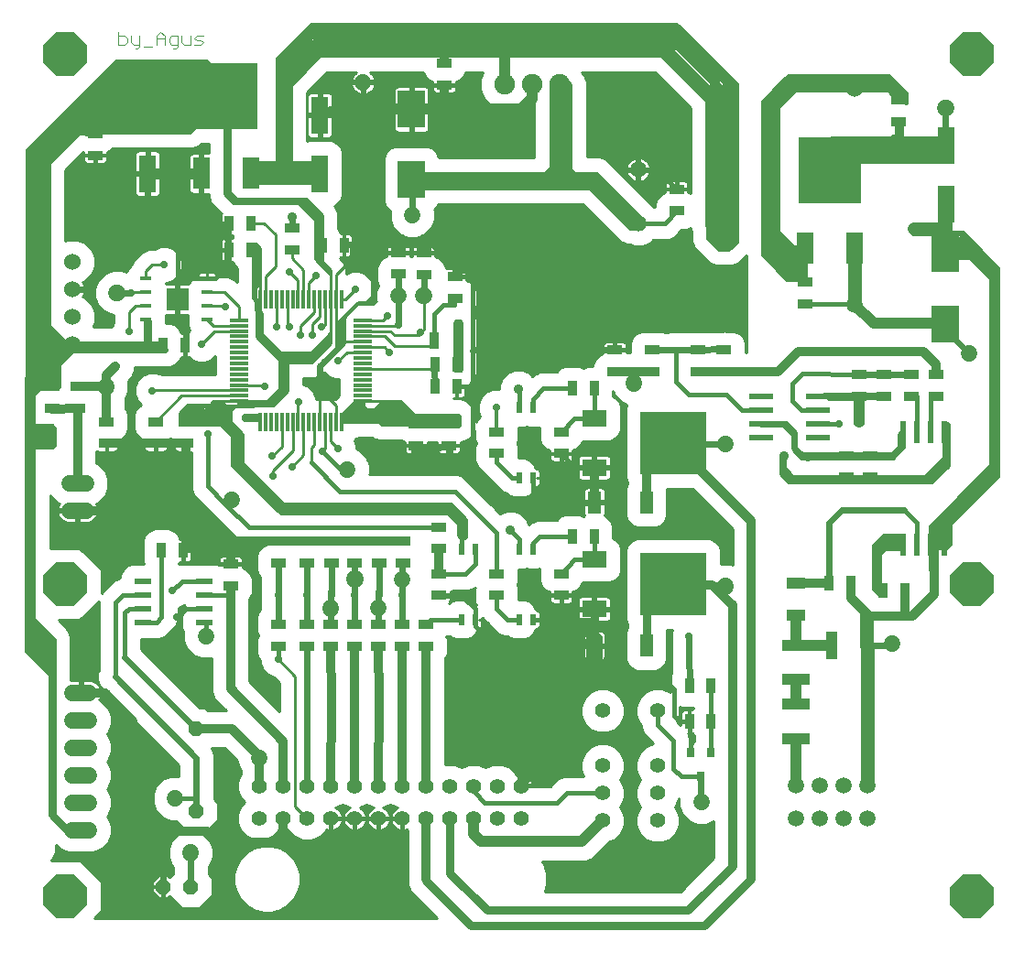
<source format=gtl>
G75*
G70*
%OFA0B0*%
%FSLAX24Y24*%
%IPPOS*%
%LPD*%
%AMOC8*
5,1,8,0,0,1.08239X$1,22.5*
%
%ADD10C,0.0040*%
%ADD11R,0.2283X0.2441*%
%ADD12R,0.0630X0.1181*%
%ADD13R,0.0630X0.1378*%
%ADD14R,0.0984X0.1378*%
%ADD15R,0.0551X0.0320*%
%ADD16C,0.0600*%
%ADD17R,0.0350X0.0630*%
%ADD18OC8,0.0520*%
%ADD19R,0.0320X0.0551*%
%ADD20R,0.0669X0.0118*%
%ADD21R,0.0118X0.0669*%
%ADD22C,0.0600*%
%ADD23R,0.0394X0.0177*%
%ADD24R,0.0827X0.0827*%
%ADD25R,0.2441X0.2283*%
%ADD26R,0.0906X0.0630*%
%ADD27R,0.0472X0.0787*%
%ADD28R,0.0197X0.0394*%
%ADD29C,0.0594*%
%ADD30R,0.0197X0.0787*%
%ADD31R,0.0866X0.0236*%
%ADD32C,0.0554*%
%ADD33R,0.0315X0.0354*%
%ADD34R,0.0630X0.0197*%
%ADD35C,0.0748*%
%ADD36R,0.0984X0.0394*%
%ADD37R,0.0394X0.0984*%
%ADD38R,0.0669X0.0394*%
%ADD39C,0.0585*%
%ADD40C,0.0100*%
%ADD41C,0.0320*%
%ADD42C,0.0160*%
%ADD43C,0.0315*%
%ADD44C,0.0394*%
%ADD45C,0.0240*%
%ADD46C,0.0357*%
%ADD47C,0.0120*%
%ADD48C,0.0278*%
%ADD49OC8,0.1581*%
%ADD50C,0.0177*%
%ADD51C,0.0236*%
%ADD52C,0.0500*%
%ADD53C,0.0197*%
%ADD54C,0.0396*%
D10*
X003784Y036464D02*
X004015Y036464D01*
X004091Y036541D01*
X004091Y036695D01*
X004015Y036771D01*
X003784Y036771D01*
X003784Y036925D02*
X003784Y036464D01*
X004245Y036541D02*
X004245Y036771D01*
X004245Y036541D02*
X004321Y036464D01*
X004552Y036464D01*
X004552Y036388D02*
X004475Y036311D01*
X004398Y036311D01*
X004552Y036388D02*
X004552Y036771D01*
X004705Y036388D02*
X005012Y036388D01*
X005166Y036464D02*
X005166Y036771D01*
X005319Y036925D01*
X005472Y036771D01*
X005472Y036464D01*
X005626Y036541D02*
X005703Y036464D01*
X005933Y036464D01*
X005933Y036388D02*
X005933Y036771D01*
X005703Y036771D01*
X005626Y036695D01*
X005626Y036541D01*
X005472Y036695D02*
X005166Y036695D01*
X005779Y036311D02*
X005856Y036311D01*
X005933Y036388D01*
X006086Y036541D02*
X006086Y036771D01*
X006086Y036541D02*
X006163Y036464D01*
X006393Y036464D01*
X006393Y036771D01*
X006547Y036695D02*
X006623Y036771D01*
X006854Y036771D01*
X006777Y036618D02*
X006623Y036618D01*
X006547Y036695D01*
X006547Y036464D02*
X006777Y036464D01*
X006854Y036541D01*
X006777Y036618D01*
D11*
X007699Y034597D03*
X007699Y034597D03*
X029683Y031872D03*
X029683Y031872D03*
D12*
X030581Y029045D03*
X030581Y029045D03*
X028785Y029045D03*
X028785Y029045D03*
X008596Y031771D03*
X008596Y031771D03*
X006801Y031771D03*
X006801Y031771D03*
D13*
X004843Y031765D03*
X004843Y031765D03*
X004843Y033891D03*
X004843Y033891D03*
X011109Y033891D03*
X011109Y033891D03*
X011109Y031765D03*
X011109Y031765D03*
X033919Y032792D03*
X033919Y032792D03*
X033919Y030666D03*
X033919Y030666D03*
D14*
X033885Y028858D03*
X033885Y028858D03*
X033885Y026299D03*
X033885Y026299D03*
X014440Y031548D03*
X014440Y031548D03*
X014440Y034107D03*
X014440Y034107D03*
D15*
X015641Y034985D03*
X015641Y034985D03*
X015641Y035772D03*
X015641Y035772D03*
X010093Y029780D03*
X010093Y029780D03*
X010093Y028992D03*
X010093Y028992D03*
X013976Y028891D03*
X013976Y028891D03*
X013976Y028104D03*
X013976Y028104D03*
X014893Y028100D03*
X014893Y028100D03*
X014893Y028888D03*
X014893Y028888D03*
X016025Y028019D03*
X016025Y028019D03*
X016025Y027231D03*
X016025Y027231D03*
X015811Y022655D03*
X015811Y022655D03*
X015811Y021868D03*
X015811Y021868D03*
X014619Y021867D03*
X014619Y021867D03*
X014619Y022654D03*
X014619Y022654D03*
X017547Y022358D03*
X017547Y022358D03*
X017547Y021571D03*
X017547Y021571D03*
X019891Y021571D03*
X019891Y021571D03*
X019891Y022358D03*
X019891Y022358D03*
X021842Y024565D03*
X021842Y024565D03*
X021842Y025352D03*
X021842Y025352D03*
X023202Y025353D03*
X023202Y025353D03*
X023202Y024566D03*
X023202Y024566D03*
X024876Y024566D03*
X024876Y024566D03*
X024876Y025353D03*
X024876Y025353D03*
X025806Y025353D03*
X025806Y025353D03*
X025806Y024566D03*
X025806Y024566D03*
X028776Y027033D03*
X028776Y027033D03*
X028776Y027820D03*
X028776Y027820D03*
X030738Y024454D03*
X030738Y024454D03*
X030738Y023666D03*
X030738Y023666D03*
X031644Y023666D03*
X031644Y023666D03*
X031644Y024454D03*
X031644Y024454D03*
X032650Y024454D03*
X032650Y024454D03*
X032650Y023666D03*
X032650Y023666D03*
X033537Y023666D03*
X033537Y023666D03*
X033537Y024454D03*
X033537Y024454D03*
X031125Y021500D03*
X031125Y021500D03*
X031125Y020713D03*
X031125Y020713D03*
X030256Y020713D03*
X030256Y020713D03*
X030256Y021500D03*
X030256Y021500D03*
X024094Y030413D03*
X024094Y030413D03*
X024094Y031201D03*
X024094Y031201D03*
X032187Y033658D03*
X032187Y033658D03*
X032187Y034445D03*
X032187Y034445D03*
X015428Y018893D03*
X015428Y018893D03*
X015428Y018106D03*
X015428Y018106D03*
X015428Y017200D03*
X015428Y017200D03*
X015428Y016413D03*
X015428Y016413D03*
X014959Y015351D03*
X014959Y015351D03*
X014959Y014564D03*
X014959Y014564D03*
X014104Y014564D03*
X014104Y014564D03*
X014104Y015351D03*
X014104Y015351D03*
X013242Y015351D03*
X013242Y015351D03*
X013242Y014564D03*
X013242Y014564D03*
X012371Y014564D03*
X012371Y014564D03*
X012371Y015351D03*
X012371Y015351D03*
X011511Y015351D03*
X011511Y015351D03*
X011511Y014564D03*
X011511Y014564D03*
X010643Y014564D03*
X010643Y014564D03*
X010643Y015351D03*
X010643Y015351D03*
X009599Y015351D03*
X009599Y015351D03*
X009599Y014564D03*
X009599Y014564D03*
X007862Y016765D03*
X007862Y016765D03*
X007862Y017553D03*
X007862Y017553D03*
X009596Y017603D03*
X009596Y017603D03*
X009596Y018391D03*
X009596Y018391D03*
X010641Y018391D03*
X010641Y018391D03*
X010641Y017603D03*
X010641Y017603D03*
X011526Y017603D03*
X011526Y017603D03*
X011526Y018391D03*
X011526Y018391D03*
X012384Y018391D03*
X012384Y018391D03*
X012384Y017603D03*
X012384Y017603D03*
X013260Y017603D03*
X013260Y017603D03*
X013260Y018391D03*
X013260Y018391D03*
X014122Y018391D03*
X014122Y018391D03*
X014122Y017603D03*
X014122Y017603D03*
X017547Y017200D03*
X017547Y017200D03*
X017547Y016413D03*
X017547Y016413D03*
X019891Y016413D03*
X019891Y016413D03*
X019891Y017200D03*
X019891Y017200D03*
X006233Y021939D03*
X006233Y021939D03*
X006233Y022726D03*
X006233Y022726D03*
X005137Y022726D03*
X005137Y022726D03*
X005137Y021939D03*
X005137Y021939D03*
X003352Y021939D03*
X003352Y021939D03*
X003352Y022726D03*
X003352Y022726D03*
X002296Y023216D03*
X002296Y023216D03*
X002296Y024004D03*
X002296Y024004D03*
X001381Y024004D03*
X001381Y024004D03*
X001381Y023216D03*
X001381Y023216D03*
X002937Y032434D03*
X002937Y032434D03*
X002937Y033221D03*
X002937Y033221D03*
D16*
X002117Y028543D03*
X002117Y027543D03*
X002117Y026543D03*
X002117Y025543D03*
D17*
X015264Y025680D03*
X015264Y025680D03*
X016129Y025680D03*
X016129Y025680D03*
D18*
X006616Y011539D03*
X006616Y008539D03*
X006406Y005801D03*
X005406Y005801D03*
D19*
X005352Y018042D03*
X005352Y018042D03*
X006140Y018042D03*
X006140Y018042D03*
X006203Y025528D03*
X006203Y025528D03*
X005416Y025528D03*
X005416Y025528D03*
X007803Y028994D03*
X007803Y028994D03*
X008590Y028994D03*
X008590Y028994D03*
X008590Y029952D03*
X008590Y029952D03*
X007803Y029952D03*
X007803Y029952D03*
X011202Y029159D03*
X011202Y029159D03*
X011990Y029159D03*
X011990Y029159D03*
X015302Y024829D03*
X015302Y024829D03*
X016089Y024829D03*
X016089Y024829D03*
X016089Y024004D03*
X016089Y024004D03*
X015302Y024004D03*
X015302Y024004D03*
X020307Y023951D03*
X020307Y023951D03*
X021095Y023951D03*
X021095Y023951D03*
X021095Y018559D03*
X021095Y018559D03*
X020307Y018559D03*
X020307Y018559D03*
X024554Y013104D03*
X024554Y013104D03*
X025342Y013104D03*
X025342Y013104D03*
X025342Y011825D03*
X025342Y011825D03*
X024554Y011825D03*
X024554Y011825D03*
X029635Y016858D03*
X029635Y016858D03*
X030422Y016858D03*
X030422Y016858D03*
X031603Y016587D03*
X031603Y016587D03*
X032390Y016587D03*
X032390Y016587D03*
D20*
X012662Y023476D03*
X012662Y023476D03*
X012662Y023673D03*
X012662Y023673D03*
X012662Y023870D03*
X012662Y023870D03*
X012662Y024066D03*
X012662Y024066D03*
X012662Y024263D03*
X012662Y024263D03*
X012662Y024460D03*
X012662Y024460D03*
X012662Y024657D03*
X012662Y024657D03*
X012662Y024854D03*
X012662Y024854D03*
X012662Y025051D03*
X012662Y025051D03*
X012662Y025248D03*
X012662Y025248D03*
X012662Y025444D03*
X012662Y025444D03*
X012662Y025641D03*
X012662Y025641D03*
X012662Y025838D03*
X012662Y025838D03*
X012662Y026035D03*
X012662Y026035D03*
X012662Y026232D03*
X012662Y026232D03*
X012662Y026429D03*
X012662Y026429D03*
X008173Y026429D03*
X008173Y026429D03*
X008173Y026232D03*
X008173Y026232D03*
X008173Y026035D03*
X008173Y026035D03*
X008173Y025838D03*
X008173Y025838D03*
X008173Y025641D03*
X008173Y025641D03*
X008173Y025444D03*
X008173Y025444D03*
X008173Y025248D03*
X008173Y025248D03*
X008173Y025051D03*
X008173Y025051D03*
X008173Y024854D03*
X008173Y024854D03*
X008173Y024657D03*
X008173Y024657D03*
X008173Y024460D03*
X008173Y024460D03*
X008173Y024263D03*
X008173Y024263D03*
X008173Y024066D03*
X008173Y024066D03*
X008173Y023870D03*
X008173Y023870D03*
X008173Y023673D03*
X008173Y023673D03*
X008173Y023476D03*
X008173Y023476D03*
D21*
X008941Y022708D03*
X008941Y022708D03*
X009138Y022708D03*
X009138Y022708D03*
X009335Y022708D03*
X009335Y022708D03*
X009532Y022708D03*
X009532Y022708D03*
X009729Y022708D03*
X009729Y022708D03*
X009925Y022708D03*
X009925Y022708D03*
X010122Y022708D03*
X010122Y022708D03*
X010319Y022708D03*
X010319Y022708D03*
X010516Y022708D03*
X010516Y022708D03*
X010713Y022708D03*
X010713Y022708D03*
X010910Y022708D03*
X010910Y022708D03*
X011107Y022708D03*
X011107Y022708D03*
X011303Y022708D03*
X011303Y022708D03*
X011500Y022708D03*
X011500Y022708D03*
X011697Y022708D03*
X011697Y022708D03*
X011894Y022708D03*
X011894Y022708D03*
X011894Y027196D03*
X011894Y027196D03*
X011697Y027196D03*
X011697Y027196D03*
X011500Y027196D03*
X011500Y027196D03*
X011303Y027196D03*
X011303Y027196D03*
X011107Y027196D03*
X011107Y027196D03*
X010910Y027196D03*
X010910Y027196D03*
X010713Y027196D03*
X010713Y027196D03*
X010516Y027196D03*
X010516Y027196D03*
X010319Y027196D03*
X010319Y027196D03*
X010122Y027196D03*
X010122Y027196D03*
X009925Y027196D03*
X009925Y027196D03*
X009729Y027196D03*
X009729Y027196D03*
X009532Y027196D03*
X009532Y027196D03*
X009335Y027196D03*
X009335Y027196D03*
X009138Y027196D03*
X009138Y027196D03*
X008941Y027196D03*
X008941Y027196D03*
D22*
X002593Y020498D02*
X001993Y020498D01*
X001993Y019498D02*
X002593Y019498D01*
X002709Y012868D02*
X002109Y012868D01*
X002109Y011868D02*
X002709Y011868D01*
X002709Y010868D02*
X002109Y010868D01*
X002109Y009868D02*
X002709Y009868D01*
X002709Y008868D02*
X002109Y008868D01*
X002109Y007868D02*
X002709Y007868D01*
D23*
X004777Y026439D03*
X004777Y026439D03*
X004777Y026939D03*
X004777Y026939D03*
X004777Y027439D03*
X004777Y027439D03*
X004777Y027939D03*
X004777Y027939D03*
X007009Y027944D03*
X007009Y027944D03*
X007009Y027444D03*
X007009Y027444D03*
X007009Y026944D03*
X007009Y026944D03*
X007009Y026444D03*
X007009Y026444D03*
D24*
X005923Y027195D03*
X005923Y027195D03*
D25*
X023970Y021965D03*
X023970Y021965D03*
X023970Y016807D03*
X023970Y016807D03*
D26*
X021098Y017708D03*
X021098Y017708D03*
X021096Y015907D03*
X021096Y015907D03*
X021096Y021065D03*
X021096Y021065D03*
X021098Y022866D03*
X021098Y022866D03*
D27*
X021104Y019801D03*
X021104Y019801D03*
X022993Y019801D03*
X022993Y019801D03*
X022993Y014581D03*
X022993Y014581D03*
X021104Y014581D03*
X021104Y014581D03*
D28*
X018874Y015531D03*
X018874Y015531D03*
X018374Y015531D03*
X018374Y015531D03*
X016770Y015531D03*
X016770Y015531D03*
X016270Y015531D03*
X016270Y015531D03*
X016270Y018082D03*
X016270Y018082D03*
X016770Y018082D03*
X016770Y018082D03*
X018374Y018082D03*
X018374Y018082D03*
X018874Y018082D03*
X018874Y018082D03*
X018874Y020689D03*
X018874Y020689D03*
X018374Y020689D03*
X018374Y020689D03*
X018374Y023240D03*
X018374Y023240D03*
X018874Y023240D03*
X018874Y023240D03*
D29*
X022693Y029945D03*
X022696Y031917D03*
X030560Y034854D03*
X030569Y027002D03*
X030170Y009485D03*
X029304Y009485D03*
X028438Y009485D03*
X028439Y008303D03*
X029305Y008303D03*
X030171Y008303D03*
X031037Y008303D03*
X031037Y009485D03*
D30*
X032346Y018248D03*
X032346Y018248D03*
X032846Y018248D03*
X032846Y018248D03*
X033346Y018248D03*
X033346Y018248D03*
X033846Y018248D03*
X033846Y018248D03*
X033846Y022355D03*
X033846Y022355D03*
X033346Y022355D03*
X033346Y022355D03*
X032846Y022355D03*
X032846Y022355D03*
X032346Y022355D03*
X032346Y022355D03*
D31*
X029221Y022169D03*
X029221Y022169D03*
X029221Y022669D03*
X029221Y022669D03*
X029221Y023169D03*
X029221Y023169D03*
X029221Y023669D03*
X029221Y023669D03*
X027174Y023669D03*
X027174Y023669D03*
X027174Y023169D03*
X027174Y023169D03*
X027174Y022669D03*
X027174Y022669D03*
X027174Y022169D03*
X027174Y022169D03*
D32*
X023402Y012209D03*
X021402Y012209D03*
X021402Y010209D03*
X021402Y009209D03*
X021402Y008209D03*
X023402Y008209D03*
X023402Y009209D03*
X023402Y010209D03*
X018439Y009467D03*
X017573Y009467D03*
X016707Y009467D03*
X015841Y009467D03*
X014975Y009467D03*
X014109Y009467D03*
X013242Y009467D03*
X012376Y009467D03*
X011510Y009467D03*
X010644Y009467D03*
X009778Y009467D03*
X008912Y009467D03*
X008912Y008285D03*
X009778Y008285D03*
X010645Y008285D03*
X011511Y008285D03*
X012377Y008285D03*
X013243Y008285D03*
X014109Y008285D03*
X014975Y008285D03*
X015841Y008285D03*
X016708Y008285D03*
X017574Y008285D03*
X018440Y008285D03*
D33*
X024589Y010681D03*
X024589Y010681D03*
X025337Y010681D03*
X025337Y010681D03*
X024963Y009815D03*
X024963Y009815D03*
D34*
X006915Y015436D03*
X006915Y015436D03*
X006915Y015936D03*
X006915Y015936D03*
X006915Y016436D03*
X006915Y016436D03*
X006915Y016936D03*
X006915Y016936D03*
X004679Y016936D03*
X004679Y016936D03*
X004679Y016436D03*
X004679Y016436D03*
X004679Y015936D03*
X004679Y015936D03*
X004679Y015436D03*
X004679Y015436D03*
D35*
X017828Y035012D03*
X018828Y035012D03*
X019828Y035012D03*
D36*
X028429Y014601D03*
X028429Y014601D03*
X028429Y013341D03*
X028429Y013341D03*
X028434Y012461D03*
X028434Y012461D03*
X028434Y011201D03*
X028434Y011201D03*
D37*
X029744Y014592D03*
X029744Y014592D03*
X031004Y014592D03*
X031004Y014592D03*
D38*
X028434Y015680D03*
X028434Y015680D03*
X028434Y016861D03*
X028434Y016861D03*
D39*
X025866Y016735D02*
X025860Y016735D01*
X025860Y016741D01*
X025866Y016741D01*
X025866Y016735D01*
X025860Y016735D01*
X025860Y016741D01*
X025866Y016741D01*
X025866Y016735D01*
X025866Y021904D02*
X025860Y021904D01*
X025860Y021910D01*
X025866Y021910D01*
X025866Y021904D01*
X025860Y021904D01*
X025860Y021910D01*
X025866Y021910D01*
X025866Y021904D01*
X022543Y024134D02*
X022537Y024134D01*
X022537Y024140D01*
X022543Y024140D01*
X022543Y024134D01*
X022537Y024134D01*
X022537Y024140D01*
X022543Y024140D01*
X022543Y024134D01*
X014892Y027306D02*
X014886Y027306D01*
X014886Y027312D01*
X014892Y027312D01*
X014892Y027306D01*
X014886Y027306D01*
X014886Y027312D01*
X014892Y027312D01*
X014892Y027306D01*
X013970Y027306D02*
X013964Y027306D01*
X013964Y027312D01*
X013970Y027312D01*
X013970Y027306D01*
X013964Y027306D01*
X013964Y027312D01*
X013970Y027312D01*
X013970Y027306D01*
X014477Y030251D02*
X014483Y030251D01*
X014477Y030251D02*
X014477Y030257D01*
X014483Y030257D01*
X014483Y030251D01*
X014477Y030251D01*
X014477Y030257D01*
X014483Y030257D01*
X014483Y030251D01*
X012686Y035087D02*
X012680Y035087D01*
X012680Y035093D01*
X012686Y035093D01*
X012686Y035087D01*
X012680Y035087D01*
X012680Y035093D01*
X012686Y035093D01*
X012686Y035087D01*
X004856Y035555D02*
X004850Y035555D01*
X004850Y035561D01*
X004856Y035561D01*
X004856Y035555D01*
X004850Y035555D01*
X004850Y035561D01*
X004856Y035561D01*
X004856Y035555D01*
X003726Y027429D02*
X003720Y027429D01*
X003720Y027435D01*
X003726Y027435D01*
X003726Y027429D01*
X003720Y027429D01*
X003720Y027435D01*
X003726Y027435D01*
X003726Y027429D01*
X003330Y023998D02*
X003324Y023998D01*
X003324Y024004D01*
X003330Y024004D01*
X003330Y023998D01*
X003324Y023998D01*
X003324Y024004D01*
X003330Y024004D01*
X003330Y023998D01*
X007913Y019895D02*
X007919Y019895D01*
X007913Y019895D02*
X007913Y019901D01*
X007919Y019901D01*
X007919Y019895D01*
X007913Y019895D01*
X007913Y019901D01*
X007919Y019901D01*
X007919Y019895D01*
X011495Y015934D02*
X011501Y015934D01*
X011495Y015934D02*
X011495Y015940D01*
X011501Y015940D01*
X011501Y015934D01*
X011495Y015934D01*
X011495Y015940D01*
X011501Y015940D01*
X011501Y015934D01*
X012387Y016999D02*
X012393Y016999D01*
X012387Y016999D02*
X012387Y017005D01*
X012393Y017005D01*
X012393Y016999D01*
X012387Y016999D01*
X012387Y017005D01*
X012393Y017005D01*
X012393Y016999D01*
X013231Y015939D02*
X013237Y015939D01*
X013231Y015939D02*
X013231Y015945D01*
X013237Y015945D01*
X013237Y015939D01*
X013231Y015939D01*
X013231Y015945D01*
X013237Y015945D01*
X013237Y015939D01*
X014105Y016977D02*
X014111Y016977D01*
X014105Y016977D02*
X014105Y016983D01*
X014111Y016983D01*
X014111Y016977D01*
X014105Y016977D01*
X014105Y016983D01*
X014111Y016983D01*
X014111Y016977D01*
X012108Y020992D02*
X012102Y020992D01*
X012102Y020998D01*
X012108Y020998D01*
X012108Y020992D01*
X012102Y020992D01*
X012102Y020998D01*
X012108Y020998D01*
X012108Y020992D01*
X006964Y014924D02*
X006958Y014924D01*
X006958Y014930D01*
X006964Y014930D01*
X006964Y014924D01*
X006958Y014924D01*
X006958Y014930D01*
X006964Y014930D01*
X006964Y014924D01*
X008913Y010493D02*
X008919Y010493D01*
X008913Y010493D02*
X008913Y010499D01*
X008919Y010499D01*
X008919Y010493D01*
X008913Y010493D01*
X008913Y010499D01*
X008919Y010499D01*
X008919Y010493D01*
X005842Y009008D02*
X005836Y009008D01*
X005836Y009014D01*
X005842Y009014D01*
X005842Y009008D01*
X005836Y009008D01*
X005836Y009014D01*
X005842Y009014D01*
X005842Y009008D01*
X006409Y007033D02*
X006415Y007033D01*
X006409Y007033D02*
X006409Y007039D01*
X006415Y007039D01*
X006415Y007033D01*
X006409Y007033D01*
X006409Y007039D01*
X006415Y007039D01*
X006415Y007033D01*
X025002Y008884D02*
X025008Y008884D01*
X025002Y008884D02*
X025002Y008890D01*
X025008Y008890D01*
X025008Y008884D01*
X025002Y008884D01*
X025002Y008890D01*
X025008Y008890D01*
X025008Y008884D01*
X031937Y014659D02*
X031943Y014659D01*
X031937Y014659D02*
X031937Y014665D01*
X031943Y014665D01*
X031943Y014659D01*
X031937Y014659D01*
X031937Y014665D01*
X031943Y014665D01*
X031943Y014659D01*
X034732Y025221D02*
X034738Y025221D01*
X034732Y025221D02*
X034732Y025227D01*
X034738Y025227D01*
X034738Y025221D01*
X034732Y025221D01*
X034732Y025227D01*
X034738Y025227D01*
X034738Y025221D01*
X033888Y034153D02*
X033882Y034153D01*
X033882Y034159D01*
X033888Y034159D01*
X033888Y034153D01*
X033882Y034153D01*
X033882Y034159D01*
X033888Y034159D01*
X033888Y034153D01*
X023001Y036672D02*
X022995Y036672D01*
X022995Y036678D01*
X023001Y036678D01*
X023001Y036672D01*
X022995Y036672D01*
X022995Y036678D01*
X023001Y036678D01*
X023001Y036672D01*
D40*
X015376Y004651D02*
X002899Y004651D01*
X003158Y004910D01*
X003158Y005998D01*
X002389Y006767D01*
X001345Y006767D01*
X001416Y006838D01*
X001501Y007044D01*
X001501Y007313D01*
X001643Y007171D01*
X001946Y007045D01*
X002873Y007045D01*
X003175Y007171D01*
X003407Y007402D01*
X003532Y007704D01*
X003532Y008031D01*
X003407Y008334D01*
X003372Y008368D01*
X003407Y008402D01*
X003532Y008704D01*
X003532Y009031D01*
X003407Y009334D01*
X003372Y009368D01*
X003407Y009402D01*
X003532Y009704D01*
X003532Y010031D01*
X003407Y010334D01*
X003372Y010368D01*
X003407Y010402D01*
X003532Y010704D01*
X003532Y011031D01*
X003407Y011334D01*
X003372Y011368D01*
X003407Y011402D01*
X003532Y011704D01*
X003532Y012031D01*
X003407Y012334D01*
X003175Y012565D01*
X003076Y012606D01*
X003094Y012632D01*
X003126Y012695D01*
X003148Y012762D01*
X003157Y012818D01*
X002459Y012818D01*
X002459Y012918D01*
X002359Y012918D01*
X002359Y013318D01*
X002074Y013318D01*
X002046Y013313D01*
X002046Y014929D01*
X001948Y015165D01*
X001604Y015510D01*
X002385Y015510D01*
X003054Y016179D01*
X003054Y013682D01*
X003014Y013585D01*
X003014Y013330D01*
X003112Y013094D01*
X005973Y010233D01*
X005973Y009829D01*
X005674Y009829D01*
X005374Y009705D01*
X005145Y009476D01*
X005021Y009176D01*
X005021Y008846D01*
X005145Y008547D01*
X005374Y008317D01*
X005674Y008193D01*
X005854Y008193D01*
X006210Y007838D01*
X005948Y007730D01*
X005719Y007501D01*
X005595Y007201D01*
X005595Y006871D01*
X005719Y006572D01*
X005770Y006520D01*
X005770Y006271D01*
X005643Y006144D01*
X005576Y006211D01*
X005436Y006211D01*
X005436Y005831D01*
X005376Y005831D01*
X005376Y006211D01*
X005236Y006211D01*
X004996Y005971D01*
X004996Y005831D01*
X005376Y005831D01*
X005376Y005771D01*
X004996Y005771D01*
X004996Y005631D01*
X005236Y005391D01*
X005376Y005391D01*
X005376Y005771D01*
X005436Y005771D01*
X005436Y005391D01*
X005576Y005391D01*
X005643Y005458D01*
X006082Y005019D01*
X006730Y005019D01*
X007188Y005477D01*
X007188Y006125D01*
X007055Y006259D01*
X007982Y006259D01*
X007976Y006240D02*
X007976Y005921D01*
X008059Y005613D01*
X008219Y005337D01*
X008444Y005111D01*
X008720Y004952D01*
X009028Y004869D01*
X009347Y004869D01*
X009655Y004952D01*
X009932Y005111D01*
X010157Y005337D01*
X010317Y005613D01*
X010399Y005921D01*
X010399Y006240D01*
X010317Y006548D01*
X010157Y006824D01*
X009932Y007050D01*
X009655Y007209D01*
X009347Y007292D01*
X009028Y007292D01*
X008720Y007209D01*
X008444Y007050D01*
X008219Y006824D01*
X008059Y006548D01*
X007976Y006240D01*
X007976Y006161D02*
X007153Y006161D01*
X007188Y006062D02*
X007976Y006062D01*
X007976Y005964D02*
X007188Y005964D01*
X007188Y005865D02*
X007991Y005865D01*
X008018Y005767D02*
X007188Y005767D01*
X007188Y005668D02*
X008044Y005668D01*
X008084Y005570D02*
X007188Y005570D01*
X007183Y005471D02*
X008141Y005471D01*
X008198Y005373D02*
X007084Y005373D01*
X006986Y005274D02*
X008281Y005274D01*
X008380Y005176D02*
X006887Y005176D01*
X006789Y005077D02*
X008503Y005077D01*
X008674Y004979D02*
X003158Y004979D01*
X003158Y005077D02*
X006023Y005077D01*
X005925Y005176D02*
X003158Y005176D01*
X003158Y005274D02*
X005826Y005274D01*
X005728Y005373D02*
X003158Y005373D01*
X003158Y005471D02*
X005156Y005471D01*
X005058Y005570D02*
X003158Y005570D01*
X003158Y005668D02*
X004996Y005668D01*
X004996Y005767D02*
X003158Y005767D01*
X003158Y005865D02*
X004996Y005865D01*
X004996Y005964D02*
X003158Y005964D01*
X003093Y006062D02*
X005087Y006062D01*
X005186Y006161D02*
X002995Y006161D01*
X002896Y006259D02*
X005758Y006259D01*
X005770Y006358D02*
X002798Y006358D01*
X002699Y006456D02*
X005770Y006456D01*
X005736Y006555D02*
X002601Y006555D01*
X002502Y006653D02*
X005685Y006653D01*
X005644Y006752D02*
X002404Y006752D01*
X001942Y007047D02*
X001501Y007047D01*
X001501Y007146D02*
X001704Y007146D01*
X001570Y007244D02*
X001501Y007244D01*
X001462Y006949D02*
X005595Y006949D01*
X005595Y007047D02*
X002877Y007047D01*
X003115Y007146D02*
X005595Y007146D01*
X005612Y007244D02*
X003249Y007244D01*
X003347Y007343D02*
X005653Y007343D01*
X005694Y007441D02*
X003423Y007441D01*
X003464Y007540D02*
X005758Y007540D01*
X005856Y007638D02*
X003504Y007638D01*
X003532Y007737D02*
X005964Y007737D01*
X006114Y007934D02*
X003532Y007934D01*
X003531Y008032D02*
X006016Y008032D01*
X005917Y008131D02*
X003491Y008131D01*
X003450Y008229D02*
X005588Y008229D01*
X005364Y008328D02*
X003409Y008328D01*
X003416Y008426D02*
X005266Y008426D01*
X005167Y008525D02*
X003457Y008525D01*
X003498Y008623D02*
X005113Y008623D01*
X005073Y008722D02*
X003532Y008722D01*
X003532Y008820D02*
X005032Y008820D01*
X005021Y008919D02*
X003532Y008919D01*
X003532Y009017D02*
X005021Y009017D01*
X005021Y009116D02*
X003497Y009116D01*
X003456Y009214D02*
X005037Y009214D01*
X005077Y009313D02*
X003415Y009313D01*
X003410Y009411D02*
X005118Y009411D01*
X005179Y009510D02*
X003451Y009510D01*
X003492Y009608D02*
X005277Y009608D01*
X005378Y009707D02*
X003532Y009707D01*
X003532Y009805D02*
X005616Y009805D01*
X005973Y009904D02*
X003532Y009904D01*
X003532Y010002D02*
X005973Y010002D01*
X005973Y010101D02*
X003503Y010101D01*
X003462Y010199D02*
X005973Y010199D01*
X005908Y010298D02*
X003422Y010298D01*
X003401Y010396D02*
X005810Y010396D01*
X005711Y010495D02*
X003445Y010495D01*
X003486Y010593D02*
X005613Y010593D01*
X005514Y010692D02*
X003526Y010692D01*
X003532Y010790D02*
X005416Y010790D01*
X005317Y010889D02*
X003532Y010889D01*
X003532Y010987D02*
X005219Y010987D01*
X005120Y011086D02*
X003509Y011086D01*
X003469Y011184D02*
X005022Y011184D01*
X004923Y011283D02*
X003428Y011283D01*
X003386Y011381D02*
X004825Y011381D01*
X004726Y011480D02*
X003439Y011480D01*
X003479Y011578D02*
X004628Y011578D01*
X004529Y011677D02*
X003520Y011677D01*
X003532Y011775D02*
X004431Y011775D01*
X004332Y011874D02*
X003532Y011874D01*
X003532Y011972D02*
X004234Y011972D01*
X004135Y012071D02*
X003516Y012071D01*
X003475Y012169D02*
X004037Y012169D01*
X003938Y012268D02*
X003434Y012268D01*
X003374Y012366D02*
X003840Y012366D01*
X003741Y012465D02*
X003276Y012465D01*
X003177Y012563D02*
X003643Y012563D01*
X003544Y012662D02*
X003109Y012662D01*
X003147Y012760D02*
X003446Y012760D01*
X003347Y012859D02*
X002459Y012859D01*
X002459Y012918D02*
X003157Y012918D01*
X003148Y012973D01*
X003126Y013041D01*
X003094Y013104D01*
X003053Y013161D01*
X003002Y013211D01*
X002945Y013253D01*
X002882Y013285D01*
X002815Y013307D01*
X002745Y013318D01*
X002459Y013318D01*
X002459Y012918D01*
X002459Y012957D02*
X002359Y012957D01*
X002359Y013056D02*
X002459Y013056D01*
X002459Y013154D02*
X002359Y013154D01*
X002359Y013253D02*
X002459Y013253D01*
X002046Y013351D02*
X003014Y013351D01*
X003014Y013450D02*
X002046Y013450D01*
X002046Y013548D02*
X003014Y013548D01*
X003040Y013647D02*
X002046Y013647D01*
X002046Y013745D02*
X003054Y013745D01*
X003054Y013844D02*
X002046Y013844D01*
X002046Y013942D02*
X003054Y013942D01*
X003054Y014041D02*
X002046Y014041D01*
X002046Y014139D02*
X003054Y014139D01*
X003054Y014238D02*
X002046Y014238D01*
X002046Y014336D02*
X003054Y014336D01*
X003054Y014435D02*
X002046Y014435D01*
X002046Y014533D02*
X003054Y014533D01*
X003054Y014632D02*
X002046Y014632D01*
X002046Y014730D02*
X003054Y014730D01*
X003054Y014829D02*
X002046Y014829D01*
X002046Y014927D02*
X003054Y014927D01*
X003054Y015026D02*
X002006Y015026D01*
X001965Y015124D02*
X003054Y015124D01*
X003054Y015223D02*
X001891Y015223D01*
X001792Y015321D02*
X003054Y015321D01*
X003054Y015420D02*
X001694Y015420D01*
X002394Y015518D02*
X003054Y015518D01*
X003054Y015617D02*
X002492Y015617D01*
X002591Y015715D02*
X003054Y015715D01*
X003054Y015814D02*
X002689Y015814D01*
X002788Y015912D02*
X003054Y015912D01*
X003054Y016011D02*
X002886Y016011D01*
X002985Y016109D02*
X003054Y016109D01*
X003154Y016490D02*
X003154Y017366D01*
X002385Y018136D01*
X001297Y018136D01*
X001293Y018131D01*
X001293Y020039D01*
X001296Y020032D01*
X001527Y019801D01*
X001627Y019759D01*
X001608Y019734D01*
X001576Y019671D01*
X001554Y019603D01*
X001546Y019548D01*
X002243Y019548D01*
X002243Y019448D01*
X001546Y019448D01*
X001554Y019393D01*
X001576Y019325D01*
X001608Y019262D01*
X001650Y019205D01*
X001700Y019155D01*
X001758Y019113D01*
X001821Y019081D01*
X001888Y019059D01*
X001958Y019048D01*
X002243Y019048D01*
X002243Y019448D01*
X002343Y019448D01*
X002343Y019048D01*
X002629Y019048D01*
X002699Y019059D01*
X002766Y019081D01*
X002829Y019113D01*
X002887Y019155D01*
X002937Y019205D01*
X002978Y019262D01*
X003010Y019325D01*
X003032Y019393D01*
X003041Y019448D01*
X002343Y019448D01*
X002343Y019548D01*
X003041Y019548D01*
X003032Y019603D01*
X003010Y019671D01*
X002978Y019734D01*
X002960Y019759D01*
X003059Y019801D01*
X003291Y020032D01*
X003416Y020334D01*
X003416Y020662D01*
X003291Y020964D01*
X003059Y021195D01*
X002987Y021225D01*
X002985Y021659D01*
X003019Y021639D01*
X003057Y021629D01*
X003322Y021629D01*
X003322Y021909D01*
X003382Y021909D01*
X003382Y021629D01*
X003648Y021629D01*
X003686Y021639D01*
X003720Y021659D01*
X003748Y021687D01*
X003768Y021721D01*
X003778Y021759D01*
X003778Y021909D01*
X003382Y021909D01*
X003382Y021969D01*
X003778Y021969D01*
X003778Y022063D01*
X003924Y022123D01*
X004071Y022270D01*
X004150Y022462D01*
X004150Y022990D01*
X004071Y023182D01*
X004035Y023218D01*
X004035Y023570D01*
X004145Y023836D01*
X004145Y024166D01*
X004125Y024214D01*
X004265Y024354D01*
X004369Y024605D01*
X004369Y024723D01*
X005582Y024723D01*
X005598Y024730D01*
X005679Y024730D01*
X005872Y024809D01*
X006018Y024956D01*
X006079Y025102D01*
X006173Y025102D01*
X006173Y025354D01*
X006233Y025209D01*
X006233Y025102D01*
X006323Y025102D01*
X006431Y024994D01*
X006674Y024893D01*
X006937Y024893D01*
X007181Y024994D01*
X007316Y025130D01*
X007316Y024442D01*
X005366Y024442D01*
X005152Y024531D01*
X004889Y024531D01*
X004646Y024430D01*
X004460Y024244D01*
X004359Y024001D01*
X004359Y023738D01*
X004460Y023495D01*
X004608Y023347D01*
X004565Y023329D01*
X004418Y023182D01*
X004339Y022990D01*
X004339Y022462D01*
X004418Y022270D01*
X004565Y022123D01*
X004711Y022063D01*
X004711Y021969D01*
X005107Y021969D01*
X005107Y021909D01*
X005167Y021909D01*
X005167Y021969D01*
X005562Y021969D01*
X005562Y022063D01*
X005685Y022114D01*
X005807Y022063D01*
X005807Y021969D01*
X006203Y021969D01*
X006203Y021909D01*
X006263Y021909D01*
X006263Y021629D01*
X006443Y021629D01*
X006443Y020250D01*
X006535Y020029D01*
X006704Y019859D01*
X007339Y019225D01*
X008181Y018382D01*
X008403Y018291D01*
X009170Y018291D01*
X009170Y018267D01*
X009024Y018206D01*
X008877Y018059D01*
X008798Y017867D01*
X008798Y017340D01*
X008877Y017148D01*
X008953Y017071D01*
X008953Y016604D01*
X008934Y016558D01*
X008934Y016294D01*
X008953Y016248D01*
X008953Y015880D01*
X008880Y015807D01*
X008801Y015615D01*
X008801Y015087D01*
X008854Y014957D01*
X008801Y014828D01*
X008801Y014300D01*
X008880Y014108D01*
X008937Y014051D01*
X008937Y013943D01*
X009038Y013700D01*
X009224Y013514D01*
X009439Y013425D01*
X009639Y013224D01*
X009639Y012203D01*
X008545Y013298D01*
X008545Y016273D01*
X008581Y016309D01*
X008660Y016501D01*
X008660Y017029D01*
X008581Y017221D01*
X008434Y017368D01*
X008288Y017428D01*
X008288Y017523D01*
X007892Y017523D01*
X007892Y017583D01*
X007832Y017583D01*
X007832Y017863D01*
X007567Y017863D01*
X007529Y017852D01*
X007495Y017833D01*
X007467Y017805D01*
X007447Y017770D01*
X007437Y017732D01*
X007437Y017583D01*
X007832Y017583D01*
X007832Y017523D01*
X007437Y017523D01*
X007437Y017514D01*
X007334Y017557D01*
X006496Y017557D01*
X006452Y017538D01*
X005984Y017538D01*
X006016Y017616D01*
X006110Y017616D01*
X006110Y018012D01*
X006170Y018012D01*
X006170Y018072D01*
X006110Y018072D01*
X006110Y018467D01*
X006016Y018467D01*
X005955Y018613D01*
X005808Y018760D01*
X005616Y018840D01*
X005088Y018840D01*
X004896Y018760D01*
X004749Y018613D01*
X004670Y018421D01*
X004670Y017662D01*
X004714Y017557D01*
X004260Y017557D01*
X004068Y017477D01*
X003921Y017330D01*
X003842Y017138D01*
X003842Y017038D01*
X003832Y017038D01*
X003610Y016947D01*
X003316Y016652D01*
X003154Y016490D01*
X003154Y016503D02*
X003167Y016503D01*
X003154Y016602D02*
X003265Y016602D01*
X003364Y016700D02*
X003154Y016700D01*
X003154Y016799D02*
X003462Y016799D01*
X003561Y016897D02*
X003154Y016897D01*
X003154Y016996D02*
X003729Y016996D01*
X003842Y017094D02*
X003154Y017094D01*
X003154Y017193D02*
X003864Y017193D01*
X003905Y017291D02*
X003154Y017291D01*
X003131Y017390D02*
X003981Y017390D01*
X004094Y017488D02*
X003033Y017488D01*
X002934Y017587D02*
X004701Y017587D01*
X004670Y017685D02*
X002836Y017685D01*
X002737Y017784D02*
X004670Y017784D01*
X004670Y017882D02*
X002639Y017882D01*
X002540Y017981D02*
X004670Y017981D01*
X004670Y018079D02*
X002442Y018079D01*
X002343Y019064D02*
X002243Y019064D01*
X002243Y019163D02*
X002343Y019163D01*
X002343Y019261D02*
X002243Y019261D01*
X002243Y019360D02*
X002343Y019360D01*
X002343Y019458D02*
X007106Y019458D01*
X007204Y019360D02*
X003022Y019360D01*
X002977Y019261D02*
X007303Y019261D01*
X007401Y019163D02*
X002894Y019163D01*
X002714Y019064D02*
X007500Y019064D01*
X007598Y018966D02*
X001293Y018966D01*
X001293Y019064D02*
X001872Y019064D01*
X001692Y019163D02*
X001293Y019163D01*
X001293Y019261D02*
X001609Y019261D01*
X001565Y019360D02*
X001293Y019360D01*
X001293Y019458D02*
X002243Y019458D01*
X001623Y019754D02*
X001293Y019754D01*
X001293Y019852D02*
X001476Y019852D01*
X001378Y019951D02*
X001293Y019951D01*
X001293Y019655D02*
X001571Y019655D01*
X001547Y019557D02*
X001293Y019557D01*
X001293Y018867D02*
X007697Y018867D01*
X007795Y018769D02*
X005788Y018769D01*
X005898Y018670D02*
X007894Y018670D01*
X007992Y018572D02*
X005972Y018572D01*
X006013Y018473D02*
X008091Y018473D01*
X008200Y018375D02*
X006440Y018375D01*
X006420Y018409D01*
X006392Y018437D01*
X006358Y018457D01*
X006320Y018467D01*
X006170Y018467D01*
X006170Y018072D01*
X006450Y018072D01*
X006450Y018337D01*
X006440Y018375D01*
X006450Y018276D02*
X009170Y018276D01*
X008995Y018178D02*
X006450Y018178D01*
X006450Y018079D02*
X008897Y018079D01*
X008844Y017981D02*
X006450Y017981D01*
X006450Y018012D02*
X006170Y018012D01*
X006170Y017616D01*
X006320Y017616D01*
X006358Y017626D01*
X006392Y017646D01*
X006420Y017674D01*
X006440Y017708D01*
X006450Y017746D01*
X006450Y018012D01*
X006450Y017882D02*
X008804Y017882D01*
X008798Y017784D02*
X008270Y017784D01*
X008278Y017770D02*
X008258Y017805D01*
X008230Y017833D01*
X008196Y017852D01*
X008158Y017863D01*
X007892Y017863D01*
X007892Y017583D01*
X008288Y017583D01*
X008288Y017732D01*
X008278Y017770D01*
X008288Y017685D02*
X008798Y017685D01*
X008798Y017587D02*
X008288Y017587D01*
X008288Y017488D02*
X008798Y017488D01*
X008798Y017390D02*
X008382Y017390D01*
X008511Y017291D02*
X008818Y017291D01*
X008858Y017193D02*
X008593Y017193D01*
X008633Y017094D02*
X008931Y017094D01*
X008953Y016996D02*
X008660Y016996D01*
X008660Y016897D02*
X008953Y016897D01*
X008953Y016799D02*
X008660Y016799D01*
X008660Y016700D02*
X008953Y016700D01*
X008952Y016602D02*
X008660Y016602D01*
X008660Y016503D02*
X008934Y016503D01*
X008934Y016405D02*
X008620Y016405D01*
X008578Y016306D02*
X008934Y016306D01*
X008953Y016208D02*
X008545Y016208D01*
X008545Y016109D02*
X008953Y016109D01*
X008953Y016011D02*
X008545Y016011D01*
X008545Y015912D02*
X008953Y015912D01*
X008887Y015814D02*
X008545Y015814D01*
X008545Y015715D02*
X008842Y015715D01*
X008801Y015617D02*
X008545Y015617D01*
X008545Y015518D02*
X008801Y015518D01*
X008801Y015420D02*
X008545Y015420D01*
X008545Y015321D02*
X008801Y015321D01*
X008801Y015223D02*
X008545Y015223D01*
X008545Y015124D02*
X008801Y015124D01*
X008826Y015026D02*
X008545Y015026D01*
X008545Y014927D02*
X008842Y014927D01*
X008801Y014829D02*
X008545Y014829D01*
X008545Y014730D02*
X008801Y014730D01*
X008801Y014632D02*
X008545Y014632D01*
X008545Y014533D02*
X008801Y014533D01*
X008801Y014435D02*
X008545Y014435D01*
X008545Y014336D02*
X008801Y014336D01*
X008826Y014238D02*
X008545Y014238D01*
X008545Y014139D02*
X008867Y014139D01*
X008937Y014041D02*
X008545Y014041D01*
X008545Y013942D02*
X008937Y013942D01*
X008978Y013844D02*
X008545Y013844D01*
X008545Y013745D02*
X009019Y013745D01*
X009091Y013647D02*
X008545Y013647D01*
X008545Y013548D02*
X009190Y013548D01*
X009379Y013450D02*
X008545Y013450D01*
X008545Y013351D02*
X009513Y013351D01*
X009611Y013253D02*
X008590Y013253D01*
X008689Y013154D02*
X009639Y013154D01*
X009639Y013056D02*
X008787Y013056D01*
X008886Y012957D02*
X009639Y012957D01*
X009639Y012859D02*
X008984Y012859D01*
X009083Y012760D02*
X009639Y012760D01*
X009639Y012662D02*
X009181Y012662D01*
X009280Y012563D02*
X009639Y012563D01*
X009639Y012465D02*
X009378Y012465D01*
X009477Y012366D02*
X009639Y012366D01*
X009639Y012268D02*
X009575Y012268D01*
X010212Y013461D02*
X010212Y008718D01*
X010645Y008285D01*
X011227Y007737D02*
X014293Y007737D01*
X014293Y007835D02*
X011324Y007835D01*
X011322Y007832D02*
X011346Y007890D01*
X011347Y007889D01*
X011411Y007869D01*
X011472Y007859D01*
X011472Y008247D01*
X011549Y008247D01*
X011549Y007859D01*
X011611Y007869D01*
X011675Y007889D01*
X011735Y007920D01*
X011789Y007959D01*
X011837Y008007D01*
X011876Y008061D01*
X011907Y008121D01*
X011927Y008185D01*
X011937Y008247D01*
X011549Y008247D01*
X011549Y008324D01*
X011937Y008324D01*
X011927Y008385D01*
X011907Y008449D01*
X011876Y008509D01*
X011837Y008564D01*
X011789Y008611D01*
X011735Y008651D01*
X011687Y008675D01*
X011943Y008781D01*
X012200Y008674D01*
X012153Y008651D01*
X012099Y008611D01*
X012051Y008564D01*
X012012Y008509D01*
X011981Y008449D01*
X011960Y008385D01*
X011950Y008324D01*
X012338Y008324D01*
X012338Y008247D01*
X011950Y008247D01*
X011960Y008185D01*
X011981Y008121D01*
X012012Y008061D01*
X012051Y008007D01*
X012099Y007959D01*
X012153Y007920D01*
X012213Y007889D01*
X012277Y007869D01*
X012338Y007859D01*
X012338Y008247D01*
X012415Y008247D01*
X012415Y007859D01*
X012477Y007869D01*
X012541Y007889D01*
X012601Y007920D01*
X012655Y007959D01*
X012703Y008007D01*
X012742Y008061D01*
X012773Y008121D01*
X012794Y008185D01*
X012803Y008247D01*
X012415Y008247D01*
X012415Y008324D01*
X012803Y008324D01*
X012794Y008385D01*
X012773Y008449D01*
X012742Y008509D01*
X012703Y008564D01*
X012655Y008611D01*
X012601Y008651D01*
X012554Y008675D01*
X012809Y008781D01*
X013066Y008674D01*
X013019Y008651D01*
X012965Y008611D01*
X012917Y008564D01*
X012878Y008509D01*
X012847Y008449D01*
X012826Y008385D01*
X012817Y008324D01*
X013204Y008324D01*
X013204Y008247D01*
X012817Y008247D01*
X012826Y008185D01*
X012847Y008121D01*
X012878Y008061D01*
X012917Y008007D01*
X012965Y007959D01*
X013019Y007920D01*
X013079Y007889D01*
X013143Y007869D01*
X013204Y007859D01*
X013204Y008247D01*
X013282Y008247D01*
X013282Y008324D01*
X013669Y008324D01*
X013660Y008385D01*
X013639Y008449D01*
X013608Y008509D01*
X013569Y008564D01*
X013521Y008611D01*
X013467Y008651D01*
X013420Y008675D01*
X013676Y008781D01*
X013932Y008674D01*
X013885Y008651D01*
X013831Y008611D01*
X013783Y008564D01*
X013744Y008509D01*
X013713Y008449D01*
X013693Y008385D01*
X013683Y008324D01*
X014071Y008324D01*
X014071Y008247D01*
X014148Y008247D01*
X014148Y007859D01*
X014209Y007869D01*
X014273Y007889D01*
X014274Y007890D01*
X014293Y007843D01*
X014293Y005966D01*
X014295Y005960D01*
X014295Y005878D01*
X014399Y005628D01*
X015376Y004651D01*
X015344Y004683D02*
X002931Y004683D01*
X003029Y004782D02*
X015245Y004782D01*
X015147Y004880D02*
X009388Y004880D01*
X009702Y004979D02*
X015048Y004979D01*
X014950Y005077D02*
X009873Y005077D01*
X009996Y005176D02*
X014851Y005176D01*
X014753Y005274D02*
X010095Y005274D01*
X010178Y005373D02*
X014654Y005373D01*
X014556Y005471D02*
X010235Y005471D01*
X010292Y005570D02*
X014457Y005570D01*
X014382Y005668D02*
X010332Y005668D01*
X010358Y005767D02*
X014341Y005767D01*
X014301Y005865D02*
X010384Y005865D01*
X010399Y005964D02*
X014294Y005964D01*
X014293Y006062D02*
X010399Y006062D01*
X010399Y006161D02*
X014293Y006161D01*
X014293Y006259D02*
X010394Y006259D01*
X010368Y006358D02*
X014293Y006358D01*
X014293Y006456D02*
X010341Y006456D01*
X010313Y006555D02*
X014293Y006555D01*
X014293Y006653D02*
X010256Y006653D01*
X010199Y006752D02*
X014293Y006752D01*
X014293Y006850D02*
X010132Y006850D01*
X010033Y006949D02*
X014293Y006949D01*
X014293Y007047D02*
X009935Y007047D01*
X009766Y007146D02*
X014293Y007146D01*
X014293Y007244D02*
X009526Y007244D01*
X009365Y007607D02*
X009590Y007832D01*
X009614Y007890D01*
X009614Y007889D01*
X009678Y007869D01*
X009740Y007859D01*
X009740Y008247D01*
X009817Y008247D01*
X009817Y007859D01*
X009878Y007869D01*
X009942Y007889D01*
X009943Y007890D01*
X009967Y007832D01*
X010192Y007607D01*
X010486Y007486D01*
X010804Y007486D01*
X011098Y007607D01*
X011322Y007832D01*
X011472Y007934D02*
X011549Y007934D01*
X011549Y008032D02*
X011472Y008032D01*
X011472Y008131D02*
X011549Y008131D01*
X011549Y008229D02*
X011472Y008229D01*
X011753Y007934D02*
X012134Y007934D01*
X012033Y008032D02*
X011855Y008032D01*
X011910Y008131D02*
X011978Y008131D01*
X011953Y008229D02*
X011934Y008229D01*
X011937Y008328D02*
X011951Y008328D01*
X011973Y008426D02*
X011914Y008426D01*
X011865Y008525D02*
X012023Y008525D01*
X012115Y008623D02*
X011773Y008623D01*
X011801Y008722D02*
X012086Y008722D01*
X012338Y008229D02*
X012415Y008229D01*
X012415Y008131D02*
X012338Y008131D01*
X012338Y008032D02*
X012415Y008032D01*
X012415Y007934D02*
X012338Y007934D01*
X012619Y007934D02*
X013000Y007934D01*
X012899Y008032D02*
X012721Y008032D01*
X012776Y008131D02*
X012844Y008131D01*
X012819Y008229D02*
X012800Y008229D01*
X012803Y008328D02*
X012817Y008328D01*
X012840Y008426D02*
X012780Y008426D01*
X012731Y008525D02*
X012889Y008525D01*
X012981Y008623D02*
X012639Y008623D01*
X012667Y008722D02*
X012952Y008722D01*
X013505Y008623D02*
X013847Y008623D01*
X013818Y008722D02*
X013533Y008722D01*
X013597Y008525D02*
X013755Y008525D01*
X013706Y008426D02*
X013646Y008426D01*
X013669Y008328D02*
X013683Y008328D01*
X013683Y008247D02*
X013693Y008185D01*
X013713Y008121D01*
X013744Y008061D01*
X013783Y008007D01*
X013831Y007959D01*
X013885Y007920D01*
X013945Y007889D01*
X014009Y007869D01*
X014071Y007859D01*
X014071Y008247D01*
X013683Y008247D01*
X013669Y008247D02*
X013282Y008247D01*
X013282Y007859D01*
X013343Y007869D01*
X013407Y007889D01*
X013467Y007920D01*
X013521Y007959D01*
X013569Y008007D01*
X013608Y008061D01*
X013639Y008121D01*
X013660Y008185D01*
X013669Y008247D01*
X013667Y008229D02*
X013686Y008229D01*
X013710Y008131D02*
X013642Y008131D01*
X013587Y008032D02*
X013765Y008032D01*
X013867Y007934D02*
X013486Y007934D01*
X013282Y007934D02*
X013204Y007934D01*
X013204Y008032D02*
X013282Y008032D01*
X013282Y008131D02*
X013204Y008131D01*
X013204Y008229D02*
X013282Y008229D01*
X014071Y008229D02*
X014148Y008229D01*
X014148Y008131D02*
X014071Y008131D01*
X014071Y008032D02*
X014148Y008032D01*
X014148Y007934D02*
X014071Y007934D01*
X014293Y007638D02*
X011128Y007638D01*
X010934Y007540D02*
X014293Y007540D01*
X014293Y007441D02*
X007131Y007441D01*
X007106Y007501D02*
X006877Y007730D01*
X006813Y007756D01*
X006940Y007756D01*
X007398Y008215D01*
X007398Y008863D01*
X007258Y009003D01*
X007258Y010627D01*
X007163Y010856D01*
X007630Y010856D01*
X008099Y010388D01*
X008099Y010331D01*
X008223Y010031D01*
X008229Y010024D01*
X008229Y009909D01*
X008112Y009626D01*
X008112Y009308D01*
X008234Y009014D01*
X008372Y008876D01*
X008234Y008738D01*
X008113Y008444D01*
X008113Y008126D01*
X008234Y007832D01*
X008459Y007607D01*
X008753Y007486D01*
X009071Y007486D01*
X009365Y007607D01*
X009396Y007638D02*
X010161Y007638D01*
X010063Y007737D02*
X009494Y007737D01*
X009591Y007835D02*
X009966Y007835D01*
X009817Y007934D02*
X009740Y007934D01*
X009740Y008032D02*
X009817Y008032D01*
X009817Y008131D02*
X009740Y008131D01*
X009740Y008229D02*
X009817Y008229D01*
X010355Y007540D02*
X009201Y007540D01*
X008850Y007244D02*
X007212Y007244D01*
X007230Y007201D02*
X007106Y007501D01*
X007067Y007540D02*
X008623Y007540D01*
X008429Y007638D02*
X006969Y007638D01*
X006861Y007737D02*
X008330Y007737D01*
X008233Y007835D02*
X007018Y007835D01*
X007117Y007934D02*
X008193Y007934D01*
X008152Y008032D02*
X007215Y008032D01*
X007314Y008131D02*
X008113Y008131D01*
X008113Y008229D02*
X007398Y008229D01*
X007398Y008328D02*
X008113Y008328D01*
X008113Y008426D02*
X007398Y008426D01*
X007398Y008525D02*
X008146Y008525D01*
X008187Y008623D02*
X007398Y008623D01*
X007398Y008722D02*
X008228Y008722D01*
X008316Y008820D02*
X007398Y008820D01*
X007342Y008919D02*
X008329Y008919D01*
X008233Y009017D02*
X007258Y009017D01*
X007258Y009116D02*
X008192Y009116D01*
X008151Y009214D02*
X007258Y009214D01*
X007258Y009313D02*
X008112Y009313D01*
X008112Y009411D02*
X007258Y009411D01*
X007258Y009510D02*
X008112Y009510D01*
X008112Y009608D02*
X007258Y009608D01*
X007258Y009707D02*
X008146Y009707D01*
X008186Y009805D02*
X007258Y009805D01*
X007258Y009904D02*
X008227Y009904D01*
X008229Y010002D02*
X007258Y010002D01*
X007258Y010101D02*
X008194Y010101D01*
X008153Y010199D02*
X007258Y010199D01*
X007258Y010298D02*
X008112Y010298D01*
X008090Y010396D02*
X007258Y010396D01*
X007258Y010495D02*
X007992Y010495D01*
X007893Y010593D02*
X007258Y010593D01*
X007231Y010692D02*
X007795Y010692D01*
X007696Y010790D02*
X007190Y010790D01*
X007040Y012221D02*
X006940Y012321D01*
X006742Y012321D01*
X004599Y014464D01*
X004599Y014815D01*
X005098Y014815D01*
X005142Y014833D01*
X005276Y014833D01*
X005498Y014925D01*
X005694Y015121D01*
X005863Y015291D01*
X005955Y015512D01*
X005955Y015964D01*
X006121Y016033D01*
X006149Y016061D01*
X006157Y016041D01*
X006263Y015936D01*
X006157Y015830D01*
X006078Y015638D01*
X006078Y015233D01*
X006144Y015075D01*
X006144Y014762D01*
X006268Y014462D01*
X006497Y014233D01*
X006796Y014109D01*
X007126Y014109D01*
X007180Y014131D01*
X007180Y012879D01*
X007284Y012629D01*
X007691Y012221D01*
X007040Y012221D01*
X006993Y012268D02*
X007645Y012268D01*
X007546Y012366D02*
X006697Y012366D01*
X006598Y012465D02*
X007448Y012465D01*
X007349Y012563D02*
X006500Y012563D01*
X006401Y012662D02*
X007270Y012662D01*
X007229Y012760D02*
X006303Y012760D01*
X006204Y012859D02*
X007189Y012859D01*
X007180Y012957D02*
X006106Y012957D01*
X006007Y013056D02*
X007180Y013056D01*
X007180Y013154D02*
X005909Y013154D01*
X005810Y013253D02*
X007180Y013253D01*
X007180Y013351D02*
X005712Y013351D01*
X005613Y013450D02*
X007180Y013450D01*
X007180Y013548D02*
X005515Y013548D01*
X005416Y013647D02*
X007180Y013647D01*
X007180Y013745D02*
X005318Y013745D01*
X005219Y013844D02*
X007180Y013844D01*
X007180Y013942D02*
X005121Y013942D01*
X005022Y014041D02*
X007180Y014041D01*
X006724Y014139D02*
X004924Y014139D01*
X004825Y014238D02*
X006492Y014238D01*
X006394Y014336D02*
X004727Y014336D01*
X004628Y014435D02*
X006295Y014435D01*
X006238Y014533D02*
X004599Y014533D01*
X004599Y014632D02*
X006198Y014632D01*
X006157Y014730D02*
X004599Y014730D01*
X005131Y014829D02*
X006144Y014829D01*
X006144Y014927D02*
X005499Y014927D01*
X005598Y015026D02*
X006144Y015026D01*
X006123Y015124D02*
X005696Y015124D01*
X005795Y015223D02*
X006082Y015223D01*
X006078Y015321D02*
X005876Y015321D01*
X005916Y015420D02*
X006078Y015420D01*
X006078Y015518D02*
X005955Y015518D01*
X005955Y015617D02*
X006078Y015617D01*
X006110Y015715D02*
X005955Y015715D01*
X005955Y015814D02*
X006151Y015814D01*
X006239Y015912D02*
X005955Y015912D01*
X006067Y016011D02*
X006188Y016011D01*
X006004Y017587D02*
X007437Y017587D01*
X007437Y017685D02*
X006426Y017685D01*
X006450Y017784D02*
X007455Y017784D01*
X007832Y017784D02*
X007892Y017784D01*
X007892Y017685D02*
X007832Y017685D01*
X007832Y017587D02*
X007892Y017587D01*
X006170Y017685D02*
X006110Y017685D01*
X006110Y017784D02*
X006170Y017784D01*
X006170Y017882D02*
X006110Y017882D01*
X006110Y017981D02*
X006170Y017981D01*
X006170Y018079D02*
X006110Y018079D01*
X006110Y018178D02*
X006170Y018178D01*
X006170Y018276D02*
X006110Y018276D01*
X006110Y018375D02*
X006170Y018375D01*
X004917Y018769D02*
X001293Y018769D01*
X001293Y018670D02*
X004806Y018670D01*
X004732Y018572D02*
X001293Y018572D01*
X001293Y018473D02*
X004691Y018473D01*
X004670Y018375D02*
X001293Y018375D01*
X001293Y018276D02*
X004670Y018276D01*
X004670Y018178D02*
X001293Y018178D01*
X003040Y019557D02*
X007007Y019557D01*
X006909Y019655D02*
X003015Y019655D01*
X002964Y019754D02*
X006810Y019754D01*
X006712Y019852D02*
X003111Y019852D01*
X003209Y019951D02*
X006613Y019951D01*
X006527Y020049D02*
X003298Y020049D01*
X003338Y020148D02*
X006486Y020148D01*
X006445Y020246D02*
X003379Y020246D01*
X003416Y020345D02*
X006443Y020345D01*
X006443Y020443D02*
X003416Y020443D01*
X003416Y020542D02*
X006443Y020542D01*
X006443Y020640D02*
X003416Y020640D01*
X003384Y020739D02*
X006443Y020739D01*
X006443Y020837D02*
X003343Y020837D01*
X003302Y020936D02*
X006443Y020936D01*
X006443Y021034D02*
X003220Y021034D01*
X003122Y021133D02*
X006443Y021133D01*
X006443Y021231D02*
X002987Y021231D01*
X002986Y021330D02*
X006443Y021330D01*
X006443Y021428D02*
X002986Y021428D01*
X002986Y021527D02*
X006443Y021527D01*
X006443Y021625D02*
X002985Y021625D01*
X003322Y021724D02*
X003382Y021724D01*
X003382Y021822D02*
X003322Y021822D01*
X003382Y021921D02*
X005107Y021921D01*
X005107Y021909D02*
X004711Y021909D01*
X004711Y021759D01*
X004722Y021721D01*
X004741Y021687D01*
X004769Y021659D01*
X004803Y021639D01*
X004842Y021629D01*
X005107Y021629D01*
X005107Y021909D01*
X005167Y021909D02*
X005167Y021629D01*
X005432Y021629D01*
X005470Y021639D01*
X005505Y021659D01*
X005533Y021687D01*
X005552Y021721D01*
X005562Y021759D01*
X005562Y021909D01*
X005167Y021909D01*
X005167Y021921D02*
X006203Y021921D01*
X006203Y021909D02*
X005807Y021909D01*
X005807Y021759D01*
X005817Y021721D01*
X005837Y021687D01*
X005865Y021659D01*
X005899Y021639D01*
X005937Y021629D01*
X006203Y021629D01*
X006203Y021909D01*
X006203Y021822D02*
X006263Y021822D01*
X006263Y021724D02*
X006203Y021724D01*
X005817Y021724D02*
X005553Y021724D01*
X005562Y021822D02*
X005807Y021822D01*
X005807Y022019D02*
X005562Y022019D01*
X005167Y021822D02*
X005107Y021822D01*
X005107Y021724D02*
X005167Y021724D01*
X004721Y021724D02*
X003768Y021724D01*
X003778Y021822D02*
X004711Y021822D01*
X004711Y022019D02*
X003778Y022019D01*
X003910Y022118D02*
X004579Y022118D01*
X004473Y022216D02*
X004017Y022216D01*
X004089Y022315D02*
X004400Y022315D01*
X004359Y022413D02*
X004130Y022413D01*
X004150Y022512D02*
X004339Y022512D01*
X004339Y022610D02*
X004150Y022610D01*
X004150Y022709D02*
X004339Y022709D01*
X004339Y022807D02*
X004150Y022807D01*
X004150Y022906D02*
X004339Y022906D01*
X004345Y023004D02*
X004145Y023004D01*
X004104Y023103D02*
X004385Y023103D01*
X004437Y023201D02*
X004052Y023201D01*
X004035Y023300D02*
X004536Y023300D01*
X004556Y023398D02*
X004035Y023398D01*
X004035Y023497D02*
X004459Y023497D01*
X004418Y023595D02*
X004045Y023595D01*
X004086Y023694D02*
X004377Y023694D01*
X004359Y023792D02*
X004127Y023792D01*
X004145Y023891D02*
X004359Y023891D01*
X004359Y023989D02*
X004145Y023989D01*
X004145Y024088D02*
X004395Y024088D01*
X004436Y024186D02*
X004137Y024186D01*
X004196Y024285D02*
X004500Y024285D01*
X004599Y024383D02*
X004277Y024383D01*
X004318Y024482D02*
X004770Y024482D01*
X004359Y024580D02*
X007316Y024580D01*
X007316Y024482D02*
X005271Y024482D01*
X005794Y024777D02*
X007316Y024777D01*
X007316Y024679D02*
X004369Y024679D01*
X005021Y023870D02*
X008173Y023870D01*
X008173Y024066D02*
X009077Y024066D01*
X009112Y024032D01*
X009368Y023544D02*
X009745Y023921D01*
X009852Y023921D01*
X009880Y023948D01*
X009880Y024917D01*
X009928Y024966D01*
X010793Y024966D01*
X010852Y025025D01*
X009793Y025025D01*
X009759Y024990D01*
X009759Y023966D01*
X009783Y023942D01*
X009783Y024910D01*
X009835Y024962D01*
X010766Y024962D01*
X011461Y025657D01*
X011461Y025835D01*
X011454Y025842D01*
X011454Y025758D01*
X010858Y025162D01*
X010858Y025242D01*
X010875Y025258D01*
X010887Y025258D01*
X011403Y025775D01*
X011401Y025775D01*
X010760Y025133D01*
X009700Y025133D01*
X009662Y025172D01*
X010685Y025172D01*
X010724Y025210D01*
X009635Y025210D01*
X008994Y025851D01*
X008925Y025851D01*
X008865Y025791D01*
X008865Y026772D01*
X008855Y026782D01*
X008855Y027142D01*
X008774Y027223D01*
X008774Y027609D01*
X008898Y027733D01*
X008898Y028840D01*
X008771Y028967D01*
X008771Y027670D01*
X008757Y027655D01*
X008757Y027664D01*
X008881Y027788D01*
X008881Y028777D01*
X008809Y028849D01*
X008809Y027750D01*
X008817Y027742D01*
X008817Y028875D01*
X008898Y028955D01*
X008907Y028955D01*
X008941Y028990D01*
X008941Y028994D01*
X008941Y028994D01*
X008941Y029048D01*
X008774Y029215D01*
X008774Y029036D01*
X008785Y029025D01*
X008817Y029025D01*
X008846Y029053D01*
X008843Y029053D01*
X008809Y029088D01*
X008751Y029088D01*
X008662Y029177D01*
X008662Y027240D01*
X008742Y027159D01*
X008742Y028759D01*
X008788Y028806D01*
X008788Y028981D01*
X008760Y029010D01*
X008760Y026791D01*
X008835Y026716D01*
X008835Y025822D01*
X009684Y024973D01*
X009684Y023790D01*
X009303Y023409D01*
X008319Y023409D01*
X008212Y023302D01*
X008000Y023302D01*
X007863Y023165D01*
X007863Y022717D01*
X008274Y022306D01*
X007966Y022306D01*
X007603Y022668D01*
X007472Y022668D01*
X007434Y022706D01*
X006503Y022706D01*
X006482Y022686D01*
X007112Y022686D01*
X007202Y022776D01*
X006676Y022776D01*
X006655Y022755D01*
X007081Y022755D01*
X007164Y022838D01*
X006915Y022838D01*
X006873Y022879D01*
X006873Y022886D01*
X006797Y022962D01*
X006839Y022962D01*
X007274Y023402D01*
X007611Y023402D01*
X007704Y023310D01*
X008021Y023308D01*
X008076Y023308D01*
X008131Y023305D01*
X008146Y023315D01*
X007884Y023315D01*
X007790Y023222D01*
X007790Y022789D01*
X007794Y022786D01*
X007794Y023115D01*
X007569Y023340D01*
X007403Y023340D01*
X007375Y023312D01*
X007327Y023312D01*
X006915Y022900D01*
X006926Y022900D01*
X006926Y022891D01*
X006926Y022900D02*
X007198Y022900D01*
X007230Y022931D01*
X007084Y022931D01*
X007057Y022959D01*
X007067Y022959D01*
X007392Y023284D01*
X007534Y023284D01*
X007728Y023090D01*
X007728Y022904D01*
X007745Y022886D01*
X007745Y023243D01*
X007735Y023253D01*
X007455Y023253D01*
X007416Y023215D01*
X007396Y023215D01*
X007223Y023042D01*
X007628Y023042D01*
X007679Y022990D01*
X007679Y023021D01*
X007520Y023180D01*
X007482Y023180D01*
X007406Y023104D01*
X007371Y023104D01*
X007365Y023097D01*
X007527Y023097D01*
X007538Y023087D01*
X007538Y022734D01*
X008105Y022167D01*
X008360Y022771D02*
X008943Y022771D01*
X008941Y022708D02*
X008941Y022926D01*
X008934Y022933D01*
X008384Y022933D01*
X008390Y022849D01*
X008392Y022851D01*
X008395Y022851D01*
X008401Y022845D01*
X008943Y022845D01*
X008948Y022850D01*
X008948Y022996D01*
X008945Y022998D01*
X008369Y022998D01*
X008310Y022939D01*
X008310Y022821D01*
X008360Y022771D01*
X007872Y022879D02*
X007872Y023245D01*
X007924Y023296D01*
X008393Y023296D01*
X008390Y023299D01*
X008399Y023308D01*
X009413Y023308D01*
X009946Y023840D01*
X009946Y024883D01*
X010801Y024883D01*
X011513Y025594D01*
X011504Y025602D01*
X011504Y025972D01*
X010794Y025262D01*
X009665Y025262D01*
X009009Y025918D01*
X009009Y026678D01*
X008868Y026819D01*
X008833Y026860D01*
X008789Y027192D01*
X008789Y025827D01*
X009636Y024979D01*
X009636Y023784D01*
X009240Y023388D01*
X008669Y023388D01*
X008655Y023402D01*
X009299Y023402D01*
X009350Y023350D01*
X009880Y023879D01*
X009814Y023879D01*
X009368Y023433D01*
X009368Y023544D01*
X009203Y023476D02*
X009704Y023976D01*
X009704Y025047D01*
X008944Y025806D01*
X008944Y027194D01*
X008941Y027196D01*
X008941Y028994D01*
X008590Y028994D01*
X007988Y028422D02*
X008089Y028321D01*
X008089Y027814D01*
X007973Y027930D01*
X007763Y028017D01*
X007403Y028017D01*
X007356Y028036D01*
X007356Y028053D01*
X007346Y028091D01*
X007326Y028125D01*
X007298Y028153D01*
X007264Y028173D01*
X007226Y028183D01*
X007009Y028183D01*
X007009Y028055D01*
X007009Y028055D01*
X007009Y028183D01*
X006792Y028183D01*
X006754Y028173D01*
X006720Y028153D01*
X006692Y028125D01*
X006672Y028091D01*
X006662Y028053D01*
X006662Y028036D01*
X006516Y027976D01*
X006369Y027829D01*
X006340Y027758D01*
X005973Y027758D01*
X005973Y027245D01*
X005873Y027245D01*
X005873Y027758D01*
X005496Y027758D01*
X005496Y027786D01*
X005567Y027786D01*
X005810Y027886D01*
X005996Y028072D01*
X006097Y028316D01*
X006097Y028579D01*
X005996Y028822D01*
X005810Y029008D01*
X005567Y029109D01*
X005304Y029109D01*
X005089Y029020D01*
X004875Y029020D01*
X004665Y028932D01*
X004504Y028771D01*
X004292Y028559D01*
X004234Y028420D01*
X004137Y028323D01*
X002916Y028323D01*
X002939Y028380D02*
X002939Y028707D01*
X002814Y029009D01*
X002582Y029240D01*
X002280Y029366D01*
X001953Y029366D01*
X001841Y029319D01*
X001841Y031874D01*
X002512Y032545D01*
X002512Y032464D01*
X002907Y032464D01*
X002907Y032404D01*
X002512Y032404D01*
X002512Y032254D01*
X002522Y032216D01*
X002542Y032182D01*
X002570Y032154D01*
X002604Y032134D01*
X002642Y032124D01*
X002907Y032124D01*
X002907Y032404D01*
X002967Y032404D01*
X002967Y032124D01*
X003233Y032124D01*
X003271Y032134D01*
X003305Y032154D01*
X003333Y032182D01*
X003353Y032216D01*
X003363Y032254D01*
X003363Y032404D01*
X002967Y032404D01*
X002967Y032464D01*
X003363Y032464D01*
X003363Y032558D01*
X003509Y032619D01*
X003568Y032678D01*
X006499Y032678D01*
X006736Y032776D01*
X006814Y032854D01*
X007057Y032854D01*
X007057Y032511D01*
X006851Y032511D01*
X006851Y031821D01*
X006751Y031821D01*
X006751Y032511D01*
X006466Y032511D01*
X006428Y032501D01*
X006394Y032481D01*
X006366Y032453D01*
X006346Y032419D01*
X006336Y032381D01*
X006336Y031821D01*
X006751Y031821D01*
X006751Y031721D01*
X006336Y031721D01*
X006336Y031160D01*
X006346Y031122D01*
X006366Y031088D01*
X006394Y031060D01*
X006428Y031040D01*
X006466Y031030D01*
X006751Y031030D01*
X006751Y031721D01*
X006851Y031721D01*
X006851Y031030D01*
X007057Y031030D01*
X007057Y030912D01*
X007144Y030701D01*
X007486Y030360D01*
X007524Y030321D01*
X007523Y030319D01*
X007503Y030285D01*
X007493Y030247D01*
X007493Y029982D01*
X007773Y029982D01*
X007773Y029922D01*
X007493Y029922D01*
X007493Y029656D01*
X007503Y029618D01*
X007523Y029584D01*
X007551Y029556D01*
X007585Y029536D01*
X007623Y029526D01*
X007773Y029526D01*
X007773Y029922D01*
X007833Y029922D01*
X007833Y029526D01*
X007927Y029526D01*
X007949Y029473D01*
X007927Y029419D01*
X007833Y029419D01*
X007833Y029024D01*
X007773Y029024D01*
X007773Y029419D01*
X007623Y029419D01*
X007585Y029409D01*
X007551Y029389D01*
X007523Y029361D01*
X007503Y029327D01*
X007493Y029289D01*
X007493Y029024D01*
X007773Y029024D01*
X007773Y028964D01*
X007493Y028964D01*
X007493Y028698D01*
X007503Y028660D01*
X007523Y028626D01*
X007551Y028598D01*
X007585Y028578D01*
X007623Y028568D01*
X007773Y028568D01*
X007773Y028964D01*
X007833Y028964D01*
X007833Y028568D01*
X007927Y028568D01*
X007988Y028422D01*
X006097Y028422D01*
X006097Y028520D02*
X007947Y028520D01*
X007833Y028619D02*
X007773Y028619D01*
X007773Y028717D02*
X007833Y028717D01*
X007833Y028816D02*
X007773Y028816D01*
X007773Y028914D02*
X007833Y028914D01*
X007773Y029013D02*
X005799Y029013D01*
X005904Y028914D02*
X007493Y028914D01*
X007493Y028816D02*
X005999Y028816D01*
X006040Y028717D02*
X007493Y028717D01*
X007530Y028619D02*
X006080Y028619D01*
X006097Y028323D02*
X008087Y028323D01*
X008089Y028225D02*
X006059Y028225D01*
X006018Y028126D02*
X006693Y028126D01*
X006641Y028028D02*
X005951Y028028D01*
X005853Y027929D02*
X006469Y027929D01*
X006371Y027831D02*
X005675Y027831D01*
X005873Y027732D02*
X005973Y027732D01*
X005973Y027634D02*
X005873Y027634D01*
X005873Y027535D02*
X005973Y027535D01*
X005973Y027437D02*
X005873Y027437D01*
X005873Y027338D02*
X005973Y027338D01*
X005973Y027145D02*
X005973Y026631D01*
X006290Y026631D01*
X006290Y026252D01*
X006369Y026060D01*
X006372Y026057D01*
X006269Y025953D01*
X006233Y025953D01*
X006233Y025900D01*
X006173Y025755D01*
X006173Y025953D01*
X006079Y025953D01*
X006018Y026099D01*
X005872Y026246D01*
X005679Y026326D01*
X005497Y026326D01*
X005497Y026538D01*
X005496Y026538D01*
X005496Y026631D01*
X005496Y026631D01*
X005873Y026631D01*
X005873Y027145D01*
X005973Y027145D01*
X005973Y027141D02*
X005873Y027141D01*
X005873Y027043D02*
X005973Y027043D01*
X005973Y026944D02*
X005873Y026944D01*
X005873Y026846D02*
X005973Y026846D01*
X005973Y026747D02*
X005873Y026747D01*
X005873Y026649D02*
X005973Y026649D01*
X006290Y026550D02*
X005496Y026550D01*
X005497Y026452D02*
X006290Y026452D01*
X006290Y026353D02*
X005497Y026353D01*
X005851Y026255D02*
X006290Y026255D01*
X006329Y026156D02*
X005962Y026156D01*
X006036Y026058D02*
X006371Y026058D01*
X006275Y025959D02*
X006077Y025959D01*
X006173Y025861D02*
X006217Y025861D01*
X006176Y025762D02*
X006173Y025762D01*
X006806Y025555D02*
X007286Y026035D01*
X008173Y026035D01*
X008173Y026232D02*
X007221Y026232D01*
X007009Y026444D01*
X007011Y026442D01*
X007009Y026944D02*
X007655Y026944D01*
X007655Y026927D01*
X007649Y027444D02*
X007009Y027444D01*
X007649Y027444D02*
X008173Y026920D01*
X008173Y026429D01*
X009138Y027196D02*
X009138Y028033D01*
X009490Y028385D01*
X009490Y029551D01*
X009084Y029956D01*
X008859Y029956D01*
X008590Y029952D01*
X007833Y029899D02*
X007773Y029899D01*
X007773Y029801D02*
X007833Y029801D01*
X007833Y029702D02*
X007773Y029702D01*
X007773Y029604D02*
X007833Y029604D01*
X007936Y029505D02*
X001841Y029505D01*
X001841Y029407D02*
X007581Y029407D01*
X007498Y029308D02*
X002419Y029308D01*
X002613Y029210D02*
X007493Y029210D01*
X007493Y029111D02*
X002712Y029111D01*
X002810Y029013D02*
X004858Y029013D01*
X004646Y028914D02*
X002853Y028914D01*
X002894Y028816D02*
X004548Y028816D01*
X004449Y028717D02*
X002935Y028717D01*
X002939Y028619D02*
X004351Y028619D01*
X004275Y028520D02*
X002939Y028520D01*
X002939Y028422D02*
X004235Y028422D01*
X004137Y028323D02*
X004075Y028172D01*
X003888Y028250D01*
X003557Y028250D01*
X003258Y028126D01*
X003029Y027896D01*
X002905Y027597D01*
X002905Y027267D01*
X003029Y026968D01*
X003258Y026738D01*
X003557Y026614D01*
X003601Y026614D01*
X003601Y026369D01*
X003525Y026186D01*
X002859Y026186D01*
X002939Y026380D01*
X002939Y026707D01*
X002814Y027009D01*
X002582Y027240D01*
X002483Y027282D01*
X002501Y027307D01*
X002534Y027371D01*
X002556Y027438D01*
X002564Y027493D01*
X002167Y027493D01*
X002167Y027593D01*
X002564Y027593D01*
X002556Y027649D01*
X002534Y027716D01*
X002501Y027779D01*
X002483Y027805D01*
X002582Y027846D01*
X002814Y028077D01*
X002939Y028380D01*
X002875Y028225D02*
X003497Y028225D01*
X003259Y028126D02*
X002834Y028126D01*
X002764Y028028D02*
X003160Y028028D01*
X003061Y027929D02*
X002666Y027929D01*
X002545Y027831D02*
X003002Y027831D01*
X002961Y027732D02*
X002525Y027732D01*
X002558Y027634D02*
X002920Y027634D01*
X002905Y027535D02*
X002167Y027535D01*
X002555Y027437D02*
X002905Y027437D01*
X002905Y027338D02*
X002517Y027338D01*
X002583Y027240D02*
X002916Y027240D01*
X002957Y027141D02*
X002682Y027141D01*
X002780Y027043D02*
X002998Y027043D01*
X003052Y026944D02*
X002841Y026944D01*
X002882Y026846D02*
X003151Y026846D01*
X003249Y026747D02*
X002922Y026747D01*
X002939Y026649D02*
X003475Y026649D01*
X003601Y026550D02*
X002939Y026550D01*
X002939Y026452D02*
X003601Y026452D01*
X003595Y026353D02*
X002928Y026353D01*
X002887Y026255D02*
X003554Y026255D01*
X004172Y026018D02*
X004174Y026020D01*
X004174Y026722D01*
X004390Y026939D01*
X004777Y026939D01*
X004777Y027439D02*
X004233Y027439D01*
X004233Y027436D01*
X004777Y027939D02*
X004777Y028235D01*
X004989Y028447D01*
X005435Y028447D01*
X005422Y028434D01*
X004096Y028225D02*
X003948Y028225D01*
X004777Y026439D02*
X004777Y026414D01*
X004840Y026414D01*
X004840Y025619D01*
X004859Y025600D01*
X004919Y025660D01*
X004919Y026428D01*
X004924Y026424D01*
X004924Y025636D01*
X005938Y024876D02*
X007316Y024876D01*
X007316Y024974D02*
X007133Y024974D01*
X007259Y025073D02*
X007316Y025073D01*
X006479Y024974D02*
X006026Y024974D01*
X006067Y025073D02*
X006352Y025073D01*
X006233Y025171D02*
X006173Y025171D01*
X006173Y025270D02*
X006208Y025270D01*
X005021Y023869D02*
X005021Y023869D01*
X005021Y023869D01*
X005021Y023869D01*
X006015Y023057D02*
X006314Y023356D01*
X007074Y023356D01*
X007157Y023273D01*
X006314Y023273D01*
X006069Y023028D01*
X006107Y023028D01*
X006119Y023016D01*
X006684Y023016D01*
X006870Y023203D01*
X006327Y023203D01*
X006322Y023198D01*
X006314Y023198D01*
X006210Y023095D01*
X006663Y023095D01*
X006704Y023136D01*
X006339Y023136D01*
X006331Y023144D01*
X006542Y023144D01*
X006559Y023128D01*
X006690Y022931D02*
X006015Y022931D01*
X006001Y022917D01*
X006015Y022917D01*
X006015Y023057D01*
X006015Y022917D02*
X006015Y022866D01*
X006001Y022917D02*
X006001Y022616D01*
X006019Y022634D01*
X007628Y022634D01*
X007872Y022879D01*
X007711Y023298D02*
X007534Y023474D01*
X007233Y023474D01*
X006690Y022931D01*
X006560Y022874D02*
X006560Y022815D01*
X006560Y022874D02*
X006548Y022874D01*
X006838Y022891D02*
X007423Y023476D01*
X008173Y023476D01*
X009203Y023476D01*
X009350Y023350D02*
X009350Y023350D01*
X009729Y022708D02*
X009729Y021823D01*
X009381Y021475D01*
X009394Y020958D02*
X009394Y020762D01*
X009400Y020755D01*
X009394Y020958D02*
X010122Y021686D01*
X010122Y022708D01*
X010319Y022708D02*
X010320Y023470D01*
X010323Y023463D01*
X010545Y024088D02*
X011805Y024088D01*
X011805Y024186D02*
X010518Y024186D01*
X010518Y024099D02*
X010518Y024310D01*
X010915Y024310D01*
X011125Y024397D01*
X011254Y024526D01*
X011404Y024377D01*
X011647Y024276D01*
X011805Y024276D01*
X011805Y023699D01*
X011668Y023563D01*
X011663Y023565D01*
X011140Y023565D01*
X011107Y023551D01*
X011073Y023565D01*
X010984Y023565D01*
X010984Y023595D01*
X011700Y023595D01*
X011799Y023694D02*
X010944Y023694D01*
X010903Y023792D02*
X011805Y023792D01*
X011805Y023891D02*
X010831Y023891D01*
X010884Y023838D02*
X010698Y024024D01*
X010518Y024099D01*
X010518Y024285D02*
X011627Y024285D01*
X011397Y024383D02*
X011091Y024383D01*
X011047Y024411D02*
X010963Y024326D01*
X011047Y024326D01*
X011187Y024466D01*
X011187Y024904D01*
X011894Y025612D01*
X011894Y026488D01*
X012457Y027052D01*
X012457Y027047D01*
X011745Y026334D01*
X011745Y025542D01*
X011720Y025517D01*
X011720Y025527D01*
X011860Y025666D01*
X011860Y026279D01*
X011810Y026329D01*
X011810Y025636D01*
X011830Y025617D01*
X011830Y026364D01*
X011909Y026444D01*
X011909Y026488D01*
X012522Y027101D01*
X012799Y027101D01*
X013009Y027311D01*
X013009Y027879D01*
X012859Y028029D01*
X012874Y028028D02*
X013178Y028028D01*
X013178Y028126D02*
X012763Y028126D01*
X012784Y028117D02*
X012541Y028218D01*
X012278Y028218D01*
X012073Y028133D01*
X012073Y028214D01*
X012071Y028218D01*
X012071Y028349D01*
X011984Y028559D01*
X011983Y028560D01*
X011982Y028562D01*
X011849Y028694D01*
X011866Y028733D01*
X011960Y028733D01*
X011960Y029129D01*
X012020Y029129D01*
X012020Y029189D01*
X012300Y029189D01*
X012300Y029454D01*
X012289Y029492D01*
X012270Y029527D01*
X012242Y029555D01*
X012208Y029574D01*
X012169Y029584D01*
X012020Y029584D01*
X012020Y029189D01*
X011960Y029189D01*
X011960Y029584D01*
X011866Y029584D01*
X011805Y029730D01*
X011766Y029770D01*
X011766Y030355D01*
X011679Y030565D01*
X011643Y030601D01*
X011720Y030633D01*
X011867Y030780D01*
X011946Y030972D01*
X011946Y032558D01*
X011867Y032750D01*
X011720Y032897D01*
X011528Y032976D01*
X010690Y032976D01*
X010642Y032956D01*
X010642Y034729D01*
X011369Y035456D01*
X012427Y035456D01*
X012392Y035430D01*
X012343Y035381D01*
X012302Y035325D01*
X012271Y035263D01*
X012249Y035196D01*
X012240Y035140D01*
X012633Y035140D01*
X012633Y035040D01*
X012240Y035040D01*
X012249Y034983D01*
X012271Y034917D01*
X012302Y034855D01*
X012343Y034799D01*
X012392Y034750D01*
X012449Y034709D01*
X012511Y034677D01*
X012577Y034656D01*
X012633Y034647D01*
X012633Y035040D01*
X012733Y035040D01*
X012733Y034647D01*
X012790Y034656D01*
X012856Y034677D01*
X012918Y034709D01*
X012975Y034750D01*
X013024Y034799D01*
X013065Y034855D01*
X013096Y034917D01*
X013118Y034983D01*
X013127Y035040D01*
X012733Y035040D01*
X012733Y035140D01*
X013127Y035140D01*
X013118Y035196D01*
X013096Y035263D01*
X013065Y035325D01*
X013024Y035381D01*
X012975Y035430D01*
X012940Y035456D01*
X014865Y035456D01*
X014923Y035316D01*
X015070Y035169D01*
X015215Y035109D01*
X015215Y035015D01*
X015611Y035015D01*
X015611Y034955D01*
X015215Y034955D01*
X015215Y034805D01*
X015226Y034767D01*
X015245Y034733D01*
X015273Y034705D01*
X015308Y034685D01*
X015346Y034675D01*
X015611Y034675D01*
X015611Y034955D01*
X015671Y034955D01*
X015671Y034675D01*
X015936Y034675D01*
X015975Y034685D01*
X016009Y034705D01*
X016037Y034733D01*
X016056Y034767D01*
X016067Y034805D01*
X016067Y034955D01*
X015671Y034955D01*
X015671Y035015D01*
X016067Y035015D01*
X016067Y035109D01*
X016213Y035169D01*
X016360Y035316D01*
X016417Y035456D01*
X017041Y035456D01*
X016931Y035191D01*
X016931Y034834D01*
X017068Y034505D01*
X017320Y034252D01*
X017649Y034116D01*
X018006Y034116D01*
X018336Y034252D01*
X018588Y034505D01*
X018602Y034539D01*
X018627Y034527D01*
X018705Y034501D01*
X018778Y034490D01*
X018778Y034962D01*
X018878Y034962D01*
X018878Y034490D01*
X018915Y034496D01*
X018915Y032360D01*
X015447Y032360D01*
X015375Y032533D01*
X015228Y032680D01*
X015036Y032760D01*
X013844Y032760D01*
X013652Y032680D01*
X013505Y032533D01*
X013426Y032341D01*
X013426Y030755D01*
X013505Y030563D01*
X013652Y030416D01*
X013662Y030412D01*
X013662Y030089D01*
X013786Y029789D01*
X014015Y029560D01*
X014315Y029436D01*
X014645Y029436D01*
X014944Y029560D01*
X015174Y029789D01*
X015298Y030089D01*
X015298Y030419D01*
X015278Y030466D01*
X015375Y030563D01*
X015411Y030651D01*
X020683Y030651D01*
X021872Y029462D01*
X022053Y029281D01*
X022289Y029183D01*
X022392Y029183D01*
X022530Y029126D01*
X022856Y029126D01*
X023157Y029251D01*
X023249Y029343D01*
X023557Y029343D01*
X023569Y029338D01*
X023676Y029343D01*
X023784Y029343D01*
X023796Y029348D01*
X023809Y029349D01*
X023906Y029394D01*
X024005Y029435D01*
X024014Y029444D01*
X024026Y029449D01*
X024099Y029528D01*
X024174Y029604D01*
X024629Y029604D01*
X024629Y029690D02*
X024629Y029304D01*
X024727Y029068D01*
X025094Y028700D01*
X025275Y028519D01*
X025511Y028421D01*
X026104Y028421D01*
X026120Y028428D01*
X026143Y028428D01*
X026379Y028526D01*
X026560Y028707D01*
X026634Y028780D01*
X026634Y025242D01*
X026604Y025242D01*
X026604Y025617D01*
X026524Y025809D01*
X026377Y025956D01*
X026185Y026035D01*
X025892Y026035D01*
X025879Y026040D01*
X025771Y026035D01*
X025426Y026035D01*
X025385Y026018D01*
X025305Y026015D01*
X025256Y026035D01*
X024497Y026035D01*
X024434Y026009D01*
X024190Y026009D01*
X024185Y026011D01*
X024062Y026009D01*
X023940Y026009D01*
X023935Y026007D01*
X023660Y026003D01*
X023581Y026035D01*
X022822Y026035D01*
X022630Y025956D01*
X022483Y025809D01*
X022404Y025617D01*
X022404Y025247D01*
X022267Y025247D01*
X022267Y025322D01*
X021872Y025322D01*
X021872Y025382D01*
X022267Y025382D01*
X022267Y025532D01*
X022257Y025570D01*
X022237Y025604D01*
X022209Y025632D01*
X022175Y025652D01*
X022137Y025662D01*
X021872Y025662D01*
X021872Y025382D01*
X021812Y025382D01*
X021812Y025662D01*
X021546Y025662D01*
X021508Y025652D01*
X021474Y025632D01*
X021446Y025604D01*
X021426Y025570D01*
X021416Y025532D01*
X021416Y025382D01*
X021812Y025382D01*
X021812Y025322D01*
X021416Y025322D01*
X021416Y025228D01*
X021270Y025168D01*
X021123Y025021D01*
X021044Y024829D01*
X021044Y024749D01*
X020831Y024749D01*
X020701Y024695D01*
X020571Y024749D01*
X020043Y024749D01*
X019851Y024670D01*
X019729Y024547D01*
X019241Y024541D01*
X019125Y024541D01*
X019121Y024540D01*
X019118Y024540D01*
X019011Y024494D01*
X018903Y024450D01*
X018901Y024447D01*
X018898Y024446D01*
X018844Y024391D01*
X018726Y024509D01*
X018468Y024616D01*
X018189Y024616D01*
X017932Y024509D01*
X017735Y024312D01*
X017628Y024054D01*
X017628Y023912D01*
X017396Y023912D01*
X017153Y023811D01*
X016967Y023625D01*
X016866Y023382D01*
X016866Y023119D01*
X016944Y022930D01*
X016828Y022814D01*
X016788Y022716D01*
X016788Y022729D01*
X016792Y022739D01*
X016792Y023002D01*
X016788Y023012D01*
X016788Y023029D01*
X016690Y023265D01*
X016657Y023298D01*
X016476Y023478D01*
X016240Y023576D01*
X015964Y023576D01*
X015965Y023578D01*
X016059Y023578D01*
X016059Y023974D01*
X016119Y023974D01*
X016119Y023578D01*
X016269Y023578D01*
X016307Y023589D01*
X016341Y023608D01*
X016369Y023636D01*
X016389Y023670D01*
X016399Y023709D01*
X016399Y023974D01*
X016119Y023974D01*
X016119Y024009D01*
X016346Y024009D01*
X016557Y024097D01*
X016583Y024123D01*
X016744Y024284D01*
X016831Y024494D01*
X016831Y026460D01*
X016744Y026671D01*
X016691Y026723D01*
X016743Y026775D01*
X016823Y026967D01*
X016823Y027495D01*
X016743Y027687D01*
X016596Y027834D01*
X016450Y027895D01*
X016450Y027989D01*
X016055Y027989D01*
X016055Y028049D01*
X016450Y028049D01*
X016450Y028198D01*
X016440Y028237D01*
X016420Y028271D01*
X016392Y028299D01*
X016358Y028318D01*
X016320Y028329D01*
X016055Y028329D01*
X016055Y028049D01*
X015995Y028049D01*
X015995Y028329D01*
X015729Y028329D01*
X015691Y028318D01*
X015691Y028364D01*
X015611Y028556D01*
X015464Y028703D01*
X015318Y028764D01*
X015318Y028858D01*
X014923Y028858D01*
X014923Y028918D01*
X014863Y028918D01*
X014863Y029198D01*
X014597Y029198D01*
X014559Y029187D01*
X014525Y029168D01*
X014497Y029140D01*
X014477Y029105D01*
X014467Y029067D01*
X014467Y028918D01*
X014863Y028918D01*
X014863Y028858D01*
X014467Y028858D01*
X014467Y028764D01*
X014438Y028752D01*
X014401Y028767D01*
X014401Y028861D01*
X014006Y028861D01*
X014006Y028921D01*
X014401Y028921D01*
X014401Y029071D01*
X014391Y029109D01*
X014371Y029143D01*
X014343Y029171D01*
X014309Y029191D01*
X014271Y029201D01*
X014006Y029201D01*
X014006Y028921D01*
X013946Y028921D01*
X013946Y029201D01*
X013680Y029201D01*
X013642Y029191D01*
X013608Y029171D01*
X013580Y029143D01*
X013560Y029109D01*
X013550Y029071D01*
X013550Y028921D01*
X013946Y028921D01*
X013946Y028861D01*
X013550Y028861D01*
X013550Y028767D01*
X013404Y028706D01*
X013257Y028559D01*
X013178Y028367D01*
X013178Y027840D01*
X013239Y027690D01*
X013150Y027474D01*
X013150Y027144D01*
X013156Y027128D01*
X013038Y027010D01*
X012799Y027010D01*
X012970Y027182D01*
X013071Y027425D01*
X013071Y027688D01*
X012970Y027931D01*
X012784Y028117D01*
X012971Y027929D02*
X013178Y027929D01*
X013181Y027831D02*
X013012Y027831D01*
X013053Y027732D02*
X013222Y027732D01*
X013216Y027634D02*
X013071Y027634D01*
X013071Y027535D02*
X013175Y027535D01*
X013150Y027437D02*
X013071Y027437D01*
X013035Y027338D02*
X013150Y027338D01*
X013150Y027240D02*
X012994Y027240D01*
X012929Y027141D02*
X013151Y027141D01*
X013070Y027043D02*
X012831Y027043D01*
X012761Y027017D02*
X012487Y027017D01*
X011989Y026518D01*
X011989Y025587D01*
X011700Y025298D01*
X011575Y025298D01*
X011047Y024770D01*
X011047Y024411D01*
X011210Y024482D02*
X011299Y024482D01*
X011107Y024702D02*
X011697Y025293D01*
X011697Y025661D01*
X011717Y025641D01*
X012662Y025641D01*
X012662Y025444D02*
X013462Y025444D01*
X013638Y025269D01*
X013826Y025478D02*
X015157Y025482D01*
X015282Y025606D01*
X014893Y026090D02*
X014774Y025971D01*
X014688Y025886D01*
X013830Y025886D01*
X013681Y026035D01*
X012662Y026035D01*
X012662Y026232D02*
X013972Y026232D01*
X013981Y026241D01*
X013558Y026595D02*
X013392Y026429D01*
X012662Y026429D01*
X012662Y025838D02*
X013465Y025838D01*
X013826Y025478D01*
X014893Y026090D02*
X014893Y027299D01*
X015691Y028318D02*
X015691Y028318D01*
X015691Y028323D02*
X015708Y028323D01*
X015667Y028422D02*
X025511Y028422D01*
X025274Y028520D02*
X015626Y028520D01*
X015549Y028619D02*
X025176Y028619D01*
X025077Y028717D02*
X015431Y028717D01*
X015318Y028816D02*
X024979Y028816D01*
X024880Y028914D02*
X014923Y028914D01*
X014923Y028918D02*
X015318Y028918D01*
X015318Y029067D01*
X015308Y029105D01*
X015288Y029140D01*
X015260Y029168D01*
X015226Y029187D01*
X015188Y029198D01*
X014923Y029198D01*
X014923Y028918D01*
X014863Y028914D02*
X014006Y028914D01*
X013946Y028914D02*
X012300Y028914D01*
X012300Y028864D02*
X012300Y029129D01*
X012020Y029129D01*
X012020Y028733D01*
X012169Y028733D01*
X012208Y028744D01*
X012242Y028763D01*
X012270Y028791D01*
X012289Y028825D01*
X012300Y028864D01*
X012284Y028816D02*
X013550Y028816D01*
X013430Y028717D02*
X011859Y028717D01*
X011925Y028619D02*
X013316Y028619D01*
X013241Y028520D02*
X012000Y028520D01*
X012041Y028422D02*
X013200Y028422D01*
X013178Y028323D02*
X012071Y028323D01*
X012071Y028225D02*
X013178Y028225D01*
X013550Y029013D02*
X012300Y029013D01*
X012300Y029111D02*
X013562Y029111D01*
X013946Y029111D02*
X014006Y029111D01*
X014006Y029013D02*
X013946Y029013D01*
X014390Y029111D02*
X014481Y029111D01*
X014467Y029013D02*
X014401Y029013D01*
X014401Y028816D02*
X014467Y028816D01*
X014863Y029013D02*
X014923Y029013D01*
X014923Y029111D02*
X014863Y029111D01*
X014812Y029505D02*
X021829Y029505D01*
X021927Y029407D02*
X012300Y029407D01*
X012300Y029308D02*
X022026Y029308D01*
X022226Y029210D02*
X012300Y029210D01*
X012226Y029080D02*
X011990Y029159D01*
X011960Y029111D02*
X012020Y029111D01*
X012020Y029013D02*
X011960Y029013D01*
X011960Y028914D02*
X012020Y028914D01*
X012020Y028816D02*
X011960Y028816D01*
X012226Y028607D02*
X012226Y029080D01*
X012020Y029210D02*
X011960Y029210D01*
X011960Y029308D02*
X012020Y029308D01*
X012020Y029407D02*
X011960Y029407D01*
X011960Y029505D02*
X012020Y029505D01*
X011858Y029604D02*
X013972Y029604D01*
X013873Y029702D02*
X011817Y029702D01*
X011766Y029801D02*
X013781Y029801D01*
X013741Y029899D02*
X011766Y029899D01*
X011766Y029998D02*
X013700Y029998D01*
X013662Y030096D02*
X011766Y030096D01*
X011766Y030195D02*
X013662Y030195D01*
X013662Y030293D02*
X011766Y030293D01*
X011751Y030392D02*
X013662Y030392D01*
X013578Y030490D02*
X011710Y030490D01*
X011655Y030589D02*
X013495Y030589D01*
X013454Y030687D02*
X011774Y030687D01*
X011869Y030786D02*
X013426Y030786D01*
X013426Y030884D02*
X011910Y030884D01*
X011946Y030983D02*
X013426Y030983D01*
X013426Y031081D02*
X011946Y031081D01*
X011946Y031180D02*
X013426Y031180D01*
X013426Y031278D02*
X011946Y031278D01*
X011946Y031377D02*
X013426Y031377D01*
X013426Y031475D02*
X011946Y031475D01*
X011946Y031574D02*
X013426Y031574D01*
X013426Y031672D02*
X011946Y031672D01*
X011946Y031771D02*
X013426Y031771D01*
X013426Y031869D02*
X011946Y031869D01*
X011946Y031968D02*
X013426Y031968D01*
X013426Y032066D02*
X011946Y032066D01*
X011946Y032165D02*
X013426Y032165D01*
X013426Y032263D02*
X011946Y032263D01*
X011946Y032362D02*
X013434Y032362D01*
X013475Y032460D02*
X011946Y032460D01*
X011946Y032559D02*
X013531Y032559D01*
X013629Y032657D02*
X011905Y032657D01*
X011861Y032756D02*
X013834Y032756D01*
X013928Y033268D02*
X014390Y033268D01*
X014390Y034057D01*
X014490Y034057D01*
X014490Y033268D01*
X014952Y033268D01*
X014990Y033279D01*
X015024Y033298D01*
X015052Y033326D01*
X015072Y033360D01*
X015082Y033399D01*
X015082Y034057D01*
X014490Y034057D01*
X014490Y034157D01*
X015082Y034157D01*
X015082Y034816D01*
X015072Y034854D01*
X015052Y034888D01*
X015024Y034916D01*
X014990Y034936D01*
X014952Y034946D01*
X014490Y034946D01*
X014490Y034157D01*
X014390Y034157D01*
X014390Y034057D01*
X013798Y034057D01*
X013798Y033399D01*
X013808Y033360D01*
X013828Y033326D01*
X013856Y033298D01*
X013890Y033279D01*
X013928Y033268D01*
X013816Y033347D02*
X011574Y033347D01*
X011574Y033445D02*
X013798Y033445D01*
X013798Y033544D02*
X011574Y033544D01*
X011574Y033642D02*
X013798Y033642D01*
X013798Y033741D02*
X011574Y033741D01*
X011574Y033839D02*
X013798Y033839D01*
X013798Y033938D02*
X011159Y033938D01*
X011159Y033941D02*
X011574Y033941D01*
X011574Y034599D01*
X011563Y034638D01*
X011544Y034672D01*
X011516Y034700D01*
X011482Y034719D01*
X011443Y034730D01*
X011159Y034730D01*
X011159Y033941D01*
X011159Y033841D01*
X011574Y033841D01*
X011574Y033182D01*
X011563Y033144D01*
X011544Y033110D01*
X011516Y033082D01*
X011482Y033062D01*
X011443Y033052D01*
X011159Y033052D01*
X011159Y033841D01*
X011059Y033841D01*
X011059Y033052D01*
X010774Y033052D01*
X010736Y033062D01*
X010702Y033082D01*
X010674Y033110D01*
X010654Y033144D01*
X010644Y033182D01*
X010644Y033841D01*
X011059Y033841D01*
X011059Y033941D01*
X011059Y034730D01*
X010774Y034730D01*
X010736Y034719D01*
X010702Y034700D01*
X010674Y034672D01*
X010654Y034638D01*
X010644Y034599D01*
X010644Y033941D01*
X011059Y033941D01*
X011159Y033941D01*
X011159Y034036D02*
X011059Y034036D01*
X011059Y033938D02*
X010642Y033938D01*
X010642Y034036D02*
X010644Y034036D01*
X010642Y034135D02*
X010644Y034135D01*
X010642Y034233D02*
X010644Y034233D01*
X010642Y034332D02*
X010644Y034332D01*
X010642Y034430D02*
X010644Y034430D01*
X010642Y034529D02*
X010644Y034529D01*
X010642Y034627D02*
X010651Y034627D01*
X010642Y034726D02*
X010759Y034726D01*
X010737Y034824D02*
X012325Y034824D01*
X012269Y034923D02*
X010836Y034923D01*
X010934Y035021D02*
X012243Y035021D01*
X012256Y035218D02*
X011131Y035218D01*
X011033Y035120D02*
X012633Y035120D01*
X012633Y035021D02*
X012733Y035021D01*
X012733Y034923D02*
X012633Y034923D01*
X012633Y034824D02*
X012733Y034824D01*
X012733Y034726D02*
X012633Y034726D01*
X012425Y034726D02*
X011459Y034726D01*
X011566Y034627D02*
X013798Y034627D01*
X013798Y034529D02*
X011574Y034529D01*
X011574Y034430D02*
X013798Y034430D01*
X013798Y034332D02*
X011574Y034332D01*
X011574Y034233D02*
X013798Y034233D01*
X013798Y034157D02*
X014390Y034157D01*
X014390Y034946D01*
X013928Y034946D01*
X013890Y034936D01*
X013856Y034916D01*
X013828Y034888D01*
X013808Y034854D01*
X013798Y034816D01*
X013798Y034157D01*
X013798Y034036D02*
X011574Y034036D01*
X011574Y034135D02*
X014390Y034135D01*
X014390Y034233D02*
X014490Y034233D01*
X014490Y034135D02*
X017604Y034135D01*
X017367Y034233D02*
X015082Y034233D01*
X015082Y034332D02*
X017241Y034332D01*
X017142Y034430D02*
X015082Y034430D01*
X015082Y034529D02*
X017058Y034529D01*
X017017Y034627D02*
X015082Y034627D01*
X015082Y034726D02*
X015253Y034726D01*
X015215Y034824D02*
X015080Y034824D01*
X015013Y034923D02*
X015215Y034923D01*
X015215Y035021D02*
X013124Y035021D01*
X013098Y034923D02*
X013867Y034923D01*
X013800Y034824D02*
X013042Y034824D01*
X012942Y034726D02*
X013798Y034726D01*
X014390Y034726D02*
X014490Y034726D01*
X014490Y034824D02*
X014390Y034824D01*
X014390Y034923D02*
X014490Y034923D01*
X014490Y034627D02*
X014390Y034627D01*
X014390Y034529D02*
X014490Y034529D01*
X014490Y034430D02*
X014390Y034430D01*
X014390Y034332D02*
X014490Y034332D01*
X014490Y034036D02*
X014390Y034036D01*
X014390Y033938D02*
X014490Y033938D01*
X014490Y033839D02*
X014390Y033839D01*
X014390Y033741D02*
X014490Y033741D01*
X014490Y033642D02*
X014390Y033642D01*
X014390Y033544D02*
X014490Y033544D01*
X014490Y033445D02*
X014390Y033445D01*
X014390Y033347D02*
X014490Y033347D01*
X015064Y033347D02*
X018915Y033347D01*
X018915Y033445D02*
X015082Y033445D01*
X015082Y033544D02*
X018915Y033544D01*
X018915Y033642D02*
X015082Y033642D01*
X015082Y033741D02*
X018915Y033741D01*
X018915Y033839D02*
X015082Y033839D01*
X015082Y033938D02*
X018915Y033938D01*
X018915Y034036D02*
X015082Y034036D01*
X015611Y034726D02*
X015671Y034726D01*
X015671Y034824D02*
X015611Y034824D01*
X015611Y034923D02*
X015671Y034923D01*
X016067Y034923D02*
X016931Y034923D01*
X016931Y035021D02*
X016067Y035021D01*
X016092Y035120D02*
X016931Y035120D01*
X016943Y035218D02*
X016261Y035218D01*
X016360Y035317D02*
X016983Y035317D01*
X017024Y035415D02*
X016400Y035415D01*
X016067Y034824D02*
X016935Y034824D01*
X016976Y034726D02*
X016029Y034726D01*
X015190Y035120D02*
X012733Y035120D01*
X013069Y035317D02*
X014922Y035317D01*
X014882Y035415D02*
X012990Y035415D01*
X013111Y035218D02*
X015021Y035218D01*
X015046Y032756D02*
X018915Y032756D01*
X018915Y032854D02*
X011762Y032854D01*
X011585Y032953D02*
X018915Y032953D01*
X018915Y033051D02*
X010642Y033051D01*
X010642Y033150D02*
X010652Y033150D01*
X010642Y033248D02*
X010644Y033248D01*
X010642Y033347D02*
X010644Y033347D01*
X010642Y033445D02*
X010644Y033445D01*
X010642Y033544D02*
X010644Y033544D01*
X010642Y033642D02*
X010644Y033642D01*
X010642Y033741D02*
X010644Y033741D01*
X010642Y033839D02*
X010644Y033839D01*
X011059Y033839D02*
X011159Y033839D01*
X011159Y033741D02*
X011059Y033741D01*
X011059Y033642D02*
X011159Y033642D01*
X011159Y033544D02*
X011059Y033544D01*
X011059Y033445D02*
X011159Y033445D01*
X011159Y033347D02*
X011059Y033347D01*
X011059Y033248D02*
X011159Y033248D01*
X011159Y033150D02*
X011059Y033150D01*
X011565Y033150D02*
X018915Y033150D01*
X018915Y033248D02*
X011574Y033248D01*
X011159Y034135D02*
X011059Y034135D01*
X011059Y034233D02*
X011159Y034233D01*
X011159Y034332D02*
X011059Y034332D01*
X011059Y034430D02*
X011159Y034430D01*
X011159Y034529D02*
X011059Y034529D01*
X011059Y034627D02*
X011159Y034627D01*
X011159Y034726D02*
X011059Y034726D01*
X011230Y035317D02*
X012298Y035317D01*
X012377Y035415D02*
X011328Y035415D01*
X007853Y033494D02*
X007634Y033494D01*
X007629Y033489D01*
X007629Y031026D01*
X007971Y030684D01*
X010350Y030684D01*
X010935Y030099D01*
X010935Y028674D01*
X011078Y028532D01*
X011078Y029714D01*
X011005Y029786D01*
X011005Y029751D01*
X011129Y029875D01*
X011129Y030176D01*
X010523Y030782D01*
X008134Y030782D01*
X007824Y031092D01*
X007824Y033447D01*
X007735Y033536D01*
X007735Y030992D01*
X007958Y030768D01*
X008075Y030840D02*
X007783Y031131D01*
X007783Y033424D01*
X007853Y033494D01*
X007057Y032854D02*
X006814Y032854D01*
X006686Y032756D02*
X007057Y032756D01*
X007057Y032657D02*
X003547Y032657D01*
X003364Y032559D02*
X004421Y032559D01*
X004408Y032546D02*
X004388Y032512D01*
X004378Y032473D01*
X004378Y031815D01*
X004793Y031815D01*
X004793Y032604D01*
X004508Y032604D01*
X004470Y032594D01*
X004436Y032574D01*
X004408Y032546D01*
X004378Y032460D02*
X002967Y032460D01*
X002907Y032460D02*
X002427Y032460D01*
X002512Y032362D02*
X002329Y032362D01*
X002230Y032263D02*
X002512Y032263D01*
X002559Y032165D02*
X002132Y032165D01*
X002033Y032066D02*
X004378Y032066D01*
X004378Y031968D02*
X001935Y031968D01*
X001841Y031869D02*
X004378Y031869D01*
X004378Y031715D02*
X004378Y031056D01*
X004388Y031018D01*
X004408Y030984D01*
X004436Y030956D01*
X004470Y030936D01*
X004508Y030926D01*
X004793Y030926D01*
X004793Y031715D01*
X004893Y031715D01*
X004893Y031815D01*
X004793Y031815D01*
X004793Y031715D01*
X004378Y031715D01*
X004378Y031672D02*
X001841Y031672D01*
X001841Y031574D02*
X004378Y031574D01*
X004378Y031475D02*
X001841Y031475D01*
X001841Y031377D02*
X004378Y031377D01*
X004378Y031278D02*
X001841Y031278D01*
X001841Y031180D02*
X004378Y031180D01*
X004378Y031081D02*
X001841Y031081D01*
X001841Y030983D02*
X004409Y030983D01*
X004793Y030983D02*
X004893Y030983D01*
X004893Y030926D02*
X005177Y030926D01*
X005216Y030936D01*
X005250Y030956D01*
X005278Y030984D01*
X005297Y031018D01*
X005308Y031056D01*
X005308Y031715D01*
X004893Y031715D01*
X004893Y030926D01*
X004893Y031081D02*
X004793Y031081D01*
X004793Y031180D02*
X004893Y031180D01*
X004893Y031278D02*
X004793Y031278D01*
X004793Y031377D02*
X004893Y031377D01*
X004893Y031475D02*
X004793Y031475D01*
X004793Y031574D02*
X004893Y031574D01*
X004893Y031672D02*
X004793Y031672D01*
X004793Y031771D02*
X001841Y031771D01*
X001841Y030884D02*
X007068Y030884D01*
X007057Y030983D02*
X005277Y030983D01*
X005308Y031081D02*
X006373Y031081D01*
X006336Y031180D02*
X005308Y031180D01*
X005308Y031278D02*
X006336Y031278D01*
X006336Y031377D02*
X005308Y031377D01*
X005308Y031475D02*
X006336Y031475D01*
X006336Y031574D02*
X005308Y031574D01*
X005308Y031672D02*
X006336Y031672D01*
X006336Y031869D02*
X005308Y031869D01*
X005308Y031815D02*
X005308Y032473D01*
X005297Y032512D01*
X005278Y032546D01*
X005250Y032574D01*
X005216Y032594D01*
X005177Y032604D01*
X004893Y032604D01*
X004893Y031815D01*
X005308Y031815D01*
X005308Y031968D02*
X006336Y031968D01*
X006336Y032066D02*
X005308Y032066D01*
X005308Y032165D02*
X006336Y032165D01*
X006336Y032263D02*
X005308Y032263D01*
X005308Y032362D02*
X006336Y032362D01*
X006373Y032460D02*
X005308Y032460D01*
X005265Y032559D02*
X007057Y032559D01*
X006851Y032460D02*
X006751Y032460D01*
X006751Y032362D02*
X006851Y032362D01*
X006851Y032263D02*
X006751Y032263D01*
X006751Y032165D02*
X006851Y032165D01*
X006851Y032066D02*
X006751Y032066D01*
X006751Y031968D02*
X006851Y031968D01*
X006851Y031869D02*
X006751Y031869D01*
X006751Y031771D02*
X004893Y031771D01*
X004893Y031869D02*
X004793Y031869D01*
X004793Y031968D02*
X004893Y031968D01*
X004893Y032066D02*
X004793Y032066D01*
X004793Y032165D02*
X004893Y032165D01*
X004893Y032263D02*
X004793Y032263D01*
X004793Y032362D02*
X004893Y032362D01*
X004893Y032460D02*
X004793Y032460D01*
X004793Y032559D02*
X004893Y032559D01*
X004378Y032362D02*
X003363Y032362D01*
X003363Y032263D02*
X004378Y032263D01*
X004378Y032165D02*
X003315Y032165D01*
X002967Y032165D02*
X002907Y032165D01*
X002907Y032263D02*
X002967Y032263D01*
X002967Y032362D02*
X002907Y032362D01*
X001841Y030786D02*
X007109Y030786D01*
X007158Y030687D02*
X001841Y030687D01*
X001841Y030589D02*
X007257Y030589D01*
X007355Y030490D02*
X001841Y030490D01*
X001841Y030392D02*
X007454Y030392D01*
X007508Y030293D02*
X001841Y030293D01*
X001841Y030195D02*
X007493Y030195D01*
X007493Y030096D02*
X001841Y030096D01*
X001841Y029998D02*
X007493Y029998D01*
X007493Y029899D02*
X001841Y029899D01*
X001841Y029801D02*
X007493Y029801D01*
X007493Y029702D02*
X001841Y029702D01*
X001841Y029604D02*
X007512Y029604D01*
X007773Y029407D02*
X007833Y029407D01*
X007833Y029308D02*
X007773Y029308D01*
X007773Y029210D02*
X007833Y029210D01*
X007833Y029111D02*
X007773Y029111D01*
X008089Y028126D02*
X007325Y028126D01*
X007377Y028028D02*
X008089Y028028D01*
X008089Y027929D02*
X007974Y027929D01*
X008072Y027831D02*
X008089Y027831D01*
X007009Y028126D02*
X007009Y028126D01*
X009532Y027196D02*
X009532Y026200D01*
X009531Y026199D01*
X009925Y026261D02*
X009925Y027196D01*
X010319Y027196D02*
X010319Y027873D01*
X010000Y028192D01*
X010091Y028672D02*
X010091Y028965D01*
X010093Y028992D01*
X010091Y028672D02*
X010516Y028247D01*
X010516Y027196D01*
X010713Y027196D02*
X010713Y027802D01*
X010974Y028063D01*
X011163Y028512D02*
X011163Y029083D01*
X011136Y029111D01*
X011105Y029111D01*
X011039Y029045D01*
X011039Y028640D01*
X011129Y028550D01*
X011129Y028986D01*
X011108Y029007D01*
X011108Y028625D01*
X011499Y028235D01*
X011499Y028050D01*
X011497Y028049D01*
X011497Y028238D01*
X011193Y028541D01*
X011193Y030241D01*
X010595Y030840D01*
X008075Y030840D01*
X006851Y031081D02*
X006751Y031081D01*
X006751Y031180D02*
X006851Y031180D01*
X006851Y031278D02*
X006751Y031278D01*
X006751Y031377D02*
X006851Y031377D01*
X006851Y031475D02*
X006751Y031475D01*
X006751Y031574D02*
X006851Y031574D01*
X006851Y031672D02*
X006751Y031672D01*
X011005Y029751D02*
X011005Y029140D01*
X011011Y029140D01*
X011011Y029140D01*
X011202Y029159D01*
X011011Y029140D02*
X010966Y029136D01*
X010966Y028634D01*
X011500Y028100D01*
X011500Y027196D01*
X011500Y025637D01*
X010942Y025079D01*
X009704Y025079D01*
X009704Y025047D01*
X010395Y025873D02*
X010395Y026210D01*
X010910Y026725D01*
X010910Y027196D01*
X011107Y027196D02*
X011107Y026568D01*
X010837Y026298D01*
X010837Y025883D01*
X011162Y026186D02*
X011303Y026250D01*
X011303Y027196D01*
X011697Y027196D02*
X011697Y025661D01*
X012088Y025248D02*
X011778Y024938D01*
X012088Y025248D02*
X012662Y025248D01*
X012662Y024657D02*
X015259Y024661D01*
X015282Y024638D01*
X016005Y024619D02*
X016037Y024588D01*
X016224Y024588D01*
X016192Y024619D01*
X016192Y026245D01*
X016130Y026331D02*
X016130Y026404D01*
X016068Y026404D01*
X016005Y026341D01*
X016005Y024619D01*
X016233Y024582D02*
X016259Y024608D01*
X016259Y026346D01*
X016201Y026404D01*
X016130Y026404D01*
X016753Y026649D02*
X026634Y026649D01*
X026634Y026747D02*
X016715Y026747D01*
X016772Y026846D02*
X026634Y026846D01*
X026634Y026944D02*
X016813Y026944D01*
X016823Y027043D02*
X026634Y027043D01*
X026634Y027141D02*
X016823Y027141D01*
X016823Y027240D02*
X026634Y027240D01*
X026634Y027338D02*
X016823Y027338D01*
X016823Y027437D02*
X026634Y027437D01*
X026634Y027535D02*
X016806Y027535D01*
X016765Y027634D02*
X026634Y027634D01*
X026634Y027732D02*
X016698Y027732D01*
X016600Y027831D02*
X026634Y027831D01*
X026634Y027929D02*
X016450Y027929D01*
X016450Y028126D02*
X026634Y028126D01*
X026634Y028028D02*
X016055Y028028D01*
X016055Y028126D02*
X015995Y028126D01*
X015995Y028225D02*
X016055Y028225D01*
X016055Y028323D02*
X015995Y028323D01*
X016341Y028323D02*
X026634Y028323D01*
X026634Y028225D02*
X016443Y028225D01*
X015318Y029013D02*
X024782Y029013D01*
X024709Y029111D02*
X015305Y029111D01*
X014988Y029604D02*
X021730Y029604D01*
X021632Y029702D02*
X015087Y029702D01*
X015178Y029801D02*
X021533Y029801D01*
X021435Y029899D02*
X015219Y029899D01*
X015260Y029998D02*
X021336Y029998D01*
X021238Y030096D02*
X015298Y030096D01*
X015298Y030195D02*
X021139Y030195D01*
X021041Y030293D02*
X015298Y030293D01*
X015298Y030392D02*
X020942Y030392D01*
X020844Y030490D02*
X015302Y030490D01*
X015386Y030589D02*
X020745Y030589D01*
X021954Y031869D02*
X022648Y031869D01*
X022648Y031868D02*
X022252Y031868D01*
X022260Y031812D01*
X022282Y031745D01*
X022314Y031683D01*
X022355Y031626D01*
X022405Y031576D01*
X022462Y031535D01*
X022525Y031503D01*
X022592Y031481D01*
X022648Y031472D01*
X022648Y031868D01*
X022745Y031868D01*
X022745Y031965D01*
X023141Y031965D01*
X023132Y032021D01*
X023110Y032088D01*
X023078Y032151D01*
X023037Y032208D01*
X022987Y032258D01*
X022931Y032299D01*
X022868Y032331D01*
X022801Y032353D01*
X022745Y032361D01*
X022745Y031965D01*
X022648Y031965D01*
X022648Y031868D01*
X022745Y031868D02*
X022745Y031472D01*
X022801Y031481D01*
X022868Y031503D01*
X022931Y031535D01*
X022987Y031576D01*
X023037Y031626D01*
X023078Y031683D01*
X023110Y031745D01*
X023132Y031812D01*
X023141Y031868D01*
X022745Y031868D01*
X022745Y031869D02*
X024611Y031869D01*
X024611Y031771D02*
X023119Y031771D01*
X023071Y031672D02*
X024611Y031672D01*
X024611Y031574D02*
X022984Y031574D01*
X022745Y031574D02*
X022648Y031574D01*
X022648Y031672D02*
X022745Y031672D01*
X022745Y031771D02*
X022648Y031771D01*
X022648Y031965D02*
X022252Y031965D01*
X022260Y032021D01*
X022282Y032088D01*
X022314Y032151D01*
X022355Y032208D01*
X022405Y032258D01*
X022462Y032299D01*
X022525Y032331D01*
X022592Y032353D01*
X022648Y032361D01*
X022648Y031965D01*
X022648Y031968D02*
X022745Y031968D01*
X022745Y032066D02*
X022648Y032066D01*
X022648Y032165D02*
X022745Y032165D01*
X022745Y032263D02*
X022648Y032263D01*
X022413Y032263D02*
X021560Y032263D01*
X021551Y032272D02*
X021315Y032370D01*
X020821Y032370D01*
X020821Y035124D01*
X020723Y035360D01*
X020627Y035456D01*
X023127Y035456D01*
X023311Y035456D01*
X024611Y034156D01*
X024611Y031039D01*
X024519Y031077D01*
X024519Y031171D01*
X024124Y031171D01*
X024124Y031231D01*
X024064Y031231D01*
X024064Y031511D01*
X023798Y031511D01*
X023760Y031500D01*
X023726Y031481D01*
X023698Y031453D01*
X023678Y031418D01*
X023668Y031380D01*
X023668Y031231D01*
X024064Y031231D01*
X024064Y031171D01*
X023668Y031171D01*
X023668Y031077D01*
X023522Y031016D01*
X023375Y030869D01*
X023296Y030677D01*
X023296Y030548D01*
X023275Y030548D01*
X021732Y032091D01*
X021551Y032272D01*
X021658Y032165D02*
X022324Y032165D01*
X022275Y032066D02*
X021757Y032066D01*
X021855Y031968D02*
X022252Y031968D01*
X022274Y031771D02*
X022052Y031771D01*
X022151Y031672D02*
X022322Y031672D01*
X022249Y031574D02*
X022408Y031574D01*
X022348Y031475D02*
X022628Y031475D01*
X022648Y031475D02*
X022745Y031475D01*
X022764Y031475D02*
X023720Y031475D01*
X023668Y031377D02*
X022446Y031377D01*
X022545Y031278D02*
X023668Y031278D01*
X023668Y031081D02*
X022742Y031081D01*
X022840Y030983D02*
X023489Y030983D01*
X023390Y030884D02*
X022939Y030884D01*
X023037Y030786D02*
X023341Y030786D01*
X023300Y030687D02*
X023136Y030687D01*
X023234Y030589D02*
X023296Y030589D01*
X022643Y031180D02*
X024064Y031180D01*
X024124Y031180D02*
X024611Y031180D01*
X024611Y031278D02*
X024519Y031278D01*
X024519Y031231D02*
X024519Y031380D01*
X024509Y031418D01*
X024489Y031453D01*
X024461Y031481D01*
X024427Y031500D01*
X024389Y031511D01*
X024124Y031511D01*
X024124Y031231D01*
X024519Y031231D01*
X024519Y031377D02*
X024611Y031377D01*
X024611Y031475D02*
X024467Y031475D01*
X024124Y031475D02*
X024064Y031475D01*
X024064Y031377D02*
X024124Y031377D01*
X024124Y031278D02*
X024064Y031278D01*
X024519Y031081D02*
X024611Y031081D01*
X024611Y031968D02*
X023141Y031968D01*
X023118Y032066D02*
X024611Y032066D01*
X024611Y032165D02*
X023069Y032165D01*
X022980Y032263D02*
X024611Y032263D01*
X024611Y032362D02*
X021335Y032362D01*
X020821Y032460D02*
X024611Y032460D01*
X024611Y032559D02*
X020821Y032559D01*
X020821Y032657D02*
X024611Y032657D01*
X024611Y032756D02*
X020821Y032756D01*
X020821Y032854D02*
X024611Y032854D01*
X024611Y032953D02*
X020821Y032953D01*
X020821Y033051D02*
X024611Y033051D01*
X024611Y033150D02*
X020821Y033150D01*
X020821Y033248D02*
X024611Y033248D01*
X024611Y033347D02*
X020821Y033347D01*
X020821Y033445D02*
X024611Y033445D01*
X024611Y033544D02*
X020821Y033544D01*
X020821Y033642D02*
X024611Y033642D01*
X024611Y033741D02*
X020821Y033741D01*
X020821Y033839D02*
X024611Y033839D01*
X024611Y033938D02*
X020821Y033938D01*
X020821Y034036D02*
X024611Y034036D01*
X024611Y034135D02*
X020821Y034135D01*
X020821Y034233D02*
X024534Y034233D01*
X024435Y034332D02*
X020821Y034332D01*
X020821Y034430D02*
X024337Y034430D01*
X024238Y034529D02*
X020821Y034529D01*
X020821Y034627D02*
X024140Y034627D01*
X024041Y034726D02*
X020821Y034726D01*
X020821Y034824D02*
X023943Y034824D01*
X023844Y034923D02*
X020821Y034923D01*
X020821Y035021D02*
X023746Y035021D01*
X023647Y035120D02*
X020821Y035120D01*
X020782Y035218D02*
X023549Y035218D01*
X023450Y035317D02*
X020741Y035317D01*
X020668Y035415D02*
X023352Y035415D01*
X022984Y036175D02*
X022998Y036189D01*
X022998Y036675D01*
X018878Y034923D02*
X018778Y034923D01*
X018778Y034824D02*
X018878Y034824D01*
X018878Y034726D02*
X018778Y034726D01*
X018778Y034627D02*
X018878Y034627D01*
X018878Y034529D02*
X018778Y034529D01*
X018623Y034529D02*
X018598Y034529D01*
X018513Y034430D02*
X018915Y034430D01*
X018915Y034332D02*
X018415Y034332D01*
X018289Y034233D02*
X018915Y034233D01*
X018915Y034135D02*
X018051Y034135D01*
X018915Y032657D02*
X015251Y032657D01*
X015350Y032559D02*
X018915Y032559D01*
X018915Y032460D02*
X015405Y032460D01*
X015446Y032362D02*
X018915Y032362D01*
X023057Y029210D02*
X024668Y029210D01*
X024629Y029308D02*
X023214Y029308D01*
X023937Y029407D02*
X024629Y029407D01*
X024629Y029505D02*
X024077Y029505D01*
X024174Y029604D02*
X024180Y029616D01*
X024285Y029731D01*
X024473Y029731D01*
X024611Y029788D01*
X024611Y029733D01*
X024629Y029690D01*
X024624Y029702D02*
X024258Y029702D01*
X026105Y028422D02*
X026634Y028422D01*
X026634Y028520D02*
X026365Y028520D01*
X026472Y028619D02*
X026634Y028619D01*
X026634Y028717D02*
X026571Y028717D01*
X026634Y026550D02*
X016794Y026550D01*
X016831Y026452D02*
X026634Y026452D01*
X026634Y026353D02*
X016831Y026353D01*
X016831Y026255D02*
X026634Y026255D01*
X026634Y026156D02*
X016831Y026156D01*
X016831Y026058D02*
X026634Y026058D01*
X026634Y025959D02*
X026370Y025959D01*
X026473Y025861D02*
X026634Y025861D01*
X026634Y025762D02*
X026544Y025762D01*
X026585Y025664D02*
X026634Y025664D01*
X026634Y025565D02*
X026604Y025565D01*
X026604Y025467D02*
X026634Y025467D01*
X026634Y025368D02*
X026604Y025368D01*
X026604Y025270D02*
X026634Y025270D01*
X027167Y022727D02*
X027112Y022672D01*
X027182Y022602D01*
X027974Y022602D01*
X028318Y022258D01*
X028318Y021745D01*
X028395Y021668D01*
X028395Y021708D01*
X028364Y021708D01*
X028353Y021685D02*
X028642Y021396D01*
X031965Y021396D01*
X032379Y021810D01*
X032379Y022303D01*
X032299Y022383D01*
X032254Y022383D01*
X032169Y022298D01*
X032169Y021830D01*
X031910Y021571D01*
X028671Y021571D01*
X028452Y021790D01*
X028452Y022348D01*
X028074Y022727D01*
X027167Y022727D01*
X027560Y022622D02*
X027994Y022622D01*
X028353Y022263D01*
X028353Y021685D01*
X028395Y021668D02*
X028617Y021446D01*
X028906Y021446D01*
X028916Y021456D01*
X031920Y021456D01*
X032239Y021775D01*
X032239Y022303D01*
X032244Y022298D01*
X032244Y021875D01*
X031855Y021486D01*
X031457Y021486D01*
X030810Y022611D02*
X030738Y022611D01*
X030714Y022635D01*
X030606Y022635D01*
X030571Y022671D01*
X030571Y023538D01*
X030636Y023502D02*
X030636Y022677D01*
X030690Y022623D01*
X030738Y022623D01*
X030785Y022670D01*
X030733Y022670D01*
X030785Y022670D02*
X030804Y022689D01*
X030852Y022689D01*
X030810Y022731D01*
X030810Y023568D01*
X030828Y023586D01*
X030858Y023556D01*
X030858Y022659D01*
X030810Y022611D01*
X030636Y023502D02*
X030702Y023568D01*
X029620Y023568D01*
X029566Y023622D01*
X029530Y023663D02*
X031396Y023663D01*
X031318Y023586D01*
X030828Y023586D01*
X031318Y023586D02*
X031784Y023586D01*
X031784Y023717D01*
X031761Y023741D01*
X029452Y023741D01*
X029530Y023663D01*
X027993Y021496D02*
X028016Y021473D01*
X027993Y021496D02*
X027939Y021496D01*
X027939Y020923D01*
X028248Y020614D01*
X028248Y020714D01*
X028213Y020749D01*
X033261Y020749D01*
X033854Y021342D01*
X033903Y021342D01*
X033166Y020604D01*
X033166Y020564D01*
X033236Y020634D01*
X033340Y020634D01*
X033888Y021182D01*
X033888Y021272D01*
X033276Y020659D01*
X033276Y020579D01*
X033246Y020609D01*
X029215Y020609D01*
X028213Y020559D02*
X027909Y020863D01*
X027909Y021466D01*
X027939Y021496D01*
X027869Y021461D02*
X027869Y020818D01*
X028183Y020504D01*
X033365Y020504D01*
X033988Y021127D01*
X033988Y022657D01*
X033948Y022697D01*
X033948Y021207D01*
X033300Y020559D01*
X028213Y020559D01*
X028213Y020749D02*
X028009Y020953D01*
X026004Y018966D02*
X023527Y018966D01*
X023526Y018964D02*
X023673Y019111D01*
X023752Y019303D01*
X023752Y020299D01*
X023751Y020301D01*
X024669Y020301D01*
X026133Y018836D01*
X026133Y017512D01*
X026028Y017556D01*
X025713Y017556D01*
X025713Y018052D01*
X025633Y018244D01*
X025486Y018391D01*
X025294Y018471D01*
X022645Y018471D01*
X022453Y018391D01*
X022306Y018244D01*
X022227Y018052D01*
X022227Y015561D01*
X022306Y015369D01*
X022314Y015362D01*
X022314Y015269D01*
X022235Y015079D01*
X022235Y014084D01*
X022314Y013892D01*
X022461Y013745D01*
X015657Y013745D01*
X015657Y013647D02*
X023911Y013647D01*
X023911Y013578D02*
X023872Y013483D01*
X023872Y012870D01*
X023855Y012887D01*
X023561Y013008D01*
X023243Y013008D01*
X022949Y012887D01*
X022725Y012662D01*
X022603Y012368D01*
X022603Y012050D01*
X022725Y011756D01*
X022800Y011680D01*
X022800Y011570D01*
X022892Y011348D01*
X023235Y011005D01*
X022949Y010887D01*
X022725Y010662D01*
X022603Y010368D01*
X022603Y010050D01*
X022725Y009756D01*
X022772Y009709D01*
X022725Y009662D01*
X022603Y009368D01*
X022603Y009050D01*
X022725Y008756D01*
X022772Y008709D01*
X022725Y008662D01*
X022603Y008368D01*
X022603Y008050D01*
X022725Y007756D01*
X022949Y007531D01*
X023243Y007409D01*
X023561Y007409D01*
X023855Y007531D01*
X024080Y007756D01*
X024202Y008050D01*
X024202Y008368D01*
X024080Y008662D01*
X024033Y008709D01*
X024080Y008756D01*
X024187Y009013D01*
X024187Y008722D01*
X024311Y008423D01*
X024540Y008193D01*
X024840Y008069D01*
X025170Y008069D01*
X025443Y008183D01*
X025443Y006845D01*
X024225Y005627D01*
X019297Y005627D01*
X019376Y005921D01*
X019376Y006240D01*
X019293Y006548D01*
X019192Y006724D01*
X020780Y006724D01*
X021044Y006833D01*
X021661Y007450D01*
X021855Y007531D01*
X022080Y007756D01*
X022202Y008050D01*
X022202Y008368D01*
X022080Y008662D01*
X022033Y008709D01*
X022080Y008756D01*
X022202Y009050D01*
X022202Y009368D01*
X022080Y009662D01*
X022033Y009709D01*
X022080Y009756D01*
X022202Y010050D01*
X022202Y010368D01*
X022080Y010662D01*
X021855Y010887D01*
X021561Y011008D01*
X021243Y011008D01*
X020949Y010887D01*
X020725Y010662D01*
X020603Y010368D01*
X020603Y010050D01*
X020702Y009811D01*
X019973Y009811D01*
X019752Y009719D01*
X019500Y009467D01*
X018478Y009467D01*
X018478Y009505D01*
X018866Y009505D01*
X018856Y009567D01*
X018835Y009631D01*
X018805Y009691D01*
X018765Y009745D01*
X018718Y009792D01*
X018663Y009832D01*
X018603Y009863D01*
X018539Y009883D01*
X018478Y009893D01*
X018478Y009505D01*
X018401Y009505D01*
X018401Y009893D01*
X018339Y009883D01*
X018275Y009863D01*
X018275Y009862D01*
X018251Y009920D01*
X018026Y010145D01*
X017732Y010266D01*
X017414Y010266D01*
X017140Y010153D01*
X016866Y010266D01*
X016548Y010266D01*
X016274Y010153D01*
X016000Y010266D01*
X015682Y010266D01*
X015657Y010256D01*
X015657Y014087D01*
X015678Y014108D01*
X015757Y014300D01*
X015757Y014828D01*
X015715Y014929D01*
X015838Y014929D01*
X015875Y014891D01*
X016067Y014812D01*
X016472Y014812D01*
X016664Y014891D01*
X016811Y015038D01*
X016871Y015184D01*
X016888Y015184D01*
X016926Y015194D01*
X016960Y015214D01*
X016988Y015242D01*
X017008Y015276D01*
X017018Y015314D01*
X017018Y015531D01*
X016891Y015531D01*
X016891Y015531D01*
X017018Y015531D01*
X017018Y015586D01*
X017021Y015583D01*
X017024Y015576D01*
X017103Y015497D01*
X017181Y015415D01*
X017188Y015412D01*
X017580Y015020D01*
X017801Y014929D01*
X017942Y014929D01*
X017980Y014891D01*
X018172Y014812D01*
X018576Y014812D01*
X018768Y014891D01*
X018915Y015038D01*
X018976Y015184D01*
X018992Y015184D01*
X019030Y015194D01*
X019064Y015214D01*
X019092Y015242D01*
X019112Y015276D01*
X019122Y015314D01*
X019122Y015531D01*
X018995Y015531D01*
X018995Y015531D01*
X019122Y015531D01*
X019122Y015748D01*
X019112Y015786D01*
X019092Y015820D01*
X019064Y015848D01*
X019030Y015868D01*
X018992Y015878D01*
X018976Y015878D01*
X018915Y016024D01*
X018768Y016171D01*
X018576Y016250D01*
X018345Y016250D01*
X018345Y016677D01*
X018291Y016807D01*
X018345Y016936D01*
X018345Y017363D01*
X018576Y017363D01*
X018624Y017383D01*
X018672Y017363D01*
X019076Y017363D01*
X019093Y017370D01*
X019093Y016936D01*
X019173Y016744D01*
X019320Y016597D01*
X019466Y016537D01*
X019466Y016443D01*
X019861Y016443D01*
X019861Y016383D01*
X019466Y016383D01*
X019466Y016233D01*
X019476Y016195D01*
X019496Y016161D01*
X019523Y016133D01*
X019558Y016113D01*
X019596Y016103D01*
X019861Y016103D01*
X019861Y016383D01*
X019921Y016383D01*
X019921Y016103D01*
X020186Y016103D01*
X020225Y016113D01*
X020259Y016133D01*
X020287Y016161D01*
X020307Y016195D01*
X020317Y016233D01*
X020317Y016383D01*
X019921Y016383D01*
X019921Y016443D01*
X020317Y016443D01*
X020317Y016537D01*
X020463Y016597D01*
X020610Y016744D01*
X020662Y016871D01*
X021654Y016871D01*
X021846Y016950D01*
X021993Y017097D01*
X022073Y017289D01*
X022073Y018127D01*
X021993Y018319D01*
X021846Y018466D01*
X021777Y018495D01*
X021777Y018938D01*
X021698Y019130D01*
X021551Y019277D01*
X021460Y019315D01*
X021480Y019349D01*
X021490Y019387D01*
X021490Y019751D01*
X021154Y019751D01*
X021154Y019851D01*
X021490Y019851D01*
X021490Y020214D01*
X021480Y020253D01*
X021460Y020287D01*
X021432Y020315D01*
X021398Y020334D01*
X021360Y020345D01*
X022254Y020345D01*
X022235Y020299D02*
X022235Y019303D01*
X022314Y019111D01*
X022461Y018964D01*
X022653Y018885D01*
X023334Y018885D01*
X023526Y018964D01*
X023625Y019064D02*
X025905Y019064D01*
X025807Y019163D02*
X023694Y019163D01*
X023735Y019261D02*
X025708Y019261D01*
X025610Y019360D02*
X023752Y019360D01*
X023752Y019458D02*
X025511Y019458D01*
X025413Y019557D02*
X023752Y019557D01*
X023752Y019655D02*
X025314Y019655D01*
X025216Y019754D02*
X023752Y019754D01*
X023752Y019852D02*
X025117Y019852D01*
X025019Y019951D02*
X023752Y019951D01*
X023752Y020049D02*
X024920Y020049D01*
X024822Y020148D02*
X023752Y020148D01*
X023752Y020246D02*
X024723Y020246D01*
X026102Y018867D02*
X021777Y018867D01*
X021777Y018769D02*
X026133Y018769D01*
X026133Y018670D02*
X021777Y018670D01*
X021777Y018572D02*
X026133Y018572D01*
X026133Y018473D02*
X021829Y018473D01*
X021938Y018375D02*
X022437Y018375D01*
X022338Y018276D02*
X022011Y018276D01*
X022052Y018178D02*
X022279Y018178D01*
X022238Y018079D02*
X022073Y018079D01*
X022073Y017981D02*
X022227Y017981D01*
X022227Y017882D02*
X022073Y017882D01*
X022073Y017784D02*
X022227Y017784D01*
X022227Y017685D02*
X022073Y017685D01*
X022073Y017587D02*
X022227Y017587D01*
X022227Y017488D02*
X022073Y017488D01*
X022073Y017390D02*
X022227Y017390D01*
X022227Y017291D02*
X022073Y017291D01*
X022033Y017193D02*
X022227Y017193D01*
X022227Y017094D02*
X021990Y017094D01*
X021892Y016996D02*
X022227Y016996D01*
X022227Y016897D02*
X021718Y016897D01*
X021568Y016372D02*
X021146Y016372D01*
X021146Y015957D01*
X021698Y015957D01*
X021698Y016242D01*
X021688Y016280D01*
X021669Y016314D01*
X021641Y016342D01*
X021606Y016362D01*
X021568Y016372D01*
X021673Y016306D02*
X022227Y016306D01*
X022227Y016208D02*
X021698Y016208D01*
X021698Y016109D02*
X022227Y016109D01*
X022227Y016011D02*
X021698Y016011D01*
X021698Y015857D02*
X021698Y015573D01*
X021688Y015534D01*
X021669Y015500D01*
X021641Y015472D01*
X021606Y015453D01*
X021568Y015442D01*
X021146Y015442D01*
X021146Y015857D01*
X021146Y015957D01*
X021046Y015957D01*
X021046Y015857D01*
X021146Y015857D01*
X021698Y015857D01*
X021698Y015814D02*
X022227Y015814D01*
X022227Y015912D02*
X021146Y015912D01*
X021146Y015814D02*
X021046Y015814D01*
X021046Y015857D02*
X021046Y015442D01*
X020623Y015442D01*
X020585Y015453D01*
X020551Y015472D01*
X020523Y015500D01*
X020503Y015534D01*
X020493Y015573D01*
X020493Y015857D01*
X021046Y015857D01*
X021046Y015912D02*
X018962Y015912D01*
X018921Y016011D02*
X020493Y016011D01*
X020493Y015957D02*
X021046Y015957D01*
X021046Y016372D01*
X020623Y016372D01*
X020585Y016362D01*
X020551Y016342D01*
X020523Y016314D01*
X020503Y016280D01*
X020493Y016242D01*
X020493Y015957D01*
X020493Y015814D02*
X019096Y015814D01*
X019122Y015715D02*
X020493Y015715D01*
X020493Y015617D02*
X019122Y015617D01*
X019122Y015518D02*
X020513Y015518D01*
X020775Y015095D02*
X020747Y015067D01*
X020728Y015033D01*
X020718Y014995D01*
X020718Y014631D01*
X021054Y014631D01*
X021054Y014531D01*
X021154Y014531D01*
X021154Y014631D01*
X021490Y014631D01*
X021490Y014995D01*
X021480Y015033D01*
X021460Y015067D01*
X021432Y015095D01*
X021398Y015115D01*
X021360Y015125D01*
X021154Y015125D01*
X021154Y014631D01*
X021054Y014631D01*
X021054Y015125D01*
X020848Y015125D01*
X020810Y015115D01*
X020775Y015095D01*
X020844Y015124D02*
X018951Y015124D01*
X018902Y015026D02*
X020726Y015026D01*
X020718Y014927D02*
X018804Y014927D01*
X018617Y014829D02*
X020718Y014829D01*
X020718Y014730D02*
X015757Y014730D01*
X015757Y014632D02*
X020718Y014632D01*
X020718Y014531D02*
X020718Y014168D01*
X020728Y014130D01*
X020747Y014096D01*
X020775Y014068D01*
X020810Y014048D01*
X020848Y014038D01*
X021054Y014038D01*
X021054Y014531D01*
X020718Y014531D01*
X020718Y014435D02*
X015757Y014435D01*
X015757Y014533D02*
X021054Y014533D01*
X021054Y014435D02*
X021154Y014435D01*
X021154Y014531D02*
X021154Y014038D01*
X021360Y014038D01*
X021398Y014048D01*
X021432Y014068D01*
X021460Y014096D01*
X021480Y014130D01*
X021490Y014168D01*
X021490Y014531D01*
X021154Y014531D01*
X021154Y014533D02*
X022235Y014533D01*
X022235Y014435D02*
X021490Y014435D01*
X021490Y014336D02*
X022235Y014336D01*
X022235Y014238D02*
X021490Y014238D01*
X021482Y014139D02*
X022235Y014139D01*
X022253Y014041D02*
X021371Y014041D01*
X021154Y014041D02*
X021054Y014041D01*
X021054Y014139D02*
X021154Y014139D01*
X021154Y014238D02*
X021054Y014238D01*
X021054Y014336D02*
X021154Y014336D01*
X021154Y014632D02*
X021054Y014632D01*
X021054Y014730D02*
X021154Y014730D01*
X021154Y014829D02*
X021054Y014829D01*
X021054Y014927D02*
X021154Y014927D01*
X021154Y015026D02*
X021054Y015026D01*
X021054Y015124D02*
X021154Y015124D01*
X021363Y015124D02*
X022253Y015124D01*
X022235Y015026D02*
X021482Y015026D01*
X021490Y014927D02*
X022235Y014927D01*
X022235Y014829D02*
X021490Y014829D01*
X021490Y014730D02*
X022235Y014730D01*
X022235Y014632D02*
X021490Y014632D01*
X020718Y014336D02*
X015757Y014336D01*
X015731Y014238D02*
X020718Y014238D01*
X020725Y014139D02*
X015691Y014139D01*
X015657Y014041D02*
X020837Y014041D01*
X021243Y013008D02*
X020949Y012887D01*
X020725Y012662D01*
X020603Y012368D01*
X020603Y012050D01*
X020725Y011756D01*
X020949Y011531D01*
X021243Y011409D01*
X021561Y011409D01*
X021855Y011531D01*
X022080Y011756D01*
X022202Y012050D01*
X022202Y012368D01*
X022080Y012662D01*
X021855Y012887D01*
X021561Y013008D01*
X021243Y013008D01*
X021120Y012957D02*
X015657Y012957D01*
X015657Y012859D02*
X020921Y012859D01*
X020823Y012760D02*
X015657Y012760D01*
X015657Y012662D02*
X020724Y012662D01*
X020684Y012563D02*
X015657Y012563D01*
X015657Y012465D02*
X020643Y012465D01*
X020603Y012366D02*
X015657Y012366D01*
X015657Y012268D02*
X020603Y012268D01*
X020603Y012169D02*
X015657Y012169D01*
X015657Y012071D02*
X020603Y012071D01*
X020635Y011972D02*
X015657Y011972D01*
X015657Y011874D02*
X020676Y011874D01*
X020717Y011775D02*
X015657Y011775D01*
X015657Y011677D02*
X020804Y011677D01*
X020902Y011578D02*
X015657Y011578D01*
X015657Y011480D02*
X021073Y011480D01*
X021192Y010987D02*
X015657Y010987D01*
X015657Y010889D02*
X020954Y010889D01*
X020853Y010790D02*
X015657Y010790D01*
X015657Y010692D02*
X020754Y010692D01*
X020696Y010593D02*
X015657Y010593D01*
X015657Y010495D02*
X020655Y010495D01*
X020614Y010396D02*
X015657Y010396D01*
X015657Y010298D02*
X020603Y010298D01*
X020603Y010199D02*
X017895Y010199D01*
X018070Y010101D02*
X020603Y010101D01*
X020622Y010002D02*
X018169Y010002D01*
X018258Y009904D02*
X020663Y009904D01*
X019959Y009805D02*
X018700Y009805D01*
X018793Y009707D02*
X019739Y009707D01*
X019641Y009608D02*
X018843Y009608D01*
X018865Y009510D02*
X019542Y009510D01*
X018478Y009510D02*
X018401Y009510D01*
X018401Y009608D02*
X018478Y009608D01*
X018478Y009707D02*
X018401Y009707D01*
X018401Y009805D02*
X018478Y009805D01*
X017252Y010199D02*
X017028Y010199D01*
X016386Y010199D02*
X016162Y010199D01*
X015657Y011086D02*
X023155Y011086D01*
X023192Y010987D02*
X021613Y010987D01*
X021851Y010889D02*
X022954Y010889D01*
X022853Y010790D02*
X021952Y010790D01*
X022050Y010692D02*
X022754Y010692D01*
X022696Y010593D02*
X022109Y010593D01*
X022149Y010495D02*
X022655Y010495D01*
X022614Y010396D02*
X022190Y010396D01*
X022202Y010298D02*
X022603Y010298D01*
X022603Y010199D02*
X022202Y010199D01*
X022202Y010101D02*
X022603Y010101D01*
X022622Y010002D02*
X022182Y010002D01*
X022141Y009904D02*
X022663Y009904D01*
X022704Y009805D02*
X022101Y009805D01*
X022035Y009707D02*
X022769Y009707D01*
X022702Y009608D02*
X022102Y009608D01*
X022143Y009510D02*
X022662Y009510D01*
X022621Y009411D02*
X022184Y009411D01*
X022202Y009313D02*
X022603Y009313D01*
X022603Y009214D02*
X022202Y009214D01*
X022202Y009116D02*
X022603Y009116D01*
X022616Y009017D02*
X022188Y009017D01*
X022148Y008919D02*
X022657Y008919D01*
X022698Y008820D02*
X022107Y008820D01*
X022046Y008722D02*
X022759Y008722D01*
X022709Y008623D02*
X022096Y008623D01*
X022137Y008525D02*
X022668Y008525D01*
X022627Y008426D02*
X022178Y008426D01*
X022202Y008328D02*
X022603Y008328D01*
X022603Y008229D02*
X022202Y008229D01*
X022202Y008131D02*
X022603Y008131D01*
X022610Y008032D02*
X022195Y008032D01*
X022154Y007934D02*
X022651Y007934D01*
X022692Y007835D02*
X022113Y007835D01*
X022061Y007737D02*
X022744Y007737D01*
X022842Y007638D02*
X021963Y007638D01*
X021864Y007540D02*
X022941Y007540D01*
X023166Y007441D02*
X021652Y007441D01*
X021553Y007343D02*
X025443Y007343D01*
X025443Y007441D02*
X023639Y007441D01*
X023864Y007540D02*
X025443Y007540D01*
X025443Y007638D02*
X023963Y007638D01*
X024061Y007737D02*
X025443Y007737D01*
X025443Y007835D02*
X024113Y007835D01*
X024154Y007934D02*
X025443Y007934D01*
X025443Y008032D02*
X024195Y008032D01*
X024202Y008131D02*
X024692Y008131D01*
X024505Y008229D02*
X024202Y008229D01*
X024202Y008328D02*
X024406Y008328D01*
X024310Y008426D02*
X024178Y008426D01*
X024137Y008525D02*
X024269Y008525D01*
X024228Y008623D02*
X024096Y008623D01*
X024046Y008722D02*
X024187Y008722D01*
X024187Y008820D02*
X024107Y008820D01*
X024148Y008919D02*
X024187Y008919D01*
X025317Y008131D02*
X025443Y008131D01*
X025443Y007244D02*
X021455Y007244D01*
X021356Y007146D02*
X025443Y007146D01*
X025443Y007047D02*
X021258Y007047D01*
X021159Y006949D02*
X025443Y006949D01*
X025443Y006850D02*
X021061Y006850D01*
X020847Y006752D02*
X025350Y006752D01*
X025251Y006653D02*
X019233Y006653D01*
X019289Y006555D02*
X025153Y006555D01*
X025054Y006456D02*
X019318Y006456D01*
X019344Y006358D02*
X024956Y006358D01*
X024857Y006259D02*
X019371Y006259D01*
X019376Y006161D02*
X024759Y006161D01*
X024660Y006062D02*
X019376Y006062D01*
X019376Y005964D02*
X024562Y005964D01*
X024463Y005865D02*
X019361Y005865D01*
X019334Y005767D02*
X024365Y005767D01*
X024266Y005668D02*
X019308Y005668D01*
X014293Y007343D02*
X007171Y007343D01*
X007230Y007201D02*
X007230Y006871D01*
X007106Y006572D01*
X007055Y006520D01*
X007055Y006259D01*
X007055Y006358D02*
X008008Y006358D01*
X008034Y006456D02*
X007055Y006456D01*
X007089Y006555D02*
X008063Y006555D01*
X008120Y006653D02*
X007140Y006653D01*
X007181Y006752D02*
X008176Y006752D01*
X008244Y006850D02*
X007221Y006850D01*
X007230Y006949D02*
X008343Y006949D01*
X008441Y007047D02*
X007230Y007047D01*
X007230Y007146D02*
X008610Y007146D01*
X008988Y004880D02*
X003128Y004880D01*
X005376Y005471D02*
X005436Y005471D01*
X005436Y005570D02*
X005376Y005570D01*
X005376Y005668D02*
X005436Y005668D01*
X005436Y005767D02*
X005376Y005767D01*
X005376Y005865D02*
X005436Y005865D01*
X005436Y005964D02*
X005376Y005964D01*
X005376Y006062D02*
X005436Y006062D01*
X005436Y006161D02*
X005376Y006161D01*
X005626Y006161D02*
X005659Y006161D01*
X005603Y006850D02*
X001421Y006850D01*
X003532Y007835D02*
X006202Y007835D01*
X003249Y012957D02*
X003151Y012957D01*
X003150Y013056D02*
X003119Y013056D01*
X003087Y013154D02*
X003058Y013154D01*
X003046Y013253D02*
X002945Y013253D01*
X009599Y014074D02*
X010212Y013461D01*
X012384Y017566D02*
X012384Y017603D01*
X015458Y016443D02*
X015854Y016443D01*
X015854Y016537D01*
X016000Y016597D01*
X016002Y016600D01*
X016538Y016600D01*
X016754Y016689D01*
X016749Y016677D01*
X016749Y016149D01*
X016793Y016042D01*
X016664Y016171D01*
X016472Y016250D01*
X016067Y016250D01*
X015875Y016171D01*
X015838Y016134D01*
X015796Y016134D01*
X015824Y016161D01*
X015843Y016195D01*
X015854Y016233D01*
X015854Y016383D01*
X015458Y016383D01*
X015458Y016443D01*
X015458Y016405D02*
X016749Y016405D01*
X016749Y016503D02*
X015854Y016503D01*
X015854Y016306D02*
X016749Y016306D01*
X016749Y016208D02*
X016575Y016208D01*
X016726Y016109D02*
X016765Y016109D01*
X017018Y015518D02*
X017082Y015518D01*
X017018Y015420D02*
X017177Y015420D01*
X017279Y015321D02*
X017018Y015321D01*
X016969Y015223D02*
X017377Y015223D01*
X017476Y015124D02*
X016847Y015124D01*
X016798Y015026D02*
X017574Y015026D01*
X017944Y014927D02*
X016700Y014927D01*
X016513Y014829D02*
X018131Y014829D01*
X019073Y015223D02*
X022294Y015223D01*
X022314Y015321D02*
X019122Y015321D01*
X019122Y015420D02*
X022285Y015420D01*
X022245Y015518D02*
X021679Y015518D01*
X021698Y015617D02*
X022227Y015617D01*
X022227Y015715D02*
X021698Y015715D01*
X021146Y015715D02*
X021046Y015715D01*
X021046Y015617D02*
X021146Y015617D01*
X021146Y015518D02*
X021046Y015518D01*
X021046Y016011D02*
X021146Y016011D01*
X021146Y016109D02*
X021046Y016109D01*
X021046Y016208D02*
X021146Y016208D01*
X021146Y016306D02*
X021046Y016306D01*
X020632Y016799D02*
X022227Y016799D01*
X022227Y016700D02*
X020565Y016700D01*
X020467Y016602D02*
X022227Y016602D01*
X022227Y016503D02*
X020317Y016503D01*
X020317Y016306D02*
X020518Y016306D01*
X020493Y016208D02*
X020310Y016208D01*
X020209Y016109D02*
X020493Y016109D01*
X019921Y016109D02*
X019861Y016109D01*
X019861Y016208D02*
X019921Y016208D01*
X019921Y016306D02*
X019861Y016306D01*
X019861Y016405D02*
X018345Y016405D01*
X018345Y016503D02*
X019466Y016503D01*
X019316Y016602D02*
X018345Y016602D01*
X018335Y016700D02*
X019217Y016700D01*
X019150Y016799D02*
X018294Y016799D01*
X018328Y016897D02*
X019109Y016897D01*
X019093Y016996D02*
X018345Y016996D01*
X018345Y017094D02*
X019093Y017094D01*
X019093Y017193D02*
X018345Y017193D01*
X018345Y017291D02*
X019093Y017291D01*
X019466Y016306D02*
X018345Y016306D01*
X018680Y016208D02*
X019472Y016208D01*
X019573Y016109D02*
X018830Y016109D01*
X019921Y016405D02*
X022227Y016405D01*
X023726Y015142D02*
X023927Y015142D01*
X023891Y015055D01*
X023891Y014792D01*
X023910Y014746D01*
X023910Y014484D01*
X023910Y014356D01*
X023911Y014229D01*
X023911Y013578D01*
X023899Y013548D02*
X015657Y013548D01*
X015657Y013450D02*
X023872Y013450D01*
X023872Y013351D02*
X015657Y013351D01*
X015657Y013253D02*
X023872Y013253D01*
X023872Y013154D02*
X015657Y013154D01*
X015657Y013056D02*
X023872Y013056D01*
X023872Y012957D02*
X023685Y012957D01*
X023120Y012957D02*
X021685Y012957D01*
X021883Y012859D02*
X022921Y012859D01*
X022823Y012760D02*
X021982Y012760D01*
X022080Y012662D02*
X022724Y012662D01*
X022684Y012563D02*
X022121Y012563D01*
X022162Y012465D02*
X022643Y012465D01*
X022603Y012366D02*
X022202Y012366D01*
X022202Y012268D02*
X022603Y012268D01*
X022603Y012169D02*
X022202Y012169D01*
X022202Y012071D02*
X022603Y012071D01*
X022635Y011972D02*
X022170Y011972D01*
X022129Y011874D02*
X022676Y011874D01*
X022717Y011775D02*
X022088Y011775D01*
X022001Y011677D02*
X022800Y011677D01*
X022800Y011578D02*
X021903Y011578D01*
X021732Y011480D02*
X022837Y011480D01*
X022878Y011381D02*
X015657Y011381D01*
X015657Y011283D02*
X022958Y011283D01*
X023056Y011184D02*
X015657Y011184D01*
X015657Y013844D02*
X022363Y013844D01*
X022294Y013942D02*
X015657Y013942D01*
X015757Y014829D02*
X016027Y014829D01*
X015840Y014927D02*
X015716Y014927D01*
X015847Y016208D02*
X015964Y016208D01*
X016542Y016602D02*
X016749Y016602D01*
X018720Y019002D02*
X018645Y019184D01*
X018448Y019381D01*
X018190Y019488D01*
X017911Y019488D01*
X017684Y019394D01*
X016364Y020713D01*
X016143Y020805D01*
X012912Y020805D01*
X012923Y020830D01*
X012923Y021161D01*
X012799Y021460D01*
X012570Y021689D01*
X012443Y021742D01*
X012443Y021871D01*
X012368Y022050D01*
X012396Y022078D01*
X012420Y022136D01*
X012507Y022136D01*
X012515Y022139D01*
X013037Y022139D01*
X013051Y022125D01*
X013262Y022038D01*
X014080Y022038D01*
X014193Y021991D01*
X014193Y021897D01*
X014589Y021897D01*
X014589Y021837D01*
X014193Y021837D01*
X014193Y021687D01*
X014203Y021649D01*
X014223Y021615D01*
X014251Y021587D01*
X014285Y021567D01*
X014324Y021557D01*
X014589Y021557D01*
X014589Y021837D01*
X014649Y021837D01*
X014649Y021897D01*
X015044Y021897D01*
X015044Y021983D01*
X015385Y021983D01*
X015385Y021898D01*
X015781Y021898D01*
X015781Y021838D01*
X015841Y021838D01*
X015841Y021898D01*
X016236Y021898D01*
X016236Y021983D01*
X016268Y021983D01*
X016504Y022081D01*
X016509Y022086D01*
X016690Y022267D01*
X016749Y022409D01*
X016749Y022095D01*
X016803Y021965D01*
X016749Y021835D01*
X016749Y021307D01*
X016828Y021115D01*
X016975Y020968D01*
X016998Y020959D01*
X017012Y020923D01*
X017019Y020914D01*
X017024Y020903D01*
X017101Y020827D01*
X017175Y020747D01*
X017185Y020742D01*
X017749Y020178D01*
X017922Y020107D01*
X017980Y020049D01*
X017028Y020049D01*
X016930Y020148D02*
X017823Y020148D01*
X017681Y020246D02*
X016831Y020246D01*
X016733Y020345D02*
X017583Y020345D01*
X017484Y020443D02*
X016634Y020443D01*
X016536Y020542D02*
X017386Y020542D01*
X017287Y020640D02*
X016437Y020640D01*
X016303Y020739D02*
X017189Y020739D01*
X017090Y020837D02*
X012923Y020837D01*
X012923Y020936D02*
X017007Y020936D01*
X016909Y021034D02*
X012923Y021034D01*
X012923Y021133D02*
X016821Y021133D01*
X016780Y021231D02*
X012894Y021231D01*
X012853Y021330D02*
X016749Y021330D01*
X016749Y021428D02*
X012812Y021428D01*
X012732Y021527D02*
X016749Y021527D01*
X016749Y021625D02*
X016212Y021625D01*
X016206Y021616D02*
X016226Y021650D01*
X016236Y021688D01*
X016236Y021838D01*
X015841Y021838D01*
X015841Y021558D01*
X016106Y021558D01*
X016144Y021568D01*
X016178Y021588D01*
X016206Y021616D01*
X016236Y021724D02*
X016749Y021724D01*
X016749Y021822D02*
X016236Y021822D01*
X016236Y021921D02*
X016784Y021921D01*
X016780Y022019D02*
X016354Y022019D01*
X016540Y022118D02*
X016749Y022118D01*
X016749Y022216D02*
X016639Y022216D01*
X016710Y022315D02*
X016749Y022315D01*
X016792Y022807D02*
X016825Y022807D01*
X016792Y022906D02*
X016919Y022906D01*
X016913Y023004D02*
X016791Y023004D01*
X016757Y023103D02*
X016873Y023103D01*
X016866Y023201D02*
X016716Y023201D01*
X016655Y023300D02*
X016866Y023300D01*
X016872Y023398D02*
X016557Y023398D01*
X016433Y023497D02*
X016913Y023497D01*
X016954Y023595D02*
X016318Y023595D01*
X016395Y023694D02*
X017035Y023694D01*
X017133Y023792D02*
X016399Y023792D01*
X016399Y023891D02*
X017344Y023891D01*
X017628Y023989D02*
X016119Y023989D01*
X016119Y023891D02*
X016059Y023891D01*
X016059Y023792D02*
X016119Y023792D01*
X016119Y023694D02*
X016059Y023694D01*
X016059Y023595D02*
X016119Y023595D01*
X016535Y024088D02*
X017642Y024088D01*
X017682Y024186D02*
X016646Y024186D01*
X016744Y024285D02*
X017723Y024285D01*
X017806Y024383D02*
X016785Y024383D01*
X016826Y024482D02*
X017904Y024482D01*
X018103Y024580D02*
X016831Y024580D01*
X016831Y024679D02*
X019873Y024679D01*
X019762Y024580D02*
X018554Y024580D01*
X018753Y024482D02*
X018980Y024482D01*
X019093Y022528D02*
X019093Y022095D01*
X019173Y021903D01*
X019320Y021756D01*
X019466Y021695D01*
X019466Y021601D01*
X019861Y021601D01*
X019861Y021541D01*
X019466Y021541D01*
X019466Y021391D01*
X019476Y021353D01*
X019496Y021319D01*
X019523Y021291D01*
X019558Y021271D01*
X019596Y021261D01*
X019861Y021261D01*
X019861Y021541D01*
X019921Y021541D01*
X019921Y021261D01*
X020186Y021261D01*
X020225Y021271D01*
X020259Y021291D01*
X020287Y021319D01*
X020307Y021353D01*
X020317Y021391D01*
X020317Y021541D01*
X019921Y021541D01*
X019921Y021601D01*
X020317Y021601D01*
X020317Y021695D01*
X020463Y021756D01*
X020610Y021903D01*
X020662Y022029D01*
X021654Y022029D01*
X021846Y022108D01*
X021993Y022255D01*
X022073Y022447D01*
X022073Y023285D01*
X021993Y023477D01*
X021846Y023624D01*
X021777Y023653D01*
X021777Y023840D01*
X021846Y023673D01*
X022076Y023443D01*
X022287Y023356D01*
X022227Y023210D01*
X022227Y020719D01*
X022306Y020527D01*
X022311Y020522D01*
X022311Y020483D01*
X022235Y020299D01*
X022235Y020246D02*
X021481Y020246D01*
X021490Y020148D02*
X022235Y020148D01*
X022235Y020049D02*
X021490Y020049D01*
X021490Y019951D02*
X022235Y019951D01*
X022235Y019852D02*
X021490Y019852D01*
X021490Y019655D02*
X022235Y019655D01*
X022235Y019557D02*
X021490Y019557D01*
X021490Y019458D02*
X022235Y019458D01*
X022235Y019360D02*
X021482Y019360D01*
X021460Y019315D02*
X021460Y019315D01*
X021567Y019261D02*
X022252Y019261D01*
X022293Y019163D02*
X021665Y019163D01*
X021725Y019064D02*
X022362Y019064D01*
X022460Y018966D02*
X021766Y018966D01*
X022235Y019754D02*
X021154Y019754D01*
X021154Y019851D02*
X021054Y019851D01*
X021054Y020345D01*
X020848Y020345D01*
X020810Y020334D01*
X020775Y020315D01*
X020747Y020287D01*
X020728Y020253D01*
X020718Y020214D01*
X020718Y019851D01*
X021054Y019851D01*
X021054Y019751D01*
X020718Y019751D01*
X020718Y019387D01*
X020728Y019349D01*
X020744Y019321D01*
X020701Y019303D01*
X020571Y019357D01*
X020043Y019357D01*
X019851Y019277D01*
X019729Y019155D01*
X019115Y019149D01*
X018998Y019149D01*
X018995Y019148D01*
X018992Y019148D01*
X018884Y019102D01*
X018777Y019057D01*
X018774Y019055D01*
X018771Y019054D01*
X018720Y019002D01*
X018694Y019064D02*
X018793Y019064D01*
X018654Y019163D02*
X019737Y019163D01*
X019835Y019261D02*
X018568Y019261D01*
X018469Y019360D02*
X020725Y019360D01*
X020718Y019458D02*
X018262Y019458D01*
X017839Y019458D02*
X017619Y019458D01*
X017521Y019557D02*
X020718Y019557D01*
X020718Y019655D02*
X017422Y019655D01*
X017324Y019754D02*
X021054Y019754D01*
X021054Y019852D02*
X021154Y019852D01*
X021154Y019851D02*
X021154Y020345D01*
X021360Y020345D01*
X021154Y020345D02*
X021054Y020345D01*
X021054Y020246D02*
X021154Y020246D01*
X021154Y020148D02*
X021054Y020148D01*
X021054Y020049D02*
X021154Y020049D01*
X021154Y019951D02*
X021054Y019951D01*
X020718Y019951D02*
X017127Y019951D01*
X017225Y019852D02*
X020718Y019852D01*
X020718Y020049D02*
X018767Y020049D01*
X018768Y020049D02*
X018915Y020196D01*
X018976Y020342D01*
X018992Y020342D01*
X019030Y020353D01*
X019064Y020372D01*
X019092Y020400D01*
X019112Y020434D01*
X019122Y020473D01*
X019122Y020689D01*
X018995Y020689D01*
X018995Y020689D01*
X019122Y020689D01*
X019122Y020906D01*
X019112Y020944D01*
X019092Y020978D01*
X019064Y021006D01*
X019030Y021026D01*
X018992Y021036D01*
X018976Y021036D01*
X018915Y021182D01*
X018768Y021329D01*
X018576Y021408D01*
X018345Y021408D01*
X018345Y021835D01*
X018291Y021965D01*
X018345Y022095D01*
X018345Y022521D01*
X018576Y022521D01*
X018624Y022541D01*
X018672Y022521D01*
X019076Y022521D01*
X019093Y022528D01*
X019093Y022512D02*
X018345Y022512D01*
X018345Y022413D02*
X019093Y022413D01*
X019093Y022315D02*
X018345Y022315D01*
X018345Y022216D02*
X019093Y022216D01*
X019093Y022118D02*
X018345Y022118D01*
X018314Y022019D02*
X019124Y022019D01*
X019165Y021921D02*
X018309Y021921D01*
X018345Y021822D02*
X019253Y021822D01*
X019397Y021724D02*
X018345Y021724D01*
X018345Y021625D02*
X019466Y021625D01*
X019466Y021527D02*
X018345Y021527D01*
X018345Y021428D02*
X019466Y021428D01*
X019489Y021330D02*
X018767Y021330D01*
X018866Y021231D02*
X020493Y021231D01*
X020493Y021133D02*
X018936Y021133D01*
X018999Y021034D02*
X021046Y021034D01*
X021046Y021015D02*
X020493Y021015D01*
X020493Y020731D01*
X020503Y020693D01*
X020523Y020658D01*
X020551Y020630D01*
X020585Y020611D01*
X020623Y020600D01*
X021046Y020600D01*
X021046Y021015D01*
X021146Y021015D01*
X021146Y020600D01*
X021568Y020600D01*
X021606Y020611D01*
X021641Y020630D01*
X021669Y020658D01*
X021688Y020693D01*
X021698Y020731D01*
X021698Y021015D01*
X021146Y021015D01*
X021146Y021115D01*
X021698Y021115D01*
X021698Y021400D01*
X021688Y021438D01*
X021669Y021472D01*
X021641Y021500D01*
X021606Y021520D01*
X021568Y021530D01*
X021146Y021530D01*
X021146Y021115D01*
X021046Y021115D01*
X021046Y021015D01*
X021046Y020936D02*
X021146Y020936D01*
X021146Y021034D02*
X022227Y021034D01*
X022227Y020936D02*
X021698Y020936D01*
X021698Y020837D02*
X022227Y020837D01*
X022227Y020739D02*
X021698Y020739D01*
X021650Y020640D02*
X022260Y020640D01*
X022300Y020542D02*
X019122Y020542D01*
X019122Y020640D02*
X020541Y020640D01*
X020493Y020739D02*
X019122Y020739D01*
X019122Y020837D02*
X020493Y020837D01*
X020493Y020936D02*
X019114Y020936D01*
X019114Y020443D02*
X022295Y020443D01*
X022227Y021133D02*
X021698Y021133D01*
X021698Y021231D02*
X022227Y021231D01*
X022227Y021330D02*
X021698Y021330D01*
X021691Y021428D02*
X022227Y021428D01*
X022227Y021527D02*
X021582Y021527D01*
X021146Y021527D02*
X021046Y021527D01*
X021046Y021530D02*
X020623Y021530D01*
X020585Y021520D01*
X020551Y021500D01*
X020523Y021472D01*
X020503Y021438D01*
X020493Y021400D01*
X020493Y021115D01*
X021046Y021115D01*
X021046Y021530D01*
X021046Y021428D02*
X021146Y021428D01*
X021146Y021330D02*
X021046Y021330D01*
X021046Y021231D02*
X021146Y021231D01*
X021146Y021133D02*
X021046Y021133D01*
X021046Y020837D02*
X021146Y020837D01*
X021146Y020739D02*
X021046Y020739D01*
X021046Y020640D02*
X021146Y020640D01*
X020847Y020345D02*
X019000Y020345D01*
X018936Y020246D02*
X020726Y020246D01*
X020718Y020148D02*
X018866Y020148D01*
X018768Y020049D02*
X018576Y019970D01*
X018172Y019970D01*
X017980Y020049D01*
X019861Y021330D02*
X019921Y021330D01*
X019921Y021428D02*
X019861Y021428D01*
X019861Y021527D02*
X019921Y021527D01*
X020317Y021527D02*
X020609Y021527D01*
X020500Y021428D02*
X020317Y021428D01*
X020293Y021330D02*
X020493Y021330D01*
X020317Y021625D02*
X022227Y021625D01*
X022227Y021724D02*
X020385Y021724D01*
X020529Y021822D02*
X022227Y021822D01*
X022227Y021921D02*
X020617Y021921D01*
X020658Y022019D02*
X022227Y022019D01*
X022227Y022118D02*
X021856Y022118D01*
X021954Y022216D02*
X022227Y022216D01*
X022227Y022315D02*
X022018Y022315D01*
X022059Y022413D02*
X022227Y022413D01*
X022227Y022512D02*
X022073Y022512D01*
X022073Y022610D02*
X022227Y022610D01*
X022227Y022709D02*
X022073Y022709D01*
X022073Y022807D02*
X022227Y022807D01*
X022227Y022906D02*
X022073Y022906D01*
X022073Y023004D02*
X022227Y023004D01*
X022227Y023103D02*
X022073Y023103D01*
X022073Y023201D02*
X022227Y023201D01*
X022264Y023300D02*
X022067Y023300D01*
X022026Y023398D02*
X022185Y023398D01*
X022022Y023497D02*
X021974Y023497D01*
X021924Y023595D02*
X021875Y023595D01*
X021838Y023694D02*
X021777Y023694D01*
X021777Y023792D02*
X021797Y023792D01*
X021044Y024777D02*
X016831Y024777D01*
X016831Y024876D02*
X021063Y024876D01*
X021104Y024974D02*
X016831Y024974D01*
X016831Y025073D02*
X021175Y025073D01*
X021278Y025171D02*
X016831Y025171D01*
X016831Y025270D02*
X021416Y025270D01*
X021416Y025467D02*
X016831Y025467D01*
X016831Y025565D02*
X021425Y025565D01*
X021812Y025565D02*
X021872Y025565D01*
X021872Y025467D02*
X021812Y025467D01*
X021812Y025368D02*
X016831Y025368D01*
X016831Y025664D02*
X022423Y025664D01*
X022404Y025565D02*
X022258Y025565D01*
X022267Y025467D02*
X022404Y025467D01*
X022404Y025368D02*
X021872Y025368D01*
X022267Y025270D02*
X022404Y025270D01*
X022464Y025762D02*
X016831Y025762D01*
X016831Y025861D02*
X022535Y025861D01*
X022638Y025959D02*
X016831Y025959D01*
X014010Y023476D02*
X012662Y023476D01*
X012562Y023476D01*
X012562Y022878D01*
X012393Y022708D01*
X011894Y022708D01*
X011928Y022777D02*
X011928Y023014D01*
X012341Y023427D01*
X012675Y023427D01*
X012694Y023408D01*
X012694Y023292D01*
X013376Y022610D01*
X014880Y022610D01*
X014619Y022654D02*
X014010Y023476D01*
X014125Y022019D02*
X012381Y022019D01*
X012412Y022118D02*
X013069Y022118D01*
X012634Y021625D02*
X014217Y021625D01*
X014193Y021724D02*
X012487Y021724D01*
X012443Y021822D02*
X014193Y021822D01*
X014193Y021921D02*
X012422Y021921D01*
X011781Y021739D02*
X011500Y022020D01*
X011500Y022708D01*
X011303Y022708D02*
X011303Y021765D01*
X011210Y021640D01*
X010910Y021901D02*
X010910Y022708D01*
X011107Y022708D02*
X011107Y023711D01*
X011320Y023711D01*
X011697Y023334D01*
X011697Y022708D01*
X010910Y021901D02*
X010809Y021800D01*
X010809Y021241D01*
X010516Y021504D02*
X010113Y021101D01*
X010516Y021504D02*
X010516Y022708D01*
X010984Y023595D02*
X010884Y023838D01*
X010733Y023989D02*
X011805Y023989D01*
X011107Y023711D02*
X011107Y024702D01*
X010003Y026199D02*
X009925Y026261D01*
X011697Y027196D02*
X011697Y028078D01*
X012226Y028607D01*
X012410Y027557D02*
X012049Y027196D01*
X011894Y027196D01*
X012282Y029505D02*
X014148Y029505D01*
X008627Y023400D02*
X008238Y023400D01*
X008209Y023429D01*
X008209Y023368D01*
X008206Y023365D01*
X008324Y023365D01*
X008390Y023299D01*
X008693Y023299D01*
X008705Y023310D01*
X008451Y023310D01*
X008431Y023331D01*
X008558Y023331D01*
X008627Y023400D01*
X008489Y023464D02*
X008136Y023464D01*
X008136Y023298D01*
X007711Y023298D01*
X008173Y023673D02*
X006083Y023673D01*
X005137Y022726D01*
X001479Y022495D02*
X001479Y021866D01*
X001383Y021770D01*
X000761Y021770D01*
X000689Y021842D01*
X000689Y022447D01*
X000804Y022563D01*
X001308Y022563D01*
X001431Y022440D01*
X001431Y021926D01*
X001337Y021832D01*
X000782Y021832D01*
X000749Y021866D01*
X000749Y022176D01*
X000782Y022210D01*
X000782Y022286D01*
X001003Y022508D01*
X001287Y022508D01*
X001388Y022407D01*
X001388Y021991D01*
X001296Y021900D01*
X000830Y021900D01*
X000823Y021892D01*
X000823Y022152D01*
X000833Y022162D01*
X000833Y022286D01*
X000886Y022339D01*
X000929Y022339D01*
X001027Y022438D01*
X001272Y022438D01*
X001314Y022396D01*
X001314Y022380D01*
X001276Y022380D01*
X001251Y022366D02*
X001282Y022335D01*
X001282Y022109D01*
X001208Y022034D01*
X000934Y022034D01*
X000926Y022041D01*
X000926Y022234D01*
X000962Y022270D01*
X001191Y022270D01*
X001229Y022308D01*
X001229Y022142D01*
X001198Y022111D01*
X001078Y022111D01*
X001066Y022099D01*
X001023Y022099D01*
X001006Y022116D01*
X001006Y022181D01*
X000996Y022190D01*
X001164Y022190D01*
X001174Y022200D01*
X001133Y022200D01*
X001085Y022248D01*
X001025Y022366D02*
X000905Y022246D01*
X000878Y022246D01*
X000878Y022380D01*
X000905Y022246D02*
X000905Y022214D01*
X000866Y022176D01*
X000866Y021965D01*
X000866Y021962D01*
X000878Y021974D01*
X001258Y021974D01*
X001258Y021965D01*
X001276Y021965D01*
X001258Y021974D02*
X001335Y022051D01*
X001335Y022375D01*
X001314Y022396D01*
X001251Y022366D02*
X001025Y022366D01*
X000713Y022606D02*
X001368Y022606D01*
X001479Y022495D01*
X000878Y021965D02*
X000866Y021965D01*
X014589Y021822D02*
X014649Y021822D01*
X014649Y021837D02*
X014649Y021557D01*
X014914Y021557D01*
X014952Y021567D01*
X014987Y021587D01*
X015014Y021615D01*
X015034Y021649D01*
X015044Y021687D01*
X015044Y021837D01*
X014649Y021837D01*
X014649Y021724D02*
X014589Y021724D01*
X014589Y021625D02*
X014649Y021625D01*
X015020Y021625D02*
X015410Y021625D01*
X015415Y021616D02*
X015443Y021588D01*
X015477Y021568D01*
X015515Y021558D01*
X015781Y021558D01*
X015781Y021838D01*
X015385Y021838D01*
X015385Y021688D01*
X015395Y021650D01*
X015415Y021616D01*
X015385Y021724D02*
X015044Y021724D01*
X015044Y021822D02*
X015385Y021822D01*
X015385Y021921D02*
X015044Y021921D01*
X015781Y021822D02*
X015841Y021822D01*
X015841Y021724D02*
X015781Y021724D01*
X015781Y021625D02*
X015841Y021625D01*
X023726Y015142D02*
X023752Y015079D01*
X023752Y014084D01*
X023673Y013892D01*
X023526Y013745D01*
X023911Y013745D01*
X023911Y013844D02*
X023624Y013844D01*
X023693Y013942D02*
X023911Y013942D01*
X023911Y014041D02*
X023734Y014041D01*
X023752Y014139D02*
X023911Y014139D01*
X023911Y014229D02*
X023911Y014229D01*
X023910Y014238D02*
X023752Y014238D01*
X023752Y014336D02*
X023910Y014336D01*
X023910Y014435D02*
X023752Y014435D01*
X023752Y014533D02*
X023910Y014533D01*
X023910Y014484D02*
X023910Y014484D01*
X023910Y014632D02*
X023752Y014632D01*
X023752Y014730D02*
X023910Y014730D01*
X023891Y014829D02*
X023752Y014829D01*
X023752Y014927D02*
X023891Y014927D01*
X023891Y015026D02*
X023752Y015026D01*
X023733Y015124D02*
X023919Y015124D01*
X023526Y013745D02*
X023334Y013665D01*
X022653Y013665D01*
X022461Y013745D01*
X024202Y012342D02*
X024291Y012306D01*
X024702Y012306D01*
X024679Y012250D01*
X024584Y012250D01*
X024584Y011855D01*
X024524Y011855D01*
X024524Y011795D01*
X024244Y011795D01*
X024244Y011700D01*
X024112Y011832D01*
X024202Y012050D01*
X024202Y012342D01*
X024202Y012268D02*
X024686Y012268D01*
X024584Y012169D02*
X024524Y012169D01*
X024524Y012250D02*
X024375Y012250D01*
X024337Y012240D01*
X024302Y012220D01*
X024274Y012192D01*
X024255Y012158D01*
X024244Y012120D01*
X024244Y011855D01*
X024524Y011855D01*
X024524Y012250D01*
X024524Y012071D02*
X024584Y012071D01*
X024584Y011972D02*
X024524Y011972D01*
X024524Y011874D02*
X024584Y011874D01*
X024584Y011795D02*
X024584Y011399D01*
X024679Y011399D01*
X024726Y011283D01*
X024728Y011135D01*
X024676Y011008D01*
X024617Y011008D01*
X024617Y010709D01*
X024588Y010709D01*
X024588Y010983D01*
X024589Y010985D01*
X024589Y011064D01*
X024600Y011141D01*
X024589Y011182D01*
X024589Y011225D01*
X024559Y011297D01*
X024540Y011373D01*
X024520Y011399D01*
X024524Y011399D01*
X024524Y011795D01*
X024584Y011795D01*
X024584Y011775D02*
X024524Y011775D01*
X024524Y011677D02*
X024584Y011677D01*
X024584Y011578D02*
X024524Y011578D01*
X024524Y011480D02*
X024584Y011480D01*
X024534Y011381D02*
X024686Y011381D01*
X024726Y011283D02*
X024565Y011283D01*
X024589Y011184D02*
X024728Y011184D01*
X024708Y011086D02*
X024592Y011086D01*
X024589Y010987D02*
X024617Y010987D01*
X024617Y010889D02*
X024588Y010889D01*
X024588Y010790D02*
X024617Y010790D01*
X024244Y011775D02*
X024169Y011775D01*
X024129Y011874D02*
X024244Y011874D01*
X024244Y011972D02*
X024170Y011972D01*
X024202Y012071D02*
X024244Y012071D01*
X024261Y012169D02*
X024202Y012169D01*
X025713Y017587D02*
X026133Y017587D01*
X026133Y017685D02*
X025713Y017685D01*
X025713Y017784D02*
X026133Y017784D01*
X026133Y017882D02*
X025713Y017882D01*
X025713Y017981D02*
X026133Y017981D01*
X026133Y018079D02*
X025702Y018079D01*
X025661Y018178D02*
X026133Y018178D01*
X026133Y018276D02*
X025601Y018276D01*
X025503Y018375D02*
X026133Y018375D01*
D41*
X026816Y019119D02*
X026816Y006093D01*
X026125Y006566D02*
X026125Y016050D01*
X025382Y016793D01*
X025296Y016793D01*
X023956Y016793D01*
X026816Y019119D02*
X023970Y021965D01*
X023952Y021963D01*
X023934Y021959D01*
X023918Y021951D01*
X023903Y021940D01*
X023890Y021927D01*
X023879Y021913D01*
X023871Y021896D01*
X023867Y021878D01*
X023865Y021860D01*
X023865Y021794D01*
X023808Y021792D01*
X023751Y021787D01*
X023695Y021777D01*
X023639Y021764D01*
X023585Y021748D01*
X023531Y021728D01*
X023479Y021704D01*
X023429Y021677D01*
X023381Y021647D01*
X023334Y021614D01*
X023290Y021578D01*
X023248Y021539D01*
X023209Y021497D01*
X023173Y021453D01*
X023140Y021406D01*
X023110Y021358D01*
X023083Y021308D01*
X023059Y021256D01*
X023039Y021202D01*
X023023Y021148D01*
X023010Y021092D01*
X023000Y021036D01*
X022995Y020979D01*
X022993Y020922D01*
X022993Y019801D01*
X021104Y019801D02*
X021104Y021057D01*
X021842Y024565D02*
X023202Y024565D01*
X023202Y024566D01*
X024901Y024552D02*
X025806Y024566D01*
X027785Y024552D01*
X028530Y025297D01*
X030004Y025297D01*
X033069Y025297D01*
X033549Y024817D01*
X033537Y024454D01*
X033468Y018451D02*
X033547Y018372D01*
X033547Y018248D01*
X033468Y018451D02*
X033468Y016449D01*
X032678Y015659D01*
X032390Y015659D01*
X032390Y016587D01*
X032390Y015659D02*
X031093Y015659D01*
X031004Y015659D01*
X031093Y015659D02*
X030422Y016330D01*
X030422Y016858D01*
X029635Y016858D02*
X029631Y016861D01*
X028434Y016861D01*
X015440Y017238D02*
X015428Y018106D01*
X014122Y018391D02*
X013260Y018391D01*
X012384Y018391D01*
X011526Y018391D01*
X010641Y018391D01*
X009596Y018391D01*
X007813Y018391D01*
X007862Y018342D01*
X007862Y017993D01*
X007862Y017553D01*
X007862Y016765D02*
X007862Y016408D01*
X007862Y013015D01*
X009778Y011100D01*
X009778Y009467D01*
X008912Y009467D02*
X008912Y010360D01*
X008912Y010539D01*
X007913Y011539D01*
X006616Y011539D01*
X004320Y011836D02*
X004320Y009229D01*
X005399Y007633D01*
X005488Y007813D01*
X007007Y007813D01*
X007038Y007782D01*
X007761Y007782D01*
X008133Y007409D01*
X009727Y007409D01*
X009754Y007437D01*
X009778Y007947D01*
X009778Y008285D01*
X011510Y009467D02*
X011524Y012616D01*
X011511Y014564D01*
X012371Y014564D02*
X012383Y012616D01*
X012376Y009467D01*
X013242Y009467D02*
X013254Y012616D01*
X013242Y014564D01*
X014104Y014564D02*
X014116Y012616D01*
X014109Y009467D01*
X014975Y009467D02*
X014975Y014550D01*
X014975Y008285D02*
X014975Y006102D01*
X004320Y011836D02*
X003288Y012868D01*
X002409Y012868D01*
X006140Y018042D02*
X006233Y018135D01*
X006233Y018398D01*
X006240Y018391D01*
X007813Y018391D01*
X006233Y018398D02*
X006233Y019442D01*
X006177Y019498D01*
X002293Y019498D01*
X002308Y020512D02*
X002296Y023216D01*
X001381Y023203D01*
X000878Y022380D02*
X000705Y022380D01*
X000651Y022326D01*
X002296Y024004D02*
X003340Y024005D01*
X003352Y023993D02*
X003352Y024406D01*
X003687Y024741D01*
X003352Y023993D02*
X003352Y022726D01*
X003352Y021939D02*
X005137Y021939D01*
X006233Y021939D01*
X006233Y019442D01*
X007752Y022670D02*
X007530Y022891D01*
X007299Y022891D01*
X002117Y025543D02*
X002100Y025527D01*
X001688Y025527D01*
X001030Y026184D01*
X001030Y032121D01*
X002058Y033148D01*
X003507Y034597D01*
X004915Y034597D01*
X004843Y034525D01*
X004843Y033891D01*
X004915Y034597D02*
X007699Y034597D01*
X015641Y034985D02*
X015641Y034117D01*
X015650Y034108D01*
X015641Y035772D02*
X015641Y036175D01*
X015641Y036175D01*
X014619Y021867D02*
X014620Y021632D01*
D42*
X015811Y022655D02*
X016104Y022795D01*
X016130Y022870D01*
X016089Y024004D02*
X016681Y024004D01*
X016681Y020454D01*
X016734Y020401D01*
X016023Y020203D02*
X017547Y018679D01*
X017547Y017200D01*
X017547Y016413D02*
X017535Y015917D01*
X017921Y015531D01*
X018374Y015531D01*
X018874Y015531D02*
X018886Y015519D01*
X018874Y015531D02*
X019873Y015531D01*
X019879Y015537D01*
X019891Y016413D01*
X019891Y017200D02*
X020373Y017708D01*
X021098Y017708D01*
X021096Y017710D01*
X021095Y018559D01*
X020307Y018559D02*
X019118Y018547D01*
X018877Y018306D01*
X018877Y018086D01*
X018874Y018082D01*
X018374Y018082D02*
X018374Y018464D01*
X018051Y018787D01*
X018847Y019801D02*
X018874Y019828D01*
X018874Y020689D01*
X018374Y020689D02*
X018090Y020689D01*
X017535Y021245D01*
X017547Y021571D01*
X018374Y023240D02*
X018374Y023870D01*
X018329Y023915D01*
X018874Y023568D02*
X018874Y023240D01*
X018874Y023568D02*
X019245Y023939D01*
X020307Y023951D01*
X021095Y023951D02*
X021096Y022868D01*
X021098Y022866D01*
X020373Y022866D01*
X019891Y022358D01*
X019891Y021571D02*
X020383Y021065D01*
X021096Y021065D01*
X024067Y024191D02*
X024536Y023723D01*
X025908Y023723D01*
X026462Y023169D01*
X027174Y023169D01*
X027174Y022669D02*
X028016Y022665D01*
X028364Y022317D01*
X028364Y021708D01*
X028877Y021465D01*
X030307Y021465D01*
X030256Y021500D01*
X030307Y021465D02*
X031138Y021465D01*
X031138Y021499D01*
X031125Y021500D01*
X031138Y021465D02*
X031979Y021465D01*
X032346Y021832D01*
X032346Y022355D01*
X032846Y022355D02*
X032846Y023652D01*
X032650Y023666D01*
X033346Y023652D02*
X033537Y023666D01*
X033346Y023652D02*
X033346Y022355D01*
X033846Y022355D02*
X033846Y021435D01*
X033095Y020684D01*
X031125Y020713D01*
X030256Y020713D01*
X028347Y020673D01*
X028019Y021068D01*
X028016Y021473D01*
X029221Y022669D02*
X030003Y022669D01*
X030004Y022669D01*
X030004Y022669D01*
X030004Y022668D01*
X029221Y023169D02*
X028622Y023169D01*
X028309Y023482D01*
X028309Y024110D01*
X028682Y024483D01*
X030738Y024454D01*
X030748Y024455D01*
X030723Y023669D02*
X030738Y023666D01*
X030723Y023669D02*
X029221Y023669D01*
X031643Y023665D02*
X031643Y023666D01*
X031644Y023666D01*
X031644Y023666D01*
X030569Y027002D02*
X030569Y027004D01*
X028776Y027033D01*
X028776Y027820D02*
X028785Y027821D01*
X028785Y029045D01*
X028454Y028925D02*
X027832Y029547D01*
X027647Y029547D01*
X027677Y029517D01*
X027677Y028662D01*
X027970Y028369D01*
X028358Y028369D01*
X028340Y028387D01*
X028340Y028914D01*
X027850Y029404D01*
X027754Y029404D01*
X027784Y029374D01*
X027784Y028656D01*
X027982Y028459D01*
X028221Y028459D01*
X028251Y028489D01*
X028251Y028860D01*
X027874Y029236D01*
X027874Y029242D01*
X027916Y029201D01*
X027916Y028692D01*
X028047Y028561D01*
X028143Y028561D01*
X028137Y028567D01*
X028137Y028818D01*
X027993Y028961D01*
X027993Y028967D01*
X028035Y028925D01*
X028035Y028686D01*
X027934Y028788D01*
X027934Y028961D01*
X027569Y029326D01*
X027569Y034190D01*
X028382Y035004D01*
X031816Y035004D01*
X031965Y034854D01*
X031910Y034854D01*
X031910Y034750D01*
X031911Y034749D01*
X031910Y034854D02*
X031636Y035128D01*
X028138Y035128D01*
X027331Y034321D01*
X027331Y029835D01*
X027303Y029806D01*
X027303Y034009D01*
X028323Y035029D01*
X028178Y035029D01*
X028168Y035019D01*
X027456Y034306D01*
X027247Y034400D02*
X027247Y028807D01*
X028025Y028029D01*
X028675Y028029D01*
X028651Y028052D01*
X028651Y028603D01*
X028573Y028525D01*
X028573Y028058D01*
X028514Y028118D01*
X028023Y028118D01*
X027342Y028800D01*
X027342Y029894D01*
X027348Y029888D01*
X027611Y029888D01*
X027569Y029846D01*
X027569Y028704D01*
X028047Y028226D01*
X028460Y028226D01*
X028454Y028232D01*
X028454Y028925D01*
X028707Y027920D02*
X028112Y027920D01*
X027458Y028575D01*
X027458Y034611D01*
X028158Y035312D01*
X031820Y035312D01*
X032446Y034686D01*
X032446Y034382D01*
X032428Y034365D01*
X032428Y034490D01*
X031713Y035204D01*
X028051Y035204D01*
X027247Y034400D01*
X028168Y035019D02*
X028168Y035019D01*
X029729Y033061D02*
X033611Y033061D01*
X033618Y033054D01*
X032327Y033054D01*
X032284Y033097D01*
X032284Y033534D01*
X032112Y033534D01*
X032187Y033609D01*
X032187Y033658D01*
X032205Y032910D01*
X032196Y032901D01*
X032014Y032901D02*
X031974Y032861D01*
X031974Y032640D01*
X031807Y032473D01*
X031925Y033046D02*
X031982Y033104D01*
X032076Y033104D01*
X032112Y033140D01*
X032112Y033534D01*
X030963Y032745D02*
X030856Y032637D01*
X030856Y032515D01*
X033554Y032515D01*
X033597Y032558D01*
X033561Y032558D01*
X033497Y032623D01*
X030920Y032623D01*
X030899Y032645D01*
X030145Y032645D01*
X029729Y033061D01*
X029535Y032444D02*
X033755Y032444D01*
X033769Y032429D01*
X033821Y032378D01*
X033824Y032378D01*
X033799Y032353D01*
X033669Y032223D01*
X030749Y032223D01*
X030680Y032293D01*
X030680Y032403D01*
X030620Y032353D02*
X033799Y032353D01*
X033769Y032429D02*
X033769Y032551D01*
X033575Y032745D01*
X030963Y032745D01*
X032703Y029926D02*
X032618Y029842D01*
X032618Y029705D01*
X032678Y029765D01*
X032618Y029705D02*
X032618Y029672D01*
X032698Y029593D01*
X033445Y029593D01*
X033589Y029448D01*
X033744Y029657D02*
X033744Y029916D01*
X033754Y029926D01*
X032703Y029926D01*
X032683Y029608D02*
X034491Y029608D01*
X035767Y028332D01*
X035767Y020769D01*
X034034Y019036D01*
X034034Y018282D01*
X033895Y018143D01*
X033604Y018143D01*
X033465Y018282D01*
X033465Y018581D01*
X033429Y018617D01*
X033327Y018617D01*
X033327Y018928D01*
X035546Y021146D01*
X035546Y028072D01*
X034882Y028736D01*
X034374Y028736D01*
X034349Y028760D01*
X034349Y029343D01*
X034460Y029455D01*
X034461Y029455D01*
X035651Y028264D01*
X035651Y020791D01*
X033967Y019107D01*
X033967Y018276D01*
X033955Y018264D01*
X033728Y018264D01*
X033638Y018353D01*
X033638Y019077D01*
X033770Y019209D01*
X033770Y018336D01*
X033734Y018300D01*
X033734Y018437D01*
X033554Y018617D01*
X033554Y018963D01*
X033530Y018987D01*
X033530Y018951D01*
X033465Y018886D01*
X033465Y018700D01*
X033483Y018682D01*
X033471Y018682D01*
X033435Y018646D01*
X033435Y018730D01*
X035552Y020847D01*
X035552Y027945D01*
X034708Y028788D01*
X034708Y028842D01*
X034397Y029154D01*
X034397Y028950D01*
X034561Y028785D01*
X034481Y028785D01*
X034456Y028761D01*
X034456Y029548D01*
X034402Y029603D01*
X034078Y029603D01*
X034053Y029627D01*
X034053Y030036D01*
X034088Y030071D01*
X033819Y030071D01*
X033789Y030041D01*
X033789Y029702D01*
X033744Y029657D01*
X033096Y029765D02*
X033091Y029769D01*
X033091Y029774D01*
X025806Y025353D02*
X025780Y025393D01*
X024876Y025353D02*
X024850Y025367D01*
X024067Y025367D02*
X024067Y024191D01*
X024877Y024566D02*
X024885Y024567D01*
X024892Y024564D01*
X024898Y024559D01*
X024901Y024552D01*
X023202Y024566D02*
X022386Y024564D01*
X022379Y024571D01*
X022693Y029945D02*
X023664Y029945D01*
X024094Y030413D01*
X024094Y031201D02*
X023417Y031917D01*
X022696Y031917D01*
X016679Y027988D02*
X016436Y028231D01*
X016025Y028231D01*
X016025Y028019D01*
X016679Y027988D02*
X016679Y025313D01*
X016679Y023968D01*
X016643Y024004D01*
X016089Y024004D01*
X016089Y024829D02*
X016103Y025654D01*
X016129Y025680D01*
X016129Y026329D01*
X016130Y026331D01*
X016009Y026994D02*
X015616Y026994D01*
X015282Y026660D01*
X015282Y025689D01*
X015273Y025680D01*
X015264Y025680D01*
X015282Y025689D02*
X015282Y025606D01*
X015302Y024829D02*
X015302Y024770D01*
X015302Y024704D01*
X015264Y024666D01*
X015259Y024661D01*
X013006Y022842D02*
X012981Y022868D01*
X012105Y020995D02*
X011854Y020995D01*
X011210Y021640D01*
X010809Y021241D02*
X011848Y020203D01*
X016023Y020203D01*
X015775Y019552D02*
X009927Y019552D01*
X008207Y021272D01*
X008207Y022214D01*
X007752Y022670D01*
X007046Y022280D02*
X007046Y020370D01*
X007680Y019735D01*
X007843Y019898D01*
X007916Y019898D01*
X007680Y019735D02*
X008523Y018893D01*
X015428Y018893D01*
X015775Y019552D02*
X016270Y019057D01*
X016265Y019052D01*
X016265Y018612D01*
X016270Y018607D01*
X016270Y018082D01*
X016770Y018082D02*
X016770Y017554D01*
X016418Y017202D01*
X015428Y017202D01*
X015428Y017200D01*
X015440Y017238D01*
X015428Y016413D02*
X015427Y016400D01*
X016286Y016400D01*
X016770Y015916D01*
X016770Y015531D01*
X016770Y015283D01*
X017334Y014719D01*
X019870Y014719D01*
X019873Y015531D02*
X021044Y015531D01*
X021104Y015471D01*
X021104Y013852D02*
X021569Y013387D01*
X023603Y013387D01*
X024008Y012972D01*
X024008Y012033D01*
X024229Y011812D01*
X024554Y011825D01*
X024574Y011779D01*
X024589Y010681D01*
X023986Y011097D02*
X023987Y011105D01*
X023402Y011690D01*
X023402Y012209D01*
X023986Y011097D02*
X023986Y010084D01*
X024255Y009815D01*
X024963Y009815D01*
X025337Y010681D02*
X025322Y011815D01*
X025325Y011812D01*
X025342Y011825D01*
X025322Y011815D02*
X025322Y013083D01*
X025342Y013104D01*
X021402Y009209D02*
X020093Y009209D01*
X019749Y008865D01*
X017117Y008865D01*
X016734Y009248D01*
X016734Y009439D01*
X016707Y009467D01*
X014959Y015351D02*
X015150Y015531D01*
X016270Y015531D01*
X014116Y017567D02*
X014122Y017603D01*
X013260Y017603D02*
X013254Y017549D01*
X012384Y017603D02*
X012383Y017566D01*
X011526Y017603D02*
X011524Y017566D01*
X009599Y014564D02*
X009599Y014074D01*
X006963Y014928D02*
X006963Y015388D01*
X006915Y015436D01*
X006915Y015936D02*
X006230Y015936D01*
X005911Y015617D01*
X005352Y015632D02*
X005352Y018042D01*
X006088Y016936D02*
X005746Y016594D01*
X005743Y016597D01*
X006088Y016936D02*
X006915Y016936D01*
X006915Y016436D02*
X007835Y016436D01*
X007835Y016435D02*
X007843Y016434D01*
X007851Y016430D01*
X007857Y016424D01*
X007861Y016416D01*
X007862Y016408D01*
X005352Y015632D02*
X005156Y015436D01*
X004679Y015436D01*
X004679Y015936D02*
X004161Y015936D01*
X003997Y015771D01*
X003997Y014158D01*
X003657Y013458D02*
X003657Y016141D01*
X003952Y016436D01*
X004679Y016436D01*
X002293Y020498D02*
X002308Y020512D01*
X001381Y023203D02*
X001381Y023216D01*
X001381Y024004D02*
X001369Y025208D01*
X001611Y025450D01*
X001688Y025527D01*
X004763Y025543D02*
X004766Y025546D01*
X004777Y025546D01*
X005923Y026290D02*
X006257Y025956D01*
X006257Y025542D01*
X006203Y025528D01*
X005923Y026290D02*
X005923Y027195D01*
X005944Y027215D01*
X005944Y027942D01*
X007009Y027942D01*
X007009Y027944D01*
X007293Y027944D01*
X007581Y028232D01*
X007803Y028994D01*
X007581Y029943D01*
X007803Y029952D01*
X008016Y030770D02*
X007720Y031066D01*
X007720Y034576D01*
X007699Y034597D01*
X005944Y031765D02*
X005944Y031765D01*
X005944Y027942D01*
X008016Y030770D02*
X010405Y030770D01*
X010989Y030186D01*
X011202Y029159D01*
X013034Y029188D02*
X013045Y029177D01*
X013976Y029154D02*
X013976Y028891D01*
X013976Y029154D02*
X014009Y029188D01*
X014881Y029188D02*
X014893Y029176D01*
X014893Y028888D01*
X014889Y027309D02*
X014889Y027303D01*
X014893Y027299D01*
X016025Y027231D02*
X016009Y026994D01*
X009799Y031765D02*
X009740Y031765D01*
X004843Y031765D02*
X003297Y031765D01*
X002943Y032119D01*
X002943Y032388D01*
X002937Y032434D01*
X002169Y033259D02*
X002058Y033148D01*
X002169Y033259D02*
X002937Y033221D01*
X006233Y022726D02*
X006560Y022815D01*
X006838Y022891D01*
X008916Y010496D02*
X008916Y010365D01*
X008912Y010360D01*
X006616Y009087D02*
X006540Y009011D01*
X005839Y009011D01*
X031485Y016658D02*
X031603Y016587D01*
X031485Y016658D02*
X031485Y017927D01*
X031804Y018246D01*
X033346Y018248D02*
X033346Y017344D01*
X032407Y016589D02*
X032390Y016587D01*
X033346Y018248D02*
X033547Y018248D01*
X033846Y018248D01*
D43*
X023970Y016807D02*
X023956Y016793D01*
X022993Y015830D01*
X022993Y014581D01*
X021104Y014581D02*
X021104Y013852D01*
X020646Y013394D01*
X018834Y013394D01*
X018439Y013000D01*
X018439Y009467D01*
X015841Y008285D02*
X015841Y006295D01*
X017189Y004947D01*
X024507Y004947D01*
X026125Y006566D01*
X026816Y006093D02*
X025094Y004371D01*
X016618Y004371D01*
X014975Y006013D01*
X014975Y006102D01*
X021104Y014837D02*
X021104Y015471D01*
X021104Y015899D01*
X021096Y015907D01*
X021104Y021057D02*
X021096Y021065D01*
X029683Y031872D02*
X029685Y031890D01*
X029689Y031908D01*
X029697Y031924D01*
X029707Y031939D01*
X029720Y031952D01*
X029735Y031962D01*
X029751Y031970D01*
X029769Y031974D01*
X029787Y031976D01*
X031807Y032901D02*
X032014Y032901D01*
X032075Y032901D01*
X032196Y032901D01*
X033754Y032901D01*
X033809Y032901D01*
X033919Y032792D01*
D44*
X031807Y032901D02*
X029683Y032901D01*
X029683Y031872D01*
X030569Y029045D02*
X030581Y029045D01*
X030569Y027002D02*
X031266Y026306D01*
X033878Y026306D01*
X033885Y026299D01*
X025330Y029876D02*
X025330Y034454D01*
X023609Y036175D01*
X022984Y036175D01*
X017828Y036175D01*
X017828Y035012D01*
X018828Y035012D02*
X018828Y034480D01*
X018456Y034108D01*
X018353Y034108D01*
X015650Y034108D01*
X014440Y034107D01*
X013254Y034108D01*
X011827Y034108D01*
X011109Y033891D01*
X009923Y035027D02*
X009923Y031827D01*
X009860Y031765D01*
X011109Y031765D01*
X009860Y031765D02*
X009740Y031765D01*
X008602Y031765D01*
X008596Y031771D01*
X006801Y031771D02*
X006801Y031765D01*
X005944Y031765D01*
X004843Y031765D01*
X009923Y035027D02*
X011071Y036175D01*
X015641Y036175D01*
X017828Y036175D01*
X019828Y035012D02*
X019828Y031627D01*
X019906Y031548D01*
X021090Y031548D01*
X022693Y029945D01*
X019906Y031548D02*
X014440Y031548D01*
X028434Y015680D02*
X028434Y014606D01*
X028429Y014601D01*
X029735Y014601D01*
X029744Y014592D01*
X031004Y014592D02*
X031037Y014559D01*
X028434Y013336D02*
X028434Y012461D01*
X028434Y013336D02*
X028429Y013341D01*
X028434Y011201D02*
X028438Y011198D01*
X028438Y009485D01*
X021402Y008209D02*
X020637Y007443D01*
X016971Y007443D01*
X016708Y007706D01*
X016708Y008285D01*
D45*
X018399Y009462D02*
X018443Y009506D01*
X018443Y009471D01*
X018439Y009467D01*
X018443Y009506D02*
X018660Y009723D01*
X018660Y012923D01*
X018883Y013146D01*
X020657Y013146D01*
X021277Y013766D01*
X021277Y014895D01*
X021215Y014957D01*
X020880Y014957D01*
X020905Y014932D01*
X020905Y013754D01*
X020731Y013580D01*
X019503Y013580D01*
X019870Y014719D02*
X020966Y014719D01*
X020986Y014719D01*
X021104Y014837D01*
X020966Y014719D02*
X021104Y014581D01*
X024553Y014357D02*
X024554Y013104D01*
X024553Y014357D02*
X024553Y014924D01*
X025296Y016793D02*
X025807Y016793D01*
X025863Y016738D01*
X029635Y016858D02*
X029635Y019045D01*
X030117Y019527D01*
X032377Y019527D01*
X031940Y014662D02*
X031940Y014592D01*
X031004Y014592D01*
X024963Y009815D02*
X024963Y008929D01*
X025005Y008887D01*
X014975Y014550D02*
X014959Y014564D01*
X014104Y015351D02*
X014113Y016987D01*
X014108Y016987D01*
X014108Y016980D01*
X014113Y016987D02*
X014116Y017567D01*
X014118Y017564D02*
X014118Y016426D01*
X013260Y016436D02*
X013260Y017603D01*
X013254Y017549D02*
X013244Y015639D01*
X013234Y015639D01*
X013234Y015942D01*
X013244Y015639D02*
X013242Y015351D01*
X012371Y015351D02*
X012379Y016859D01*
X012390Y016859D01*
X012390Y017002D01*
X012379Y016859D02*
X012383Y017566D01*
X012384Y017566D02*
X012384Y016421D01*
X011526Y016426D02*
X011526Y017603D01*
X011524Y017566D02*
X011513Y015633D01*
X011498Y015633D01*
X011498Y015937D01*
X011513Y015633D02*
X011511Y015351D01*
X010643Y015351D02*
X010641Y015659D01*
X010641Y016426D01*
X010641Y017603D01*
X009596Y017603D02*
X009596Y016426D01*
X009596Y015660D01*
X009599Y015351D01*
X010643Y014564D02*
X010643Y012617D01*
X010644Y009467D01*
X006616Y009087D02*
X006616Y008539D01*
X006616Y009087D02*
X006616Y010499D01*
X003657Y013458D01*
X003997Y014158D02*
X006616Y011539D01*
X006961Y014927D02*
X006962Y014927D01*
X006963Y014928D01*
X009694Y019448D02*
X012208Y019448D01*
X012220Y019460D01*
X009846Y019453D02*
X015761Y019453D01*
X016190Y019025D01*
X016190Y018611D01*
X016234Y018566D01*
X016369Y018566D01*
X016379Y018576D01*
X016379Y019159D01*
X015861Y019677D01*
X009759Y019677D01*
X008223Y021213D01*
X008223Y022261D01*
X007793Y022692D01*
X007549Y022692D01*
X007549Y022641D01*
X007987Y022204D01*
X007987Y021156D01*
X009694Y019448D01*
X009846Y019453D02*
X008105Y021195D01*
X008105Y022167D01*
X012011Y022824D02*
X012053Y022782D01*
X013432Y022782D01*
X013501Y022713D01*
X014571Y022713D01*
X014614Y022755D01*
X015845Y022755D01*
X015878Y022788D01*
X016064Y022788D01*
X016055Y022798D01*
X014414Y022798D01*
X013979Y023233D01*
X013429Y023233D01*
X013160Y022965D01*
X012204Y022965D01*
X012384Y023145D01*
X012473Y023145D01*
X012712Y022906D01*
X013596Y022906D01*
X013684Y022818D01*
X014270Y022818D01*
X014044Y023043D01*
X013894Y023043D01*
X013884Y023053D01*
X013370Y023053D01*
X013471Y022952D01*
X013864Y022952D01*
X013909Y022907D01*
X014102Y022907D01*
X014516Y022934D02*
X014042Y023409D01*
X013400Y023409D01*
X013125Y023133D01*
X012694Y023133D01*
X012617Y023209D01*
X012617Y023400D01*
X012542Y023325D01*
X012365Y023325D01*
X012011Y022971D01*
X012011Y022824D01*
X014516Y022934D02*
X016113Y022934D01*
X016145Y022901D01*
X016145Y022855D01*
X016130Y022870D01*
X016145Y022855D02*
X016145Y022631D01*
X016140Y022626D01*
X014895Y022626D01*
X014880Y022610D01*
X014619Y021867D02*
X014620Y021646D01*
X015811Y021868D01*
X015803Y021638D01*
X015803Y021333D01*
X016734Y020401D01*
X017334Y019801D01*
X018847Y019801D01*
X019870Y019801D01*
X021104Y019801D01*
X024027Y021907D02*
X025863Y021907D01*
X024027Y021908D02*
X024014Y021909D01*
X024002Y021914D01*
X023991Y021920D01*
X023982Y021929D01*
X023976Y021940D01*
X023971Y021952D01*
X023970Y021965D01*
X022540Y024137D02*
X022540Y024571D01*
X022379Y024571D01*
X021842Y025352D02*
X016719Y025352D01*
X016679Y025313D01*
X015264Y024666D02*
X015302Y024004D01*
X015811Y021868D02*
X015834Y021622D01*
X013981Y026241D02*
X013978Y027257D01*
X013967Y027268D01*
X013967Y027309D01*
X013978Y027257D02*
X013976Y028104D01*
X014893Y028100D02*
X014893Y027313D01*
X014889Y027309D01*
X016025Y028019D02*
X016025Y028371D01*
X015208Y029188D01*
X014881Y029188D01*
X014009Y029188D01*
X013976Y029154D02*
X013942Y029188D01*
X013254Y029188D01*
X013254Y034108D01*
X010950Y032078D02*
X010900Y032128D01*
X008826Y032128D01*
X008848Y032106D01*
X009816Y032106D01*
X009682Y032241D01*
X009682Y035042D01*
X011737Y037097D01*
X024165Y037097D01*
X026226Y035036D01*
X026226Y029281D01*
X026015Y029071D01*
X026015Y029108D01*
X025271Y029852D01*
X025271Y029432D01*
X025639Y029064D01*
X025976Y029064D01*
X026012Y029100D01*
X026012Y034937D01*
X024075Y036874D01*
X011226Y036874D01*
X009634Y035281D01*
X009634Y031976D01*
X009827Y031783D01*
X009827Y035073D01*
X009604Y035296D01*
X009604Y035966D01*
X010795Y037157D01*
X024075Y037157D01*
X025861Y035370D01*
X025861Y029371D01*
X025697Y029207D01*
X025697Y029148D01*
X025474Y029371D01*
X025474Y029505D01*
X025504Y029535D01*
X025504Y034805D01*
X025578Y034879D01*
X025578Y035028D01*
X025653Y034954D01*
X025653Y029535D01*
X025549Y029639D01*
X025549Y035147D01*
X023971Y036725D01*
X011480Y036725D01*
X011465Y036740D01*
X011465Y037023D01*
X011405Y036963D01*
X010735Y036963D01*
X009607Y035835D01*
X009607Y031981D01*
X009795Y032169D01*
X009795Y035759D01*
X010807Y036771D01*
X011058Y036771D01*
X011160Y036668D01*
X011160Y036390D01*
X011187Y036363D01*
X023783Y036363D01*
X025345Y034801D01*
X025345Y034714D01*
X025404Y034774D01*
X025404Y035079D01*
X023940Y036543D01*
X011202Y036543D01*
X011367Y036378D01*
X024143Y036378D01*
X020178Y034996D02*
X019927Y035248D01*
X019707Y035248D01*
X019558Y035098D01*
X019558Y031959D01*
X019339Y031740D01*
X019339Y031675D01*
X019493Y031521D01*
X019349Y031682D02*
X019565Y031898D01*
X019565Y034949D01*
X019826Y035210D01*
X019826Y035222D01*
X020071Y034977D01*
X020071Y031955D01*
X020298Y031727D01*
X021187Y031727D01*
X022820Y030094D01*
X022820Y029826D01*
X022417Y029826D01*
X020949Y031293D01*
X014727Y031293D01*
X014717Y031283D01*
X014480Y031508D02*
X014440Y031548D01*
X014480Y031508D02*
X014480Y030254D01*
X014683Y031682D02*
X014719Y031718D01*
X019712Y031718D01*
X019712Y031627D01*
X019828Y031627D01*
X019712Y031718D02*
X019754Y031760D01*
X020166Y031760D01*
X020226Y031700D01*
X020400Y031700D01*
X020178Y031921D01*
X020178Y034996D01*
X020400Y031700D02*
X020770Y031700D01*
X019349Y031682D02*
X014683Y031682D01*
X013254Y029188D02*
X013034Y029188D01*
X012240Y029188D01*
X011990Y029159D01*
X010093Y029780D02*
X010088Y029798D01*
X010088Y030187D01*
X011151Y031489D02*
X010613Y032027D01*
X008733Y032027D01*
X008783Y032078D01*
X010950Y032078D01*
X011151Y031489D02*
X008740Y031489D01*
X008704Y031525D01*
X006850Y033799D02*
X006850Y035453D01*
X006530Y035773D01*
X003700Y035773D01*
X000624Y032697D01*
X000624Y014371D01*
X001302Y013693D01*
X001302Y014654D01*
X000702Y015254D01*
X000702Y014499D01*
X001147Y014055D01*
X001147Y014603D01*
X000816Y014933D01*
X000816Y014654D01*
X001033Y014437D01*
X001002Y014437D01*
X000806Y014634D01*
X000806Y015078D01*
X000651Y015233D01*
X000651Y022326D01*
X000651Y023773D01*
X001062Y024184D01*
X001244Y024184D01*
X001261Y024202D01*
X001261Y024725D01*
X001924Y025387D01*
X001744Y025387D01*
X001082Y024725D01*
X001082Y024296D01*
X001102Y024276D01*
X001052Y024276D01*
X000803Y024027D01*
X000803Y024426D01*
X000773Y024456D01*
X000788Y024456D01*
X000947Y024615D01*
X000947Y024351D01*
X000902Y024306D01*
X000569Y024306D01*
X000506Y024369D01*
X000506Y032611D01*
X003700Y035805D01*
X006987Y035805D01*
X007335Y035458D01*
X007335Y034503D01*
X006355Y033523D01*
X002134Y033523D01*
X000828Y032217D01*
X000828Y024747D01*
X000760Y024679D01*
X000760Y024830D01*
X001406Y025476D01*
X001406Y025562D01*
X000947Y026021D01*
X000947Y025117D01*
X000954Y025110D01*
X000954Y025261D01*
X001234Y025540D01*
X001205Y025540D01*
X001055Y025691D01*
X001055Y025512D01*
X001083Y025483D01*
X001076Y025483D01*
X000796Y025203D01*
X000796Y032625D01*
X003771Y035599D01*
X006443Y035599D01*
X006581Y035461D01*
X006581Y033948D01*
X006294Y033661D01*
X002014Y033661D01*
X000868Y032515D01*
X000991Y032515D01*
X003906Y035429D01*
X006314Y035429D01*
X006490Y035254D01*
X006490Y034075D01*
X006169Y033755D01*
X002480Y033755D01*
X004040Y035316D01*
X006176Y035316D01*
X006443Y035048D01*
X006443Y034301D01*
X006060Y033917D01*
X003018Y033917D01*
X003005Y033931D01*
X003005Y034005D01*
X004143Y035143D01*
X006065Y035143D01*
X006306Y034902D01*
X006306Y034396D01*
X006007Y034097D01*
X003370Y034097D01*
X004259Y034985D01*
X005957Y034985D01*
X006190Y034753D01*
X006190Y034591D01*
X005828Y034230D01*
X003727Y034230D01*
X003719Y034238D01*
X003752Y034238D01*
X004338Y034823D01*
X004804Y034823D01*
X004853Y034873D01*
X004853Y035558D01*
X004804Y034823D02*
X005961Y034823D01*
X006015Y034769D01*
X006015Y034645D01*
X005745Y034375D01*
X004001Y034375D01*
X003960Y034333D01*
X003960Y034351D01*
X004327Y034718D01*
X003370Y034097D02*
X003250Y034097D01*
X002480Y033755D02*
X002469Y033755D01*
X002379Y033321D02*
X006372Y033321D01*
X006850Y033799D01*
X004843Y031765D02*
X004843Y029145D01*
X003663Y028599D01*
X003489Y028599D01*
X002894Y028004D01*
X002894Y027766D01*
X002671Y027543D01*
X002117Y027543D01*
X001198Y026222D02*
X001198Y032140D01*
X002379Y033321D01*
X003723Y027436D02*
X004233Y027436D01*
X003723Y027432D02*
X003723Y027436D01*
X004763Y025543D02*
X002117Y025543D01*
X002118Y025366D02*
X005455Y025366D01*
X005388Y025432D01*
X005388Y025552D01*
X005376Y025540D01*
X005389Y025528D01*
X005416Y025528D01*
X005362Y025543D01*
X004763Y025543D01*
X005376Y025540D02*
X001880Y025540D01*
X001198Y026222D01*
X001611Y025450D02*
X000478Y024317D01*
X000478Y014392D01*
X001334Y013535D01*
X001334Y008408D01*
X001874Y007868D01*
X002409Y007868D01*
X002521Y008002D02*
X001808Y008002D01*
X001403Y008407D01*
X001403Y014801D01*
X000603Y015602D01*
X000603Y023692D01*
X000882Y023972D01*
X001525Y023972D01*
X001560Y024007D01*
X001560Y024807D01*
X002118Y025366D01*
X003327Y024005D02*
X003340Y024005D01*
X003327Y024001D02*
X003327Y024005D01*
X002521Y008002D02*
X002545Y007978D01*
X005399Y007633D02*
X005406Y006524D01*
X005406Y005801D01*
X006406Y005801D02*
X006412Y005807D01*
X006412Y007036D01*
X023202Y025353D02*
X024067Y025367D01*
X024850Y025367D01*
X024876Y025353D02*
X025780Y025393D01*
X030748Y024455D02*
X031644Y024454D01*
X032650Y024454D01*
X033885Y026074D02*
X033885Y026299D01*
X033885Y026074D02*
X034735Y025224D01*
X033885Y032901D02*
X033754Y032901D01*
X033885Y032901D02*
X033885Y034156D01*
X032187Y034445D02*
X031911Y034749D01*
X031816Y034854D01*
X030560Y034854D01*
D46*
X025330Y029876D03*
X025669Y029543D03*
X025988Y029219D03*
X032678Y029765D03*
X033091Y029774D03*
X030733Y022670D03*
X028877Y021465D03*
X028016Y021473D03*
X019853Y020955D03*
X019861Y020395D03*
X019870Y019801D03*
X018051Y018787D03*
X016265Y018612D03*
X016258Y018996D03*
X019383Y015389D03*
X019870Y015389D03*
X019870Y014719D03*
X019383Y014719D03*
X013360Y022865D03*
X012981Y022868D03*
X012599Y022868D03*
X007299Y022891D03*
X006926Y022891D03*
X006548Y022874D03*
X001276Y022380D03*
X000878Y022380D03*
X000878Y021965D03*
X001276Y021965D03*
X006248Y029795D03*
X006246Y030396D03*
X005568Y030396D03*
X005567Y029802D03*
X004919Y029802D03*
X004922Y030396D03*
X010088Y030187D03*
X017228Y032651D03*
X017228Y033198D03*
X017941Y033198D03*
X017952Y032661D03*
X018593Y032661D03*
X018603Y033209D03*
X018329Y023915D03*
D47*
X017535Y023251D02*
X017527Y023251D01*
X017535Y023251D02*
X017547Y022358D01*
X015811Y022655D02*
X014620Y022868D01*
X014619Y022654D01*
X012981Y022868D02*
X012572Y022868D01*
X012562Y022878D01*
X014122Y017603D02*
X014118Y017564D01*
X013260Y016436D02*
X013257Y016433D01*
X011526Y016426D02*
X011522Y016426D01*
X003352Y023993D02*
X003351Y023998D01*
X003348Y024001D01*
X003345Y024004D01*
X003340Y024005D01*
X004777Y025546D02*
X004777Y026439D01*
X030738Y023666D02*
X030738Y022675D01*
X030733Y022670D01*
X030738Y023666D02*
X031606Y023628D01*
X031643Y023666D01*
X031652Y018586D02*
X031282Y018215D01*
X031282Y016627D01*
X031479Y016430D01*
X031479Y017897D01*
X031327Y018049D01*
X031327Y018164D01*
X031365Y018202D01*
X031389Y018202D01*
X031683Y018496D01*
X032209Y018496D01*
X032247Y018458D01*
X031756Y018458D01*
X031721Y018423D01*
X031718Y018423D01*
X031396Y018101D01*
X032164Y018101D01*
X032261Y018198D01*
X032261Y018112D01*
X032233Y018084D01*
X031624Y018084D01*
X031485Y017945D01*
X031485Y017927D01*
X031347Y017942D02*
X031783Y018378D01*
X032278Y018378D01*
X032261Y018395D01*
X032261Y018586D01*
X031652Y018586D01*
X031347Y017942D02*
X031347Y016603D01*
X031572Y016378D01*
D48*
X030004Y022668D03*
X030004Y025297D03*
X022379Y024571D03*
X017527Y023251D03*
X016130Y022870D03*
X013638Y025269D03*
X013981Y026241D03*
X013558Y026595D03*
X014774Y025971D03*
X016130Y026331D03*
X012410Y027557D03*
X010974Y028063D03*
X010000Y028192D03*
X010003Y026199D03*
X009531Y026199D03*
X010395Y025873D03*
X010837Y025883D03*
X011162Y026186D03*
X011778Y024938D03*
X010323Y023463D03*
X009112Y024032D03*
X008390Y022849D03*
X007046Y022280D03*
X005020Y023869D03*
X003687Y024741D03*
X004172Y026018D03*
X004233Y027436D03*
X005435Y028447D03*
X007655Y026927D03*
X006806Y025555D03*
X009381Y021475D03*
X009400Y020755D03*
X010113Y021101D03*
X011210Y021640D03*
X011781Y021739D03*
X007862Y017993D03*
X009596Y016426D03*
X010641Y016426D03*
X011522Y016426D03*
X012384Y016421D03*
X013257Y016433D03*
X014118Y016426D03*
X009599Y014074D03*
X006963Y014928D03*
X005911Y015617D03*
X005746Y016594D03*
X024553Y014924D03*
D49*
X034830Y016823D03*
X034833Y005454D03*
X034830Y036114D03*
X001841Y036114D03*
X001841Y016823D03*
X001845Y005454D03*
D50*
X032377Y019527D02*
X032846Y019058D01*
X032846Y018248D01*
X033846Y018248D02*
X033846Y019262D01*
X035675Y021091D01*
X035675Y028063D01*
X034402Y029336D01*
X033851Y029336D01*
X033885Y029302D01*
X033885Y028858D01*
D51*
X033919Y028858D01*
X033919Y030666D01*
X033919Y029765D01*
X033096Y029765D01*
X032678Y029765D01*
X032075Y032901D02*
X032088Y032915D01*
X030560Y034854D02*
X028417Y034854D01*
X027740Y034177D01*
X027740Y029633D01*
X028326Y029047D01*
X028784Y029047D01*
X028785Y029045D01*
D52*
X030569Y029045D02*
X030569Y027002D01*
X031004Y015659D02*
X031004Y014592D01*
X031037Y014559D02*
X031037Y009485D01*
D53*
X031804Y018246D02*
X031804Y018247D01*
X031805Y018248D01*
X031806Y018248D01*
X032346Y018248D01*
D54*
X031804Y018246D03*
X031807Y032473D03*
X031807Y032901D03*
M02*

</source>
